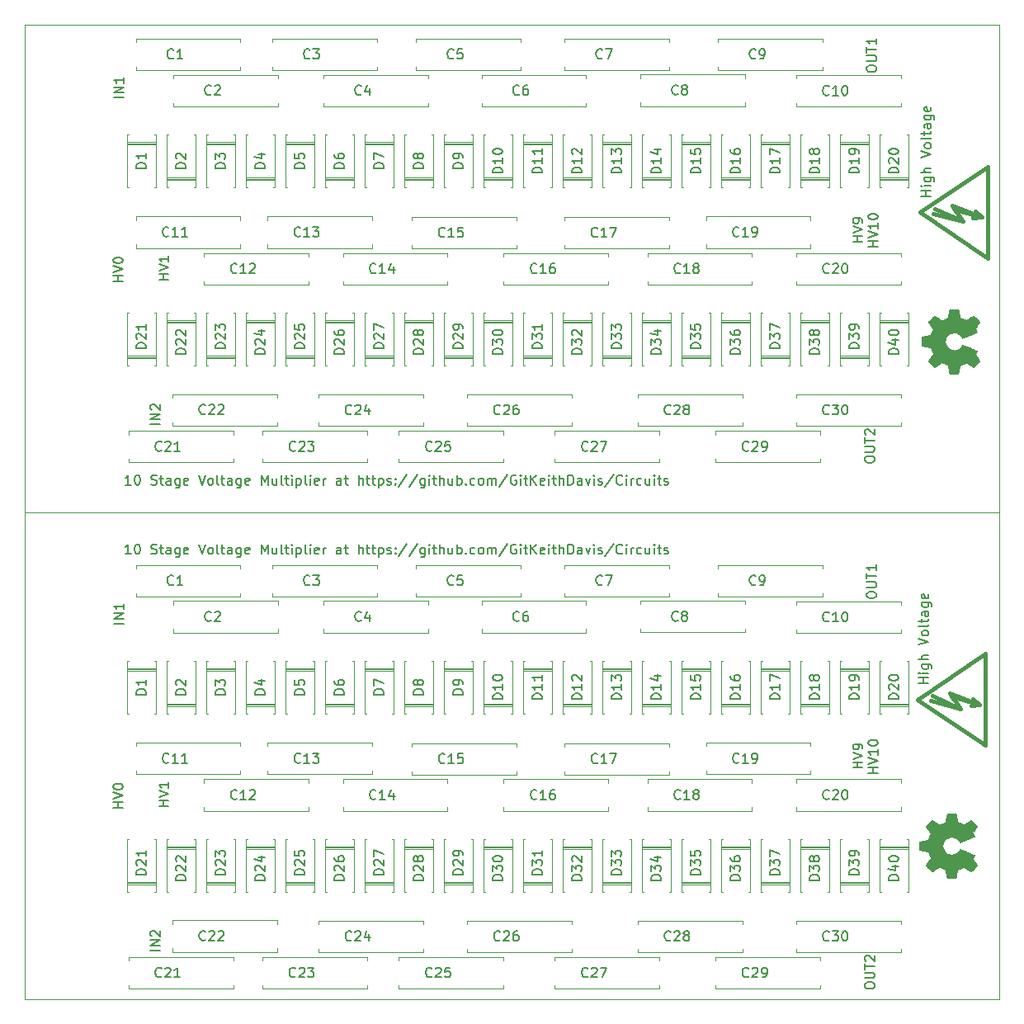
<source format=gbr>
G04 #@! TF.GenerationSoftware,KiCad,Pcbnew,5.1.4-e60b266~84~ubuntu16.04.1*
G04 #@! TF.CreationDate,2019-10-08T23:12:12-05:00*
G04 #@! TF.ProjectId,10x10p,31307831-3070-42e6-9b69-6361645f7063,rev?*
G04 #@! TF.SameCoordinates,Original*
G04 #@! TF.FileFunction,Legend,Top*
G04 #@! TF.FilePolarity,Positive*
%FSLAX46Y46*%
G04 Gerber Fmt 4.6, Leading zero omitted, Abs format (unit mm)*
G04 Created by KiCad (PCBNEW 5.1.4-e60b266~84~ubuntu16.04.1) date 2019-10-08 23:12:12*
%MOMM*%
%LPD*%
G04 APERTURE LIST*
%ADD10C,0.160000*%
%ADD11C,0.120000*%
%ADD12C,0.050000*%
%ADD13C,0.010000*%
%ADD14C,0.381000*%
%ADD15C,0.150000*%
G04 APERTURE END LIST*
D10*
X60865904Y-104302380D02*
X60294476Y-104302380D01*
X60580190Y-104302380D02*
X60580190Y-103302380D01*
X60484952Y-103445238D01*
X60389714Y-103540476D01*
X60294476Y-103588095D01*
X61484952Y-103302380D02*
X61580190Y-103302380D01*
X61675428Y-103350000D01*
X61723047Y-103397619D01*
X61770666Y-103492857D01*
X61818285Y-103683333D01*
X61818285Y-103921428D01*
X61770666Y-104111904D01*
X61723047Y-104207142D01*
X61675428Y-104254761D01*
X61580190Y-104302380D01*
X61484952Y-104302380D01*
X61389714Y-104254761D01*
X61342095Y-104207142D01*
X61294476Y-104111904D01*
X61246857Y-103921428D01*
X61246857Y-103683333D01*
X61294476Y-103492857D01*
X61342095Y-103397619D01*
X61389714Y-103350000D01*
X61484952Y-103302380D01*
X62961142Y-104254761D02*
X63104000Y-104302380D01*
X63342095Y-104302380D01*
X63437333Y-104254761D01*
X63484952Y-104207142D01*
X63532571Y-104111904D01*
X63532571Y-104016666D01*
X63484952Y-103921428D01*
X63437333Y-103873809D01*
X63342095Y-103826190D01*
X63151619Y-103778571D01*
X63056380Y-103730952D01*
X63008761Y-103683333D01*
X62961142Y-103588095D01*
X62961142Y-103492857D01*
X63008761Y-103397619D01*
X63056380Y-103350000D01*
X63151619Y-103302380D01*
X63389714Y-103302380D01*
X63532571Y-103350000D01*
X63818285Y-103635714D02*
X64199238Y-103635714D01*
X63961142Y-103302380D02*
X63961142Y-104159523D01*
X64008761Y-104254761D01*
X64104000Y-104302380D01*
X64199238Y-104302380D01*
X64961142Y-104302380D02*
X64961142Y-103778571D01*
X64913523Y-103683333D01*
X64818285Y-103635714D01*
X64627809Y-103635714D01*
X64532571Y-103683333D01*
X64961142Y-104254761D02*
X64865904Y-104302380D01*
X64627809Y-104302380D01*
X64532571Y-104254761D01*
X64484952Y-104159523D01*
X64484952Y-104064285D01*
X64532571Y-103969047D01*
X64627809Y-103921428D01*
X64865904Y-103921428D01*
X64961142Y-103873809D01*
X65865904Y-103635714D02*
X65865904Y-104445238D01*
X65818285Y-104540476D01*
X65770666Y-104588095D01*
X65675428Y-104635714D01*
X65532571Y-104635714D01*
X65437333Y-104588095D01*
X65865904Y-104254761D02*
X65770666Y-104302380D01*
X65580190Y-104302380D01*
X65484952Y-104254761D01*
X65437333Y-104207142D01*
X65389714Y-104111904D01*
X65389714Y-103826190D01*
X65437333Y-103730952D01*
X65484952Y-103683333D01*
X65580190Y-103635714D01*
X65770666Y-103635714D01*
X65865904Y-103683333D01*
X66723047Y-104254761D02*
X66627809Y-104302380D01*
X66437333Y-104302380D01*
X66342095Y-104254761D01*
X66294476Y-104159523D01*
X66294476Y-103778571D01*
X66342095Y-103683333D01*
X66437333Y-103635714D01*
X66627809Y-103635714D01*
X66723047Y-103683333D01*
X66770666Y-103778571D01*
X66770666Y-103873809D01*
X66294476Y-103969047D01*
X67818285Y-103302380D02*
X68151619Y-104302380D01*
X68484952Y-103302380D01*
X68961142Y-104302380D02*
X68865904Y-104254761D01*
X68818285Y-104207142D01*
X68770666Y-104111904D01*
X68770666Y-103826190D01*
X68818285Y-103730952D01*
X68865904Y-103683333D01*
X68961142Y-103635714D01*
X69104000Y-103635714D01*
X69199238Y-103683333D01*
X69246857Y-103730952D01*
X69294476Y-103826190D01*
X69294476Y-104111904D01*
X69246857Y-104207142D01*
X69199238Y-104254761D01*
X69104000Y-104302380D01*
X68961142Y-104302380D01*
X69865904Y-104302380D02*
X69770666Y-104254761D01*
X69723047Y-104159523D01*
X69723047Y-103302380D01*
X70104000Y-103635714D02*
X70484952Y-103635714D01*
X70246857Y-103302380D02*
X70246857Y-104159523D01*
X70294476Y-104254761D01*
X70389714Y-104302380D01*
X70484952Y-104302380D01*
X71246857Y-104302380D02*
X71246857Y-103778571D01*
X71199238Y-103683333D01*
X71104000Y-103635714D01*
X70913523Y-103635714D01*
X70818285Y-103683333D01*
X71246857Y-104254761D02*
X71151619Y-104302380D01*
X70913523Y-104302380D01*
X70818285Y-104254761D01*
X70770666Y-104159523D01*
X70770666Y-104064285D01*
X70818285Y-103969047D01*
X70913523Y-103921428D01*
X71151619Y-103921428D01*
X71246857Y-103873809D01*
X72151619Y-103635714D02*
X72151619Y-104445238D01*
X72104000Y-104540476D01*
X72056380Y-104588095D01*
X71961142Y-104635714D01*
X71818285Y-104635714D01*
X71723047Y-104588095D01*
X72151619Y-104254761D02*
X72056380Y-104302380D01*
X71865904Y-104302380D01*
X71770666Y-104254761D01*
X71723047Y-104207142D01*
X71675428Y-104111904D01*
X71675428Y-103826190D01*
X71723047Y-103730952D01*
X71770666Y-103683333D01*
X71865904Y-103635714D01*
X72056380Y-103635714D01*
X72151619Y-103683333D01*
X73008761Y-104254761D02*
X72913523Y-104302380D01*
X72723047Y-104302380D01*
X72627809Y-104254761D01*
X72580190Y-104159523D01*
X72580190Y-103778571D01*
X72627809Y-103683333D01*
X72723047Y-103635714D01*
X72913523Y-103635714D01*
X73008761Y-103683333D01*
X73056380Y-103778571D01*
X73056380Y-103873809D01*
X72580190Y-103969047D01*
X74246857Y-104302380D02*
X74246857Y-103302380D01*
X74580190Y-104016666D01*
X74913523Y-103302380D01*
X74913523Y-104302380D01*
X75818285Y-103635714D02*
X75818285Y-104302380D01*
X75389714Y-103635714D02*
X75389714Y-104159523D01*
X75437333Y-104254761D01*
X75532571Y-104302380D01*
X75675428Y-104302380D01*
X75770666Y-104254761D01*
X75818285Y-104207142D01*
X76437333Y-104302380D02*
X76342095Y-104254761D01*
X76294476Y-104159523D01*
X76294476Y-103302380D01*
X76675428Y-103635714D02*
X77056380Y-103635714D01*
X76818285Y-103302380D02*
X76818285Y-104159523D01*
X76865904Y-104254761D01*
X76961142Y-104302380D01*
X77056380Y-104302380D01*
X77389714Y-104302380D02*
X77389714Y-103635714D01*
X77389714Y-103302380D02*
X77342095Y-103350000D01*
X77389714Y-103397619D01*
X77437333Y-103350000D01*
X77389714Y-103302380D01*
X77389714Y-103397619D01*
X77865904Y-103635714D02*
X77865904Y-104635714D01*
X77865904Y-103683333D02*
X77961142Y-103635714D01*
X78151619Y-103635714D01*
X78246857Y-103683333D01*
X78294476Y-103730952D01*
X78342095Y-103826190D01*
X78342095Y-104111904D01*
X78294476Y-104207142D01*
X78246857Y-104254761D01*
X78151619Y-104302380D01*
X77961142Y-104302380D01*
X77865904Y-104254761D01*
X78913523Y-104302380D02*
X78818285Y-104254761D01*
X78770666Y-104159523D01*
X78770666Y-103302380D01*
X79294476Y-104302380D02*
X79294476Y-103635714D01*
X79294476Y-103302380D02*
X79246857Y-103350000D01*
X79294476Y-103397619D01*
X79342095Y-103350000D01*
X79294476Y-103302380D01*
X79294476Y-103397619D01*
X80151619Y-104254761D02*
X80056380Y-104302380D01*
X79865904Y-104302380D01*
X79770666Y-104254761D01*
X79723047Y-104159523D01*
X79723047Y-103778571D01*
X79770666Y-103683333D01*
X79865904Y-103635714D01*
X80056380Y-103635714D01*
X80151619Y-103683333D01*
X80199238Y-103778571D01*
X80199238Y-103873809D01*
X79723047Y-103969047D01*
X80627809Y-104302380D02*
X80627809Y-103635714D01*
X80627809Y-103826190D02*
X80675428Y-103730952D01*
X80723047Y-103683333D01*
X80818285Y-103635714D01*
X80913523Y-103635714D01*
X82437333Y-104302380D02*
X82437333Y-103778571D01*
X82389714Y-103683333D01*
X82294476Y-103635714D01*
X82104000Y-103635714D01*
X82008761Y-103683333D01*
X82437333Y-104254761D02*
X82342095Y-104302380D01*
X82104000Y-104302380D01*
X82008761Y-104254761D01*
X81961142Y-104159523D01*
X81961142Y-104064285D01*
X82008761Y-103969047D01*
X82104000Y-103921428D01*
X82342095Y-103921428D01*
X82437333Y-103873809D01*
X82770666Y-103635714D02*
X83151619Y-103635714D01*
X82913523Y-103302380D02*
X82913523Y-104159523D01*
X82961142Y-104254761D01*
X83056380Y-104302380D01*
X83151619Y-104302380D01*
X84246857Y-104302380D02*
X84246857Y-103302380D01*
X84675428Y-104302380D02*
X84675428Y-103778571D01*
X84627809Y-103683333D01*
X84532571Y-103635714D01*
X84389714Y-103635714D01*
X84294476Y-103683333D01*
X84246857Y-103730952D01*
X85008761Y-103635714D02*
X85389714Y-103635714D01*
X85151619Y-103302380D02*
X85151619Y-104159523D01*
X85199238Y-104254761D01*
X85294476Y-104302380D01*
X85389714Y-104302380D01*
X85580190Y-103635714D02*
X85961142Y-103635714D01*
X85723047Y-103302380D02*
X85723047Y-104159523D01*
X85770666Y-104254761D01*
X85865904Y-104302380D01*
X85961142Y-104302380D01*
X86294476Y-103635714D02*
X86294476Y-104635714D01*
X86294476Y-103683333D02*
X86389714Y-103635714D01*
X86580190Y-103635714D01*
X86675428Y-103683333D01*
X86723047Y-103730952D01*
X86770666Y-103826190D01*
X86770666Y-104111904D01*
X86723047Y-104207142D01*
X86675428Y-104254761D01*
X86580190Y-104302380D01*
X86389714Y-104302380D01*
X86294476Y-104254761D01*
X87151619Y-104254761D02*
X87246857Y-104302380D01*
X87437333Y-104302380D01*
X87532571Y-104254761D01*
X87580190Y-104159523D01*
X87580190Y-104111904D01*
X87532571Y-104016666D01*
X87437333Y-103969047D01*
X87294476Y-103969047D01*
X87199238Y-103921428D01*
X87151619Y-103826190D01*
X87151619Y-103778571D01*
X87199238Y-103683333D01*
X87294476Y-103635714D01*
X87437333Y-103635714D01*
X87532571Y-103683333D01*
X88008761Y-104207142D02*
X88056380Y-104254761D01*
X88008761Y-104302380D01*
X87961142Y-104254761D01*
X88008761Y-104207142D01*
X88008761Y-104302380D01*
X88008761Y-103683333D02*
X88056380Y-103730952D01*
X88008761Y-103778571D01*
X87961142Y-103730952D01*
X88008761Y-103683333D01*
X88008761Y-103778571D01*
X89199238Y-103254761D02*
X88342095Y-104540476D01*
X90246857Y-103254761D02*
X89389714Y-104540476D01*
X91008761Y-103635714D02*
X91008761Y-104445238D01*
X90961142Y-104540476D01*
X90913523Y-104588095D01*
X90818285Y-104635714D01*
X90675428Y-104635714D01*
X90580190Y-104588095D01*
X91008761Y-104254761D02*
X90913523Y-104302380D01*
X90723047Y-104302380D01*
X90627809Y-104254761D01*
X90580190Y-104207142D01*
X90532571Y-104111904D01*
X90532571Y-103826190D01*
X90580190Y-103730952D01*
X90627809Y-103683333D01*
X90723047Y-103635714D01*
X90913523Y-103635714D01*
X91008761Y-103683333D01*
X91484952Y-104302380D02*
X91484952Y-103635714D01*
X91484952Y-103302380D02*
X91437333Y-103350000D01*
X91484952Y-103397619D01*
X91532571Y-103350000D01*
X91484952Y-103302380D01*
X91484952Y-103397619D01*
X91818285Y-103635714D02*
X92199238Y-103635714D01*
X91961142Y-103302380D02*
X91961142Y-104159523D01*
X92008761Y-104254761D01*
X92104000Y-104302380D01*
X92199238Y-104302380D01*
X92532571Y-104302380D02*
X92532571Y-103302380D01*
X92961142Y-104302380D02*
X92961142Y-103778571D01*
X92913523Y-103683333D01*
X92818285Y-103635714D01*
X92675428Y-103635714D01*
X92580190Y-103683333D01*
X92532571Y-103730952D01*
X93865904Y-103635714D02*
X93865904Y-104302380D01*
X93437333Y-103635714D02*
X93437333Y-104159523D01*
X93484952Y-104254761D01*
X93580190Y-104302380D01*
X93723047Y-104302380D01*
X93818285Y-104254761D01*
X93865904Y-104207142D01*
X94342095Y-104302380D02*
X94342095Y-103302380D01*
X94342095Y-103683333D02*
X94437333Y-103635714D01*
X94627809Y-103635714D01*
X94723047Y-103683333D01*
X94770666Y-103730952D01*
X94818285Y-103826190D01*
X94818285Y-104111904D01*
X94770666Y-104207142D01*
X94723047Y-104254761D01*
X94627809Y-104302380D01*
X94437333Y-104302380D01*
X94342095Y-104254761D01*
X95246857Y-104207142D02*
X95294476Y-104254761D01*
X95246857Y-104302380D01*
X95199238Y-104254761D01*
X95246857Y-104207142D01*
X95246857Y-104302380D01*
X96151619Y-104254761D02*
X96056380Y-104302380D01*
X95865904Y-104302380D01*
X95770666Y-104254761D01*
X95723047Y-104207142D01*
X95675428Y-104111904D01*
X95675428Y-103826190D01*
X95723047Y-103730952D01*
X95770666Y-103683333D01*
X95865904Y-103635714D01*
X96056380Y-103635714D01*
X96151619Y-103683333D01*
X96723047Y-104302380D02*
X96627809Y-104254761D01*
X96580190Y-104207142D01*
X96532571Y-104111904D01*
X96532571Y-103826190D01*
X96580190Y-103730952D01*
X96627809Y-103683333D01*
X96723047Y-103635714D01*
X96865904Y-103635714D01*
X96961142Y-103683333D01*
X97008761Y-103730952D01*
X97056380Y-103826190D01*
X97056380Y-104111904D01*
X97008761Y-104207142D01*
X96961142Y-104254761D01*
X96865904Y-104302380D01*
X96723047Y-104302380D01*
X97484952Y-104302380D02*
X97484952Y-103635714D01*
X97484952Y-103730952D02*
X97532571Y-103683333D01*
X97627809Y-103635714D01*
X97770666Y-103635714D01*
X97865904Y-103683333D01*
X97913523Y-103778571D01*
X97913523Y-104302380D01*
X97913523Y-103778571D02*
X97961142Y-103683333D01*
X98056380Y-103635714D01*
X98199238Y-103635714D01*
X98294476Y-103683333D01*
X98342095Y-103778571D01*
X98342095Y-104302380D01*
X99532571Y-103254761D02*
X98675428Y-104540476D01*
X100389714Y-103350000D02*
X100294476Y-103302380D01*
X100151619Y-103302380D01*
X100008761Y-103350000D01*
X99913523Y-103445238D01*
X99865904Y-103540476D01*
X99818285Y-103730952D01*
X99818285Y-103873809D01*
X99865904Y-104064285D01*
X99913523Y-104159523D01*
X100008761Y-104254761D01*
X100151619Y-104302380D01*
X100246857Y-104302380D01*
X100389714Y-104254761D01*
X100437333Y-104207142D01*
X100437333Y-103873809D01*
X100246857Y-103873809D01*
X100865904Y-104302380D02*
X100865904Y-103635714D01*
X100865904Y-103302380D02*
X100818285Y-103350000D01*
X100865904Y-103397619D01*
X100913523Y-103350000D01*
X100865904Y-103302380D01*
X100865904Y-103397619D01*
X101199238Y-103635714D02*
X101580190Y-103635714D01*
X101342095Y-103302380D02*
X101342095Y-104159523D01*
X101389714Y-104254761D01*
X101484952Y-104302380D01*
X101580190Y-104302380D01*
X101913523Y-104302380D02*
X101913523Y-103302380D01*
X102484952Y-104302380D02*
X102056380Y-103730952D01*
X102484952Y-103302380D02*
X101913523Y-103873809D01*
X103294476Y-104254761D02*
X103199238Y-104302380D01*
X103008761Y-104302380D01*
X102913523Y-104254761D01*
X102865904Y-104159523D01*
X102865904Y-103778571D01*
X102913523Y-103683333D01*
X103008761Y-103635714D01*
X103199238Y-103635714D01*
X103294476Y-103683333D01*
X103342095Y-103778571D01*
X103342095Y-103873809D01*
X102865904Y-103969047D01*
X103770666Y-104302380D02*
X103770666Y-103635714D01*
X103770666Y-103302380D02*
X103723047Y-103350000D01*
X103770666Y-103397619D01*
X103818285Y-103350000D01*
X103770666Y-103302380D01*
X103770666Y-103397619D01*
X104104000Y-103635714D02*
X104484952Y-103635714D01*
X104246857Y-103302380D02*
X104246857Y-104159523D01*
X104294476Y-104254761D01*
X104389714Y-104302380D01*
X104484952Y-104302380D01*
X104818285Y-104302380D02*
X104818285Y-103302380D01*
X105246857Y-104302380D02*
X105246857Y-103778571D01*
X105199238Y-103683333D01*
X105104000Y-103635714D01*
X104961142Y-103635714D01*
X104865904Y-103683333D01*
X104818285Y-103730952D01*
X105723047Y-104302380D02*
X105723047Y-103302380D01*
X105961142Y-103302380D01*
X106104000Y-103350000D01*
X106199238Y-103445238D01*
X106246857Y-103540476D01*
X106294476Y-103730952D01*
X106294476Y-103873809D01*
X106246857Y-104064285D01*
X106199238Y-104159523D01*
X106104000Y-104254761D01*
X105961142Y-104302380D01*
X105723047Y-104302380D01*
X107151619Y-104302380D02*
X107151619Y-103778571D01*
X107104000Y-103683333D01*
X107008761Y-103635714D01*
X106818285Y-103635714D01*
X106723047Y-103683333D01*
X107151619Y-104254761D02*
X107056380Y-104302380D01*
X106818285Y-104302380D01*
X106723047Y-104254761D01*
X106675428Y-104159523D01*
X106675428Y-104064285D01*
X106723047Y-103969047D01*
X106818285Y-103921428D01*
X107056380Y-103921428D01*
X107151619Y-103873809D01*
X107532571Y-103635714D02*
X107770666Y-104302380D01*
X108008761Y-103635714D01*
X108389714Y-104302380D02*
X108389714Y-103635714D01*
X108389714Y-103302380D02*
X108342095Y-103350000D01*
X108389714Y-103397619D01*
X108437333Y-103350000D01*
X108389714Y-103302380D01*
X108389714Y-103397619D01*
X108818285Y-104254761D02*
X108913523Y-104302380D01*
X109104000Y-104302380D01*
X109199238Y-104254761D01*
X109246857Y-104159523D01*
X109246857Y-104111904D01*
X109199238Y-104016666D01*
X109104000Y-103969047D01*
X108961142Y-103969047D01*
X108865904Y-103921428D01*
X108818285Y-103826190D01*
X108818285Y-103778571D01*
X108865904Y-103683333D01*
X108961142Y-103635714D01*
X109104000Y-103635714D01*
X109199238Y-103683333D01*
X110389714Y-103254761D02*
X109532571Y-104540476D01*
X111294476Y-104207142D02*
X111246857Y-104254761D01*
X111104000Y-104302380D01*
X111008761Y-104302380D01*
X110865904Y-104254761D01*
X110770666Y-104159523D01*
X110723047Y-104064285D01*
X110675428Y-103873809D01*
X110675428Y-103730952D01*
X110723047Y-103540476D01*
X110770666Y-103445238D01*
X110865904Y-103350000D01*
X111008761Y-103302380D01*
X111104000Y-103302380D01*
X111246857Y-103350000D01*
X111294476Y-103397619D01*
X111723047Y-104302380D02*
X111723047Y-103635714D01*
X111723047Y-103302380D02*
X111675428Y-103350000D01*
X111723047Y-103397619D01*
X111770666Y-103350000D01*
X111723047Y-103302380D01*
X111723047Y-103397619D01*
X112199238Y-104302380D02*
X112199238Y-103635714D01*
X112199238Y-103826190D02*
X112246857Y-103730952D01*
X112294476Y-103683333D01*
X112389714Y-103635714D01*
X112484952Y-103635714D01*
X113246857Y-104254761D02*
X113151619Y-104302380D01*
X112961142Y-104302380D01*
X112865904Y-104254761D01*
X112818285Y-104207142D01*
X112770666Y-104111904D01*
X112770666Y-103826190D01*
X112818285Y-103730952D01*
X112865904Y-103683333D01*
X112961142Y-103635714D01*
X113151619Y-103635714D01*
X113246857Y-103683333D01*
X114104000Y-103635714D02*
X114104000Y-104302380D01*
X113675428Y-103635714D02*
X113675428Y-104159523D01*
X113723047Y-104254761D01*
X113818285Y-104302380D01*
X113961142Y-104302380D01*
X114056380Y-104254761D01*
X114104000Y-104207142D01*
X114580190Y-104302380D02*
X114580190Y-103635714D01*
X114580190Y-103302380D02*
X114532571Y-103350000D01*
X114580190Y-103397619D01*
X114627809Y-103350000D01*
X114580190Y-103302380D01*
X114580190Y-103397619D01*
X114913523Y-103635714D02*
X115294476Y-103635714D01*
X115056380Y-103302380D02*
X115056380Y-104159523D01*
X115104000Y-104254761D01*
X115199238Y-104302380D01*
X115294476Y-104302380D01*
X115580190Y-104254761D02*
X115675428Y-104302380D01*
X115865904Y-104302380D01*
X115961142Y-104254761D01*
X116008761Y-104159523D01*
X116008761Y-104111904D01*
X115961142Y-104016666D01*
X115865904Y-103969047D01*
X115723047Y-103969047D01*
X115627809Y-103921428D01*
X115580190Y-103826190D01*
X115580190Y-103778571D01*
X115627809Y-103683333D01*
X115723047Y-103635714D01*
X115865904Y-103635714D01*
X115961142Y-103683333D01*
X60865904Y-97202380D02*
X60294476Y-97202380D01*
X60580190Y-97202380D02*
X60580190Y-96202380D01*
X60484952Y-96345238D01*
X60389714Y-96440476D01*
X60294476Y-96488095D01*
X61484952Y-96202380D02*
X61580190Y-96202380D01*
X61675428Y-96250000D01*
X61723047Y-96297619D01*
X61770666Y-96392857D01*
X61818285Y-96583333D01*
X61818285Y-96821428D01*
X61770666Y-97011904D01*
X61723047Y-97107142D01*
X61675428Y-97154761D01*
X61580190Y-97202380D01*
X61484952Y-97202380D01*
X61389714Y-97154761D01*
X61342095Y-97107142D01*
X61294476Y-97011904D01*
X61246857Y-96821428D01*
X61246857Y-96583333D01*
X61294476Y-96392857D01*
X61342095Y-96297619D01*
X61389714Y-96250000D01*
X61484952Y-96202380D01*
X62961142Y-97154761D02*
X63104000Y-97202380D01*
X63342095Y-97202380D01*
X63437333Y-97154761D01*
X63484952Y-97107142D01*
X63532571Y-97011904D01*
X63532571Y-96916666D01*
X63484952Y-96821428D01*
X63437333Y-96773809D01*
X63342095Y-96726190D01*
X63151619Y-96678571D01*
X63056380Y-96630952D01*
X63008761Y-96583333D01*
X62961142Y-96488095D01*
X62961142Y-96392857D01*
X63008761Y-96297619D01*
X63056380Y-96250000D01*
X63151619Y-96202380D01*
X63389714Y-96202380D01*
X63532571Y-96250000D01*
X63818285Y-96535714D02*
X64199238Y-96535714D01*
X63961142Y-96202380D02*
X63961142Y-97059523D01*
X64008761Y-97154761D01*
X64104000Y-97202380D01*
X64199238Y-97202380D01*
X64961142Y-97202380D02*
X64961142Y-96678571D01*
X64913523Y-96583333D01*
X64818285Y-96535714D01*
X64627809Y-96535714D01*
X64532571Y-96583333D01*
X64961142Y-97154761D02*
X64865904Y-97202380D01*
X64627809Y-97202380D01*
X64532571Y-97154761D01*
X64484952Y-97059523D01*
X64484952Y-96964285D01*
X64532571Y-96869047D01*
X64627809Y-96821428D01*
X64865904Y-96821428D01*
X64961142Y-96773809D01*
X65865904Y-96535714D02*
X65865904Y-97345238D01*
X65818285Y-97440476D01*
X65770666Y-97488095D01*
X65675428Y-97535714D01*
X65532571Y-97535714D01*
X65437333Y-97488095D01*
X65865904Y-97154761D02*
X65770666Y-97202380D01*
X65580190Y-97202380D01*
X65484952Y-97154761D01*
X65437333Y-97107142D01*
X65389714Y-97011904D01*
X65389714Y-96726190D01*
X65437333Y-96630952D01*
X65484952Y-96583333D01*
X65580190Y-96535714D01*
X65770666Y-96535714D01*
X65865904Y-96583333D01*
X66723047Y-97154761D02*
X66627809Y-97202380D01*
X66437333Y-97202380D01*
X66342095Y-97154761D01*
X66294476Y-97059523D01*
X66294476Y-96678571D01*
X66342095Y-96583333D01*
X66437333Y-96535714D01*
X66627809Y-96535714D01*
X66723047Y-96583333D01*
X66770666Y-96678571D01*
X66770666Y-96773809D01*
X66294476Y-96869047D01*
X67818285Y-96202380D02*
X68151619Y-97202380D01*
X68484952Y-96202380D01*
X68961142Y-97202380D02*
X68865904Y-97154761D01*
X68818285Y-97107142D01*
X68770666Y-97011904D01*
X68770666Y-96726190D01*
X68818285Y-96630952D01*
X68865904Y-96583333D01*
X68961142Y-96535714D01*
X69104000Y-96535714D01*
X69199238Y-96583333D01*
X69246857Y-96630952D01*
X69294476Y-96726190D01*
X69294476Y-97011904D01*
X69246857Y-97107142D01*
X69199238Y-97154761D01*
X69104000Y-97202380D01*
X68961142Y-97202380D01*
X69865904Y-97202380D02*
X69770666Y-97154761D01*
X69723047Y-97059523D01*
X69723047Y-96202380D01*
X70104000Y-96535714D02*
X70484952Y-96535714D01*
X70246857Y-96202380D02*
X70246857Y-97059523D01*
X70294476Y-97154761D01*
X70389714Y-97202380D01*
X70484952Y-97202380D01*
X71246857Y-97202380D02*
X71246857Y-96678571D01*
X71199238Y-96583333D01*
X71104000Y-96535714D01*
X70913523Y-96535714D01*
X70818285Y-96583333D01*
X71246857Y-97154761D02*
X71151619Y-97202380D01*
X70913523Y-97202380D01*
X70818285Y-97154761D01*
X70770666Y-97059523D01*
X70770666Y-96964285D01*
X70818285Y-96869047D01*
X70913523Y-96821428D01*
X71151619Y-96821428D01*
X71246857Y-96773809D01*
X72151619Y-96535714D02*
X72151619Y-97345238D01*
X72104000Y-97440476D01*
X72056380Y-97488095D01*
X71961142Y-97535714D01*
X71818285Y-97535714D01*
X71723047Y-97488095D01*
X72151619Y-97154761D02*
X72056380Y-97202380D01*
X71865904Y-97202380D01*
X71770666Y-97154761D01*
X71723047Y-97107142D01*
X71675428Y-97011904D01*
X71675428Y-96726190D01*
X71723047Y-96630952D01*
X71770666Y-96583333D01*
X71865904Y-96535714D01*
X72056380Y-96535714D01*
X72151619Y-96583333D01*
X73008761Y-97154761D02*
X72913523Y-97202380D01*
X72723047Y-97202380D01*
X72627809Y-97154761D01*
X72580190Y-97059523D01*
X72580190Y-96678571D01*
X72627809Y-96583333D01*
X72723047Y-96535714D01*
X72913523Y-96535714D01*
X73008761Y-96583333D01*
X73056380Y-96678571D01*
X73056380Y-96773809D01*
X72580190Y-96869047D01*
X74246857Y-97202380D02*
X74246857Y-96202380D01*
X74580190Y-96916666D01*
X74913523Y-96202380D01*
X74913523Y-97202380D01*
X75818285Y-96535714D02*
X75818285Y-97202380D01*
X75389714Y-96535714D02*
X75389714Y-97059523D01*
X75437333Y-97154761D01*
X75532571Y-97202380D01*
X75675428Y-97202380D01*
X75770666Y-97154761D01*
X75818285Y-97107142D01*
X76437333Y-97202380D02*
X76342095Y-97154761D01*
X76294476Y-97059523D01*
X76294476Y-96202380D01*
X76675428Y-96535714D02*
X77056380Y-96535714D01*
X76818285Y-96202380D02*
X76818285Y-97059523D01*
X76865904Y-97154761D01*
X76961142Y-97202380D01*
X77056380Y-97202380D01*
X77389714Y-97202380D02*
X77389714Y-96535714D01*
X77389714Y-96202380D02*
X77342095Y-96250000D01*
X77389714Y-96297619D01*
X77437333Y-96250000D01*
X77389714Y-96202380D01*
X77389714Y-96297619D01*
X77865904Y-96535714D02*
X77865904Y-97535714D01*
X77865904Y-96583333D02*
X77961142Y-96535714D01*
X78151619Y-96535714D01*
X78246857Y-96583333D01*
X78294476Y-96630952D01*
X78342095Y-96726190D01*
X78342095Y-97011904D01*
X78294476Y-97107142D01*
X78246857Y-97154761D01*
X78151619Y-97202380D01*
X77961142Y-97202380D01*
X77865904Y-97154761D01*
X78913523Y-97202380D02*
X78818285Y-97154761D01*
X78770666Y-97059523D01*
X78770666Y-96202380D01*
X79294476Y-97202380D02*
X79294476Y-96535714D01*
X79294476Y-96202380D02*
X79246857Y-96250000D01*
X79294476Y-96297619D01*
X79342095Y-96250000D01*
X79294476Y-96202380D01*
X79294476Y-96297619D01*
X80151619Y-97154761D02*
X80056380Y-97202380D01*
X79865904Y-97202380D01*
X79770666Y-97154761D01*
X79723047Y-97059523D01*
X79723047Y-96678571D01*
X79770666Y-96583333D01*
X79865904Y-96535714D01*
X80056380Y-96535714D01*
X80151619Y-96583333D01*
X80199238Y-96678571D01*
X80199238Y-96773809D01*
X79723047Y-96869047D01*
X80627809Y-97202380D02*
X80627809Y-96535714D01*
X80627809Y-96726190D02*
X80675428Y-96630952D01*
X80723047Y-96583333D01*
X80818285Y-96535714D01*
X80913523Y-96535714D01*
X82437333Y-97202380D02*
X82437333Y-96678571D01*
X82389714Y-96583333D01*
X82294476Y-96535714D01*
X82104000Y-96535714D01*
X82008761Y-96583333D01*
X82437333Y-97154761D02*
X82342095Y-97202380D01*
X82104000Y-97202380D01*
X82008761Y-97154761D01*
X81961142Y-97059523D01*
X81961142Y-96964285D01*
X82008761Y-96869047D01*
X82104000Y-96821428D01*
X82342095Y-96821428D01*
X82437333Y-96773809D01*
X82770666Y-96535714D02*
X83151619Y-96535714D01*
X82913523Y-96202380D02*
X82913523Y-97059523D01*
X82961142Y-97154761D01*
X83056380Y-97202380D01*
X83151619Y-97202380D01*
X84246857Y-97202380D02*
X84246857Y-96202380D01*
X84675428Y-97202380D02*
X84675428Y-96678571D01*
X84627809Y-96583333D01*
X84532571Y-96535714D01*
X84389714Y-96535714D01*
X84294476Y-96583333D01*
X84246857Y-96630952D01*
X85008761Y-96535714D02*
X85389714Y-96535714D01*
X85151619Y-96202380D02*
X85151619Y-97059523D01*
X85199238Y-97154761D01*
X85294476Y-97202380D01*
X85389714Y-97202380D01*
X85580190Y-96535714D02*
X85961142Y-96535714D01*
X85723047Y-96202380D02*
X85723047Y-97059523D01*
X85770666Y-97154761D01*
X85865904Y-97202380D01*
X85961142Y-97202380D01*
X86294476Y-96535714D02*
X86294476Y-97535714D01*
X86294476Y-96583333D02*
X86389714Y-96535714D01*
X86580190Y-96535714D01*
X86675428Y-96583333D01*
X86723047Y-96630952D01*
X86770666Y-96726190D01*
X86770666Y-97011904D01*
X86723047Y-97107142D01*
X86675428Y-97154761D01*
X86580190Y-97202380D01*
X86389714Y-97202380D01*
X86294476Y-97154761D01*
X87151619Y-97154761D02*
X87246857Y-97202380D01*
X87437333Y-97202380D01*
X87532571Y-97154761D01*
X87580190Y-97059523D01*
X87580190Y-97011904D01*
X87532571Y-96916666D01*
X87437333Y-96869047D01*
X87294476Y-96869047D01*
X87199238Y-96821428D01*
X87151619Y-96726190D01*
X87151619Y-96678571D01*
X87199238Y-96583333D01*
X87294476Y-96535714D01*
X87437333Y-96535714D01*
X87532571Y-96583333D01*
X88008761Y-97107142D02*
X88056380Y-97154761D01*
X88008761Y-97202380D01*
X87961142Y-97154761D01*
X88008761Y-97107142D01*
X88008761Y-97202380D01*
X88008761Y-96583333D02*
X88056380Y-96630952D01*
X88008761Y-96678571D01*
X87961142Y-96630952D01*
X88008761Y-96583333D01*
X88008761Y-96678571D01*
X89199238Y-96154761D02*
X88342095Y-97440476D01*
X90246857Y-96154761D02*
X89389714Y-97440476D01*
X91008761Y-96535714D02*
X91008761Y-97345238D01*
X90961142Y-97440476D01*
X90913523Y-97488095D01*
X90818285Y-97535714D01*
X90675428Y-97535714D01*
X90580190Y-97488095D01*
X91008761Y-97154761D02*
X90913523Y-97202380D01*
X90723047Y-97202380D01*
X90627809Y-97154761D01*
X90580190Y-97107142D01*
X90532571Y-97011904D01*
X90532571Y-96726190D01*
X90580190Y-96630952D01*
X90627809Y-96583333D01*
X90723047Y-96535714D01*
X90913523Y-96535714D01*
X91008761Y-96583333D01*
X91484952Y-97202380D02*
X91484952Y-96535714D01*
X91484952Y-96202380D02*
X91437333Y-96250000D01*
X91484952Y-96297619D01*
X91532571Y-96250000D01*
X91484952Y-96202380D01*
X91484952Y-96297619D01*
X91818285Y-96535714D02*
X92199238Y-96535714D01*
X91961142Y-96202380D02*
X91961142Y-97059523D01*
X92008761Y-97154761D01*
X92104000Y-97202380D01*
X92199238Y-97202380D01*
X92532571Y-97202380D02*
X92532571Y-96202380D01*
X92961142Y-97202380D02*
X92961142Y-96678571D01*
X92913523Y-96583333D01*
X92818285Y-96535714D01*
X92675428Y-96535714D01*
X92580190Y-96583333D01*
X92532571Y-96630952D01*
X93865904Y-96535714D02*
X93865904Y-97202380D01*
X93437333Y-96535714D02*
X93437333Y-97059523D01*
X93484952Y-97154761D01*
X93580190Y-97202380D01*
X93723047Y-97202380D01*
X93818285Y-97154761D01*
X93865904Y-97107142D01*
X94342095Y-97202380D02*
X94342095Y-96202380D01*
X94342095Y-96583333D02*
X94437333Y-96535714D01*
X94627809Y-96535714D01*
X94723047Y-96583333D01*
X94770666Y-96630952D01*
X94818285Y-96726190D01*
X94818285Y-97011904D01*
X94770666Y-97107142D01*
X94723047Y-97154761D01*
X94627809Y-97202380D01*
X94437333Y-97202380D01*
X94342095Y-97154761D01*
X95246857Y-97107142D02*
X95294476Y-97154761D01*
X95246857Y-97202380D01*
X95199238Y-97154761D01*
X95246857Y-97107142D01*
X95246857Y-97202380D01*
X96151619Y-97154761D02*
X96056380Y-97202380D01*
X95865904Y-97202380D01*
X95770666Y-97154761D01*
X95723047Y-97107142D01*
X95675428Y-97011904D01*
X95675428Y-96726190D01*
X95723047Y-96630952D01*
X95770666Y-96583333D01*
X95865904Y-96535714D01*
X96056380Y-96535714D01*
X96151619Y-96583333D01*
X96723047Y-97202380D02*
X96627809Y-97154761D01*
X96580190Y-97107142D01*
X96532571Y-97011904D01*
X96532571Y-96726190D01*
X96580190Y-96630952D01*
X96627809Y-96583333D01*
X96723047Y-96535714D01*
X96865904Y-96535714D01*
X96961142Y-96583333D01*
X97008761Y-96630952D01*
X97056380Y-96726190D01*
X97056380Y-97011904D01*
X97008761Y-97107142D01*
X96961142Y-97154761D01*
X96865904Y-97202380D01*
X96723047Y-97202380D01*
X97484952Y-97202380D02*
X97484952Y-96535714D01*
X97484952Y-96630952D02*
X97532571Y-96583333D01*
X97627809Y-96535714D01*
X97770666Y-96535714D01*
X97865904Y-96583333D01*
X97913523Y-96678571D01*
X97913523Y-97202380D01*
X97913523Y-96678571D02*
X97961142Y-96583333D01*
X98056380Y-96535714D01*
X98199238Y-96535714D01*
X98294476Y-96583333D01*
X98342095Y-96678571D01*
X98342095Y-97202380D01*
X99532571Y-96154761D02*
X98675428Y-97440476D01*
X100389714Y-96250000D02*
X100294476Y-96202380D01*
X100151619Y-96202380D01*
X100008761Y-96250000D01*
X99913523Y-96345238D01*
X99865904Y-96440476D01*
X99818285Y-96630952D01*
X99818285Y-96773809D01*
X99865904Y-96964285D01*
X99913523Y-97059523D01*
X100008761Y-97154761D01*
X100151619Y-97202380D01*
X100246857Y-97202380D01*
X100389714Y-97154761D01*
X100437333Y-97107142D01*
X100437333Y-96773809D01*
X100246857Y-96773809D01*
X100865904Y-97202380D02*
X100865904Y-96535714D01*
X100865904Y-96202380D02*
X100818285Y-96250000D01*
X100865904Y-96297619D01*
X100913523Y-96250000D01*
X100865904Y-96202380D01*
X100865904Y-96297619D01*
X101199238Y-96535714D02*
X101580190Y-96535714D01*
X101342095Y-96202380D02*
X101342095Y-97059523D01*
X101389714Y-97154761D01*
X101484952Y-97202380D01*
X101580190Y-97202380D01*
X101913523Y-97202380D02*
X101913523Y-96202380D01*
X102484952Y-97202380D02*
X102056380Y-96630952D01*
X102484952Y-96202380D02*
X101913523Y-96773809D01*
X103294476Y-97154761D02*
X103199238Y-97202380D01*
X103008761Y-97202380D01*
X102913523Y-97154761D01*
X102865904Y-97059523D01*
X102865904Y-96678571D01*
X102913523Y-96583333D01*
X103008761Y-96535714D01*
X103199238Y-96535714D01*
X103294476Y-96583333D01*
X103342095Y-96678571D01*
X103342095Y-96773809D01*
X102865904Y-96869047D01*
X103770666Y-97202380D02*
X103770666Y-96535714D01*
X103770666Y-96202380D02*
X103723047Y-96250000D01*
X103770666Y-96297619D01*
X103818285Y-96250000D01*
X103770666Y-96202380D01*
X103770666Y-96297619D01*
X104104000Y-96535714D02*
X104484952Y-96535714D01*
X104246857Y-96202380D02*
X104246857Y-97059523D01*
X104294476Y-97154761D01*
X104389714Y-97202380D01*
X104484952Y-97202380D01*
X104818285Y-97202380D02*
X104818285Y-96202380D01*
X105246857Y-97202380D02*
X105246857Y-96678571D01*
X105199238Y-96583333D01*
X105104000Y-96535714D01*
X104961142Y-96535714D01*
X104865904Y-96583333D01*
X104818285Y-96630952D01*
X105723047Y-97202380D02*
X105723047Y-96202380D01*
X105961142Y-96202380D01*
X106104000Y-96250000D01*
X106199238Y-96345238D01*
X106246857Y-96440476D01*
X106294476Y-96630952D01*
X106294476Y-96773809D01*
X106246857Y-96964285D01*
X106199238Y-97059523D01*
X106104000Y-97154761D01*
X105961142Y-97202380D01*
X105723047Y-97202380D01*
X107151619Y-97202380D02*
X107151619Y-96678571D01*
X107104000Y-96583333D01*
X107008761Y-96535714D01*
X106818285Y-96535714D01*
X106723047Y-96583333D01*
X107151619Y-97154761D02*
X107056380Y-97202380D01*
X106818285Y-97202380D01*
X106723047Y-97154761D01*
X106675428Y-97059523D01*
X106675428Y-96964285D01*
X106723047Y-96869047D01*
X106818285Y-96821428D01*
X107056380Y-96821428D01*
X107151619Y-96773809D01*
X107532571Y-96535714D02*
X107770666Y-97202380D01*
X108008761Y-96535714D01*
X108389714Y-97202380D02*
X108389714Y-96535714D01*
X108389714Y-96202380D02*
X108342095Y-96250000D01*
X108389714Y-96297619D01*
X108437333Y-96250000D01*
X108389714Y-96202380D01*
X108389714Y-96297619D01*
X108818285Y-97154761D02*
X108913523Y-97202380D01*
X109104000Y-97202380D01*
X109199238Y-97154761D01*
X109246857Y-97059523D01*
X109246857Y-97011904D01*
X109199238Y-96916666D01*
X109104000Y-96869047D01*
X108961142Y-96869047D01*
X108865904Y-96821428D01*
X108818285Y-96726190D01*
X108818285Y-96678571D01*
X108865904Y-96583333D01*
X108961142Y-96535714D01*
X109104000Y-96535714D01*
X109199238Y-96583333D01*
X110389714Y-96154761D02*
X109532571Y-97440476D01*
X111294476Y-97107142D02*
X111246857Y-97154761D01*
X111104000Y-97202380D01*
X111008761Y-97202380D01*
X110865904Y-97154761D01*
X110770666Y-97059523D01*
X110723047Y-96964285D01*
X110675428Y-96773809D01*
X110675428Y-96630952D01*
X110723047Y-96440476D01*
X110770666Y-96345238D01*
X110865904Y-96250000D01*
X111008761Y-96202380D01*
X111104000Y-96202380D01*
X111246857Y-96250000D01*
X111294476Y-96297619D01*
X111723047Y-97202380D02*
X111723047Y-96535714D01*
X111723047Y-96202380D02*
X111675428Y-96250000D01*
X111723047Y-96297619D01*
X111770666Y-96250000D01*
X111723047Y-96202380D01*
X111723047Y-96297619D01*
X112199238Y-97202380D02*
X112199238Y-96535714D01*
X112199238Y-96726190D02*
X112246857Y-96630952D01*
X112294476Y-96583333D01*
X112389714Y-96535714D01*
X112484952Y-96535714D01*
X113246857Y-97154761D02*
X113151619Y-97202380D01*
X112961142Y-97202380D01*
X112865904Y-97154761D01*
X112818285Y-97107142D01*
X112770666Y-97011904D01*
X112770666Y-96726190D01*
X112818285Y-96630952D01*
X112865904Y-96583333D01*
X112961142Y-96535714D01*
X113151619Y-96535714D01*
X113246857Y-96583333D01*
X114104000Y-96535714D02*
X114104000Y-97202380D01*
X113675428Y-96535714D02*
X113675428Y-97059523D01*
X113723047Y-97154761D01*
X113818285Y-97202380D01*
X113961142Y-97202380D01*
X114056380Y-97154761D01*
X114104000Y-97107142D01*
X114580190Y-97202380D02*
X114580190Y-96535714D01*
X114580190Y-96202380D02*
X114532571Y-96250000D01*
X114580190Y-96297619D01*
X114627809Y-96250000D01*
X114580190Y-96202380D01*
X114580190Y-96297619D01*
X114913523Y-96535714D02*
X115294476Y-96535714D01*
X115056380Y-96202380D02*
X115056380Y-97059523D01*
X115104000Y-97154761D01*
X115199238Y-97202380D01*
X115294476Y-97202380D01*
X115580190Y-97154761D02*
X115675428Y-97202380D01*
X115865904Y-97202380D01*
X115961142Y-97154761D01*
X116008761Y-97059523D01*
X116008761Y-97011904D01*
X115961142Y-96916666D01*
X115865904Y-96869047D01*
X115723047Y-96869047D01*
X115627809Y-96821428D01*
X115580190Y-96726190D01*
X115580190Y-96678571D01*
X115627809Y-96583333D01*
X115723047Y-96535714D01*
X115865904Y-96535714D01*
X115961142Y-96583333D01*
D11*
X50000000Y-100000000D02*
X150000000Y-100000000D01*
D12*
X50000000Y-150000000D02*
X50000000Y-50000000D01*
X150000000Y-150000000D02*
X50000000Y-150000000D01*
X150000000Y-50000000D02*
X150000000Y-150000000D01*
X50000000Y-50000000D02*
X150000000Y-50000000D01*
D13*
G04 #@! TO.C,REF\002A\002A*
G36*
X142218931Y-133694186D02*
G01*
X142663555Y-133610365D01*
X142791053Y-133301080D01*
X142918551Y-132991794D01*
X142666246Y-132620754D01*
X142595996Y-132516843D01*
X142533272Y-132422913D01*
X142480938Y-132343348D01*
X142441857Y-132282530D01*
X142418893Y-132244843D01*
X142413942Y-132234579D01*
X142426676Y-132216090D01*
X142461882Y-132176580D01*
X142515062Y-132120478D01*
X142581718Y-132052213D01*
X142657354Y-131976214D01*
X142737472Y-131896908D01*
X142817574Y-131818725D01*
X142893164Y-131746093D01*
X142959745Y-131683441D01*
X143012818Y-131635197D01*
X143047887Y-131605790D01*
X143059623Y-131598759D01*
X143081260Y-131608877D01*
X143128662Y-131637241D01*
X143197193Y-131680871D01*
X143282215Y-131736782D01*
X143379093Y-131801994D01*
X143434350Y-131839781D01*
X143535248Y-131908657D01*
X143626299Y-131969860D01*
X143702970Y-132020422D01*
X143760728Y-132057372D01*
X143795043Y-132077742D01*
X143802254Y-132080803D01*
X143822748Y-132073864D01*
X143870513Y-132054949D01*
X143938832Y-132026913D01*
X144020989Y-131992609D01*
X144110270Y-131954891D01*
X144199958Y-131916613D01*
X144283338Y-131880630D01*
X144353694Y-131849794D01*
X144404310Y-131826961D01*
X144428471Y-131814983D01*
X144429422Y-131814276D01*
X144434036Y-131795469D01*
X144444328Y-131745382D01*
X144459287Y-131669207D01*
X144477901Y-131572135D01*
X144499159Y-131459357D01*
X144511418Y-131393558D01*
X144534362Y-131273050D01*
X144556195Y-131164203D01*
X144575722Y-131072524D01*
X144591748Y-131003519D01*
X144603079Y-130962696D01*
X144606674Y-130954489D01*
X144631006Y-130946452D01*
X144685959Y-130939967D01*
X144765108Y-130935030D01*
X144862026Y-130931636D01*
X144970287Y-130929782D01*
X145083465Y-130929462D01*
X145195135Y-130930673D01*
X145298868Y-130933410D01*
X145388241Y-130937669D01*
X145456826Y-130943445D01*
X145498197Y-130950733D01*
X145506810Y-130955105D01*
X145517133Y-130981236D01*
X145531892Y-131036607D01*
X145549352Y-131113893D01*
X145567780Y-131205770D01*
X145573741Y-131237842D01*
X145602066Y-131392476D01*
X145624876Y-131514625D01*
X145643080Y-131608327D01*
X145657583Y-131677616D01*
X145669292Y-131726529D01*
X145679115Y-131759103D01*
X145687956Y-131779372D01*
X145696724Y-131791374D01*
X145698457Y-131793053D01*
X145726371Y-131809816D01*
X145780695Y-131835386D01*
X145854777Y-131867212D01*
X145941965Y-131902740D01*
X146035608Y-131939417D01*
X146129052Y-131974689D01*
X146215647Y-132006004D01*
X146288740Y-132030807D01*
X146341678Y-132046546D01*
X146367811Y-132050668D01*
X146368726Y-132050324D01*
X146390086Y-132036359D01*
X146437084Y-132004678D01*
X146504827Y-131958609D01*
X146588423Y-131901482D01*
X146682982Y-131836627D01*
X146709854Y-131818157D01*
X146807275Y-131752301D01*
X146896163Y-131694350D01*
X146971412Y-131647462D01*
X147027920Y-131614793D01*
X147060581Y-131599500D01*
X147064593Y-131598759D01*
X147085684Y-131611608D01*
X147127464Y-131647112D01*
X147185445Y-131700707D01*
X147255135Y-131767829D01*
X147332045Y-131843913D01*
X147411683Y-131924396D01*
X147489561Y-132004713D01*
X147561186Y-132080301D01*
X147622070Y-132146595D01*
X147667721Y-132199031D01*
X147693650Y-132233045D01*
X147697883Y-132242455D01*
X147687912Y-132264357D01*
X147661020Y-132309200D01*
X147621736Y-132369679D01*
X147590117Y-132416211D01*
X147532098Y-132500525D01*
X147463784Y-132600374D01*
X147395579Y-132700527D01*
X147359075Y-132754373D01*
X147235800Y-132936629D01*
X147318520Y-133089619D01*
X147354759Y-133159318D01*
X147382926Y-133218586D01*
X147398991Y-133258689D01*
X147401226Y-133268897D01*
X147384722Y-133281171D01*
X147338082Y-133305387D01*
X147265609Y-133339737D01*
X147171606Y-133382412D01*
X147060374Y-133431606D01*
X146936215Y-133485510D01*
X146803432Y-133542316D01*
X146666327Y-133600218D01*
X146529202Y-133657407D01*
X146396358Y-133712076D01*
X146272098Y-133762416D01*
X146160725Y-133806620D01*
X146066539Y-133842881D01*
X145993844Y-133869391D01*
X145946941Y-133884342D01*
X145930833Y-133886746D01*
X145910286Y-133867689D01*
X145876933Y-133825964D01*
X145837702Y-133770294D01*
X145834599Y-133765622D01*
X145719423Y-133621736D01*
X145585053Y-133505717D01*
X145435784Y-133418570D01*
X145275913Y-133361301D01*
X145109737Y-133334914D01*
X144941552Y-133340415D01*
X144775655Y-133378810D01*
X144616342Y-133451105D01*
X144581487Y-133472374D01*
X144440737Y-133583004D01*
X144327714Y-133713698D01*
X144243003Y-133859936D01*
X144187194Y-134017192D01*
X144160874Y-134180943D01*
X144164630Y-134346667D01*
X144199050Y-134509838D01*
X144264723Y-134665935D01*
X144362235Y-134810433D01*
X144401813Y-134855131D01*
X144525703Y-134968888D01*
X144656124Y-135051782D01*
X144802315Y-135108644D01*
X144947088Y-135140313D01*
X145109860Y-135148131D01*
X145273440Y-135122062D01*
X145432298Y-135064755D01*
X145580906Y-134978856D01*
X145713735Y-134867014D01*
X145825256Y-134731877D01*
X145837011Y-134714117D01*
X145875508Y-134657850D01*
X145908863Y-134615077D01*
X145930160Y-134594628D01*
X145930833Y-134594331D01*
X145953871Y-134598721D01*
X146006157Y-134616124D01*
X146083390Y-134644732D01*
X146181268Y-134682735D01*
X146295491Y-134728326D01*
X146421758Y-134779697D01*
X146555767Y-134835038D01*
X146693218Y-134892542D01*
X146829808Y-134950399D01*
X146961237Y-135006802D01*
X147083205Y-135059942D01*
X147191409Y-135108010D01*
X147281549Y-135149199D01*
X147349323Y-135181699D01*
X147390430Y-135203703D01*
X147401226Y-135212564D01*
X147392819Y-135239640D01*
X147370272Y-135290303D01*
X147337613Y-135355817D01*
X147318520Y-135391841D01*
X147235800Y-135544832D01*
X147359075Y-135727088D01*
X147422228Y-135820125D01*
X147491727Y-135921985D01*
X147557165Y-136017438D01*
X147590117Y-136065250D01*
X147635273Y-136132495D01*
X147671057Y-136189436D01*
X147692938Y-136228646D01*
X147697563Y-136241381D01*
X147685085Y-136259917D01*
X147650252Y-136300941D01*
X147596678Y-136360475D01*
X147527983Y-136434542D01*
X147447781Y-136519165D01*
X147396286Y-136572685D01*
X147304286Y-136666319D01*
X147221999Y-136747241D01*
X147152945Y-136812177D01*
X147100644Y-136857858D01*
X147068616Y-136881011D01*
X147062116Y-136883232D01*
X147037394Y-136872924D01*
X146987405Y-136844439D01*
X146917212Y-136800937D01*
X146831875Y-136745577D01*
X146736456Y-136681520D01*
X146709854Y-136663303D01*
X146613167Y-136596927D01*
X146526117Y-136537378D01*
X146453595Y-136487984D01*
X146400493Y-136452075D01*
X146371703Y-136432981D01*
X146368726Y-136431136D01*
X146345782Y-136433895D01*
X146295336Y-136448538D01*
X146224041Y-136472513D01*
X146138547Y-136503266D01*
X146045507Y-136538244D01*
X145951574Y-136574893D01*
X145863399Y-136610661D01*
X145787634Y-136642994D01*
X145730931Y-136669338D01*
X145699943Y-136687142D01*
X145698457Y-136688407D01*
X145689601Y-136699294D01*
X145680843Y-136717682D01*
X145671277Y-136747606D01*
X145659996Y-136793103D01*
X145646093Y-136858209D01*
X145628663Y-136946961D01*
X145606798Y-137063393D01*
X145579591Y-137211542D01*
X145573741Y-137243618D01*
X145555374Y-137338686D01*
X145537405Y-137421565D01*
X145521569Y-137484930D01*
X145509600Y-137521458D01*
X145506810Y-137526356D01*
X145482072Y-137534427D01*
X145426790Y-137540987D01*
X145347389Y-137546033D01*
X145250296Y-137549559D01*
X145141938Y-137551561D01*
X145028740Y-137552036D01*
X144917128Y-137550977D01*
X144813529Y-137548382D01*
X144724368Y-137544246D01*
X144656072Y-137538563D01*
X144615066Y-137531331D01*
X144606674Y-137526971D01*
X144598208Y-137502698D01*
X144584435Y-137447426D01*
X144566550Y-137366662D01*
X144545748Y-137265912D01*
X144523223Y-137150683D01*
X144511418Y-137087902D01*
X144489151Y-136968787D01*
X144468979Y-136862565D01*
X144451915Y-136774427D01*
X144438969Y-136709566D01*
X144431155Y-136673174D01*
X144429422Y-136667184D01*
X144409890Y-136657061D01*
X144362843Y-136635662D01*
X144295003Y-136605839D01*
X144213091Y-136570445D01*
X144123828Y-136532332D01*
X144033935Y-136494353D01*
X143950135Y-136459360D01*
X143879147Y-136430206D01*
X143827694Y-136409743D01*
X143802497Y-136400823D01*
X143801396Y-136400657D01*
X143781519Y-136410769D01*
X143735777Y-136439117D01*
X143668717Y-136482723D01*
X143584884Y-136538606D01*
X143488826Y-136603787D01*
X143433650Y-136641679D01*
X143332481Y-136710725D01*
X143240630Y-136772050D01*
X143162744Y-136822663D01*
X143103469Y-136859571D01*
X143067451Y-136879782D01*
X143059377Y-136882701D01*
X143040584Y-136870153D01*
X143000457Y-136835463D01*
X142943493Y-136783063D01*
X142874185Y-136717384D01*
X142797031Y-136642856D01*
X142716525Y-136563913D01*
X142637163Y-136484983D01*
X142563440Y-136410500D01*
X142499852Y-136344894D01*
X142450894Y-136292596D01*
X142421061Y-136258039D01*
X142413942Y-136246478D01*
X142423953Y-136227654D01*
X142452078Y-136182631D01*
X142495454Y-136115787D01*
X142551218Y-136031499D01*
X142616506Y-135934144D01*
X142666246Y-135860707D01*
X142918551Y-135489667D01*
X142663555Y-134871095D01*
X142218931Y-134787275D01*
X141774307Y-134703454D01*
X141774307Y-133778006D01*
X142218931Y-133694186D01*
X142218931Y-133694186D01*
G37*
X142218931Y-133694186D02*
X142663555Y-133610365D01*
X142791053Y-133301080D01*
X142918551Y-132991794D01*
X142666246Y-132620754D01*
X142595996Y-132516843D01*
X142533272Y-132422913D01*
X142480938Y-132343348D01*
X142441857Y-132282530D01*
X142418893Y-132244843D01*
X142413942Y-132234579D01*
X142426676Y-132216090D01*
X142461882Y-132176580D01*
X142515062Y-132120478D01*
X142581718Y-132052213D01*
X142657354Y-131976214D01*
X142737472Y-131896908D01*
X142817574Y-131818725D01*
X142893164Y-131746093D01*
X142959745Y-131683441D01*
X143012818Y-131635197D01*
X143047887Y-131605790D01*
X143059623Y-131598759D01*
X143081260Y-131608877D01*
X143128662Y-131637241D01*
X143197193Y-131680871D01*
X143282215Y-131736782D01*
X143379093Y-131801994D01*
X143434350Y-131839781D01*
X143535248Y-131908657D01*
X143626299Y-131969860D01*
X143702970Y-132020422D01*
X143760728Y-132057372D01*
X143795043Y-132077742D01*
X143802254Y-132080803D01*
X143822748Y-132073864D01*
X143870513Y-132054949D01*
X143938832Y-132026913D01*
X144020989Y-131992609D01*
X144110270Y-131954891D01*
X144199958Y-131916613D01*
X144283338Y-131880630D01*
X144353694Y-131849794D01*
X144404310Y-131826961D01*
X144428471Y-131814983D01*
X144429422Y-131814276D01*
X144434036Y-131795469D01*
X144444328Y-131745382D01*
X144459287Y-131669207D01*
X144477901Y-131572135D01*
X144499159Y-131459357D01*
X144511418Y-131393558D01*
X144534362Y-131273050D01*
X144556195Y-131164203D01*
X144575722Y-131072524D01*
X144591748Y-131003519D01*
X144603079Y-130962696D01*
X144606674Y-130954489D01*
X144631006Y-130946452D01*
X144685959Y-130939967D01*
X144765108Y-130935030D01*
X144862026Y-130931636D01*
X144970287Y-130929782D01*
X145083465Y-130929462D01*
X145195135Y-130930673D01*
X145298868Y-130933410D01*
X145388241Y-130937669D01*
X145456826Y-130943445D01*
X145498197Y-130950733D01*
X145506810Y-130955105D01*
X145517133Y-130981236D01*
X145531892Y-131036607D01*
X145549352Y-131113893D01*
X145567780Y-131205770D01*
X145573741Y-131237842D01*
X145602066Y-131392476D01*
X145624876Y-131514625D01*
X145643080Y-131608327D01*
X145657583Y-131677616D01*
X145669292Y-131726529D01*
X145679115Y-131759103D01*
X145687956Y-131779372D01*
X145696724Y-131791374D01*
X145698457Y-131793053D01*
X145726371Y-131809816D01*
X145780695Y-131835386D01*
X145854777Y-131867212D01*
X145941965Y-131902740D01*
X146035608Y-131939417D01*
X146129052Y-131974689D01*
X146215647Y-132006004D01*
X146288740Y-132030807D01*
X146341678Y-132046546D01*
X146367811Y-132050668D01*
X146368726Y-132050324D01*
X146390086Y-132036359D01*
X146437084Y-132004678D01*
X146504827Y-131958609D01*
X146588423Y-131901482D01*
X146682982Y-131836627D01*
X146709854Y-131818157D01*
X146807275Y-131752301D01*
X146896163Y-131694350D01*
X146971412Y-131647462D01*
X147027920Y-131614793D01*
X147060581Y-131599500D01*
X147064593Y-131598759D01*
X147085684Y-131611608D01*
X147127464Y-131647112D01*
X147185445Y-131700707D01*
X147255135Y-131767829D01*
X147332045Y-131843913D01*
X147411683Y-131924396D01*
X147489561Y-132004713D01*
X147561186Y-132080301D01*
X147622070Y-132146595D01*
X147667721Y-132199031D01*
X147693650Y-132233045D01*
X147697883Y-132242455D01*
X147687912Y-132264357D01*
X147661020Y-132309200D01*
X147621736Y-132369679D01*
X147590117Y-132416211D01*
X147532098Y-132500525D01*
X147463784Y-132600374D01*
X147395579Y-132700527D01*
X147359075Y-132754373D01*
X147235800Y-132936629D01*
X147318520Y-133089619D01*
X147354759Y-133159318D01*
X147382926Y-133218586D01*
X147398991Y-133258689D01*
X147401226Y-133268897D01*
X147384722Y-133281171D01*
X147338082Y-133305387D01*
X147265609Y-133339737D01*
X147171606Y-133382412D01*
X147060374Y-133431606D01*
X146936215Y-133485510D01*
X146803432Y-133542316D01*
X146666327Y-133600218D01*
X146529202Y-133657407D01*
X146396358Y-133712076D01*
X146272098Y-133762416D01*
X146160725Y-133806620D01*
X146066539Y-133842881D01*
X145993844Y-133869391D01*
X145946941Y-133884342D01*
X145930833Y-133886746D01*
X145910286Y-133867689D01*
X145876933Y-133825964D01*
X145837702Y-133770294D01*
X145834599Y-133765622D01*
X145719423Y-133621736D01*
X145585053Y-133505717D01*
X145435784Y-133418570D01*
X145275913Y-133361301D01*
X145109737Y-133334914D01*
X144941552Y-133340415D01*
X144775655Y-133378810D01*
X144616342Y-133451105D01*
X144581487Y-133472374D01*
X144440737Y-133583004D01*
X144327714Y-133713698D01*
X144243003Y-133859936D01*
X144187194Y-134017192D01*
X144160874Y-134180943D01*
X144164630Y-134346667D01*
X144199050Y-134509838D01*
X144264723Y-134665935D01*
X144362235Y-134810433D01*
X144401813Y-134855131D01*
X144525703Y-134968888D01*
X144656124Y-135051782D01*
X144802315Y-135108644D01*
X144947088Y-135140313D01*
X145109860Y-135148131D01*
X145273440Y-135122062D01*
X145432298Y-135064755D01*
X145580906Y-134978856D01*
X145713735Y-134867014D01*
X145825256Y-134731877D01*
X145837011Y-134714117D01*
X145875508Y-134657850D01*
X145908863Y-134615077D01*
X145930160Y-134594628D01*
X145930833Y-134594331D01*
X145953871Y-134598721D01*
X146006157Y-134616124D01*
X146083390Y-134644732D01*
X146181268Y-134682735D01*
X146295491Y-134728326D01*
X146421758Y-134779697D01*
X146555767Y-134835038D01*
X146693218Y-134892542D01*
X146829808Y-134950399D01*
X146961237Y-135006802D01*
X147083205Y-135059942D01*
X147191409Y-135108010D01*
X147281549Y-135149199D01*
X147349323Y-135181699D01*
X147390430Y-135203703D01*
X147401226Y-135212564D01*
X147392819Y-135239640D01*
X147370272Y-135290303D01*
X147337613Y-135355817D01*
X147318520Y-135391841D01*
X147235800Y-135544832D01*
X147359075Y-135727088D01*
X147422228Y-135820125D01*
X147491727Y-135921985D01*
X147557165Y-136017438D01*
X147590117Y-136065250D01*
X147635273Y-136132495D01*
X147671057Y-136189436D01*
X147692938Y-136228646D01*
X147697563Y-136241381D01*
X147685085Y-136259917D01*
X147650252Y-136300941D01*
X147596678Y-136360475D01*
X147527983Y-136434542D01*
X147447781Y-136519165D01*
X147396286Y-136572685D01*
X147304286Y-136666319D01*
X147221999Y-136747241D01*
X147152945Y-136812177D01*
X147100644Y-136857858D01*
X147068616Y-136881011D01*
X147062116Y-136883232D01*
X147037394Y-136872924D01*
X146987405Y-136844439D01*
X146917212Y-136800937D01*
X146831875Y-136745577D01*
X146736456Y-136681520D01*
X146709854Y-136663303D01*
X146613167Y-136596927D01*
X146526117Y-136537378D01*
X146453595Y-136487984D01*
X146400493Y-136452075D01*
X146371703Y-136432981D01*
X146368726Y-136431136D01*
X146345782Y-136433895D01*
X146295336Y-136448538D01*
X146224041Y-136472513D01*
X146138547Y-136503266D01*
X146045507Y-136538244D01*
X145951574Y-136574893D01*
X145863399Y-136610661D01*
X145787634Y-136642994D01*
X145730931Y-136669338D01*
X145699943Y-136687142D01*
X145698457Y-136688407D01*
X145689601Y-136699294D01*
X145680843Y-136717682D01*
X145671277Y-136747606D01*
X145659996Y-136793103D01*
X145646093Y-136858209D01*
X145628663Y-136946961D01*
X145606798Y-137063393D01*
X145579591Y-137211542D01*
X145573741Y-137243618D01*
X145555374Y-137338686D01*
X145537405Y-137421565D01*
X145521569Y-137484930D01*
X145509600Y-137521458D01*
X145506810Y-137526356D01*
X145482072Y-137534427D01*
X145426790Y-137540987D01*
X145347389Y-137546033D01*
X145250296Y-137549559D01*
X145141938Y-137551561D01*
X145028740Y-137552036D01*
X144917128Y-137550977D01*
X144813529Y-137548382D01*
X144724368Y-137544246D01*
X144656072Y-137538563D01*
X144615066Y-137531331D01*
X144606674Y-137526971D01*
X144598208Y-137502698D01*
X144584435Y-137447426D01*
X144566550Y-137366662D01*
X144545748Y-137265912D01*
X144523223Y-137150683D01*
X144511418Y-137087902D01*
X144489151Y-136968787D01*
X144468979Y-136862565D01*
X144451915Y-136774427D01*
X144438969Y-136709566D01*
X144431155Y-136673174D01*
X144429422Y-136667184D01*
X144409890Y-136657061D01*
X144362843Y-136635662D01*
X144295003Y-136605839D01*
X144213091Y-136570445D01*
X144123828Y-136532332D01*
X144033935Y-136494353D01*
X143950135Y-136459360D01*
X143879147Y-136430206D01*
X143827694Y-136409743D01*
X143802497Y-136400823D01*
X143801396Y-136400657D01*
X143781519Y-136410769D01*
X143735777Y-136439117D01*
X143668717Y-136482723D01*
X143584884Y-136538606D01*
X143488826Y-136603787D01*
X143433650Y-136641679D01*
X143332481Y-136710725D01*
X143240630Y-136772050D01*
X143162744Y-136822663D01*
X143103469Y-136859571D01*
X143067451Y-136879782D01*
X143059377Y-136882701D01*
X143040584Y-136870153D01*
X143000457Y-136835463D01*
X142943493Y-136783063D01*
X142874185Y-136717384D01*
X142797031Y-136642856D01*
X142716525Y-136563913D01*
X142637163Y-136484983D01*
X142563440Y-136410500D01*
X142499852Y-136344894D01*
X142450894Y-136292596D01*
X142421061Y-136258039D01*
X142413942Y-136246478D01*
X142423953Y-136227654D01*
X142452078Y-136182631D01*
X142495454Y-136115787D01*
X142551218Y-136031499D01*
X142616506Y-135934144D01*
X142666246Y-135860707D01*
X142918551Y-135489667D01*
X142663555Y-134871095D01*
X142218931Y-134787275D01*
X141774307Y-134703454D01*
X141774307Y-133778006D01*
X142218931Y-133694186D01*
D14*
G04 #@! TO.C,High Voltage*
X148544000Y-123949000D02*
X141559000Y-119250000D01*
X148544000Y-114551000D02*
X148544000Y-123949000D01*
X141559000Y-119250000D02*
X148544000Y-114551000D01*
X147949640Y-119747840D02*
X147050480Y-119849440D01*
X145150560Y-118950280D02*
X147949640Y-119747840D01*
X145950660Y-120149160D02*
X145150560Y-118950280D01*
X142950920Y-119349060D02*
X145950660Y-120149160D01*
X147949640Y-119747840D02*
X147251140Y-119148400D01*
X145950660Y-120149160D02*
X143149040Y-118848680D01*
X144850840Y-118548960D02*
X145249620Y-119148400D01*
X147949640Y-119747840D02*
X144850840Y-118548960D01*
X148199640Y-69747840D02*
X145100840Y-68548960D01*
X145100840Y-68548960D02*
X145499620Y-69148400D01*
X146200660Y-70149160D02*
X143399040Y-68848680D01*
X148199640Y-69747840D02*
X147501140Y-69148400D01*
X143200920Y-69349060D02*
X146200660Y-70149160D01*
X146200660Y-70149160D02*
X145400560Y-68950280D01*
X145400560Y-68950280D02*
X148199640Y-69747840D01*
X148199640Y-69747840D02*
X147300480Y-69849440D01*
X141809000Y-69250000D02*
X148794000Y-64551000D01*
X148794000Y-64551000D02*
X148794000Y-73949000D01*
X148794000Y-73949000D02*
X141809000Y-69250000D01*
D13*
G04 #@! TO.C,REF\002A\002A*
G36*
X142468931Y-81944186D02*
G01*
X142913555Y-81860365D01*
X143041053Y-81551080D01*
X143168551Y-81241794D01*
X142916246Y-80870754D01*
X142845996Y-80766843D01*
X142783272Y-80672913D01*
X142730938Y-80593348D01*
X142691857Y-80532530D01*
X142668893Y-80494843D01*
X142663942Y-80484579D01*
X142676676Y-80466090D01*
X142711882Y-80426580D01*
X142765062Y-80370478D01*
X142831718Y-80302213D01*
X142907354Y-80226214D01*
X142987472Y-80146908D01*
X143067574Y-80068725D01*
X143143164Y-79996093D01*
X143209745Y-79933441D01*
X143262818Y-79885197D01*
X143297887Y-79855790D01*
X143309623Y-79848759D01*
X143331260Y-79858877D01*
X143378662Y-79887241D01*
X143447193Y-79930871D01*
X143532215Y-79986782D01*
X143629093Y-80051994D01*
X143684350Y-80089781D01*
X143785248Y-80158657D01*
X143876299Y-80219860D01*
X143952970Y-80270422D01*
X144010728Y-80307372D01*
X144045043Y-80327742D01*
X144052254Y-80330803D01*
X144072748Y-80323864D01*
X144120513Y-80304949D01*
X144188832Y-80276913D01*
X144270989Y-80242609D01*
X144360270Y-80204891D01*
X144449958Y-80166613D01*
X144533338Y-80130630D01*
X144603694Y-80099794D01*
X144654310Y-80076961D01*
X144678471Y-80064983D01*
X144679422Y-80064276D01*
X144684036Y-80045469D01*
X144694328Y-79995382D01*
X144709287Y-79919207D01*
X144727901Y-79822135D01*
X144749159Y-79709357D01*
X144761418Y-79643558D01*
X144784362Y-79523050D01*
X144806195Y-79414203D01*
X144825722Y-79322524D01*
X144841748Y-79253519D01*
X144853079Y-79212696D01*
X144856674Y-79204489D01*
X144881006Y-79196452D01*
X144935959Y-79189967D01*
X145015108Y-79185030D01*
X145112026Y-79181636D01*
X145220287Y-79179782D01*
X145333465Y-79179462D01*
X145445135Y-79180673D01*
X145548868Y-79183410D01*
X145638241Y-79187669D01*
X145706826Y-79193445D01*
X145748197Y-79200733D01*
X145756810Y-79205105D01*
X145767133Y-79231236D01*
X145781892Y-79286607D01*
X145799352Y-79363893D01*
X145817780Y-79455770D01*
X145823741Y-79487842D01*
X145852066Y-79642476D01*
X145874876Y-79764625D01*
X145893080Y-79858327D01*
X145907583Y-79927616D01*
X145919292Y-79976529D01*
X145929115Y-80009103D01*
X145937956Y-80029372D01*
X145946724Y-80041374D01*
X145948457Y-80043053D01*
X145976371Y-80059816D01*
X146030695Y-80085386D01*
X146104777Y-80117212D01*
X146191965Y-80152740D01*
X146285608Y-80189417D01*
X146379052Y-80224689D01*
X146465647Y-80256004D01*
X146538740Y-80280807D01*
X146591678Y-80296546D01*
X146617811Y-80300668D01*
X146618726Y-80300324D01*
X146640086Y-80286359D01*
X146687084Y-80254678D01*
X146754827Y-80208609D01*
X146838423Y-80151482D01*
X146932982Y-80086627D01*
X146959854Y-80068157D01*
X147057275Y-80002301D01*
X147146163Y-79944350D01*
X147221412Y-79897462D01*
X147277920Y-79864793D01*
X147310581Y-79849500D01*
X147314593Y-79848759D01*
X147335684Y-79861608D01*
X147377464Y-79897112D01*
X147435445Y-79950707D01*
X147505135Y-80017829D01*
X147582045Y-80093913D01*
X147661683Y-80174396D01*
X147739561Y-80254713D01*
X147811186Y-80330301D01*
X147872070Y-80396595D01*
X147917721Y-80449031D01*
X147943650Y-80483045D01*
X147947883Y-80492455D01*
X147937912Y-80514357D01*
X147911020Y-80559200D01*
X147871736Y-80619679D01*
X147840117Y-80666211D01*
X147782098Y-80750525D01*
X147713784Y-80850374D01*
X147645579Y-80950527D01*
X147609075Y-81004373D01*
X147485800Y-81186629D01*
X147568520Y-81339619D01*
X147604759Y-81409318D01*
X147632926Y-81468586D01*
X147648991Y-81508689D01*
X147651226Y-81518897D01*
X147634722Y-81531171D01*
X147588082Y-81555387D01*
X147515609Y-81589737D01*
X147421606Y-81632412D01*
X147310374Y-81681606D01*
X147186215Y-81735510D01*
X147053432Y-81792316D01*
X146916327Y-81850218D01*
X146779202Y-81907407D01*
X146646358Y-81962076D01*
X146522098Y-82012416D01*
X146410725Y-82056620D01*
X146316539Y-82092881D01*
X146243844Y-82119391D01*
X146196941Y-82134342D01*
X146180833Y-82136746D01*
X146160286Y-82117689D01*
X146126933Y-82075964D01*
X146087702Y-82020294D01*
X146084599Y-82015622D01*
X145969423Y-81871736D01*
X145835053Y-81755717D01*
X145685784Y-81668570D01*
X145525913Y-81611301D01*
X145359737Y-81584914D01*
X145191552Y-81590415D01*
X145025655Y-81628810D01*
X144866342Y-81701105D01*
X144831487Y-81722374D01*
X144690737Y-81833004D01*
X144577714Y-81963698D01*
X144493003Y-82109936D01*
X144437194Y-82267192D01*
X144410874Y-82430943D01*
X144414630Y-82596667D01*
X144449050Y-82759838D01*
X144514723Y-82915935D01*
X144612235Y-83060433D01*
X144651813Y-83105131D01*
X144775703Y-83218888D01*
X144906124Y-83301782D01*
X145052315Y-83358644D01*
X145197088Y-83390313D01*
X145359860Y-83398131D01*
X145523440Y-83372062D01*
X145682298Y-83314755D01*
X145830906Y-83228856D01*
X145963735Y-83117014D01*
X146075256Y-82981877D01*
X146087011Y-82964117D01*
X146125508Y-82907850D01*
X146158863Y-82865077D01*
X146180160Y-82844628D01*
X146180833Y-82844331D01*
X146203871Y-82848721D01*
X146256157Y-82866124D01*
X146333390Y-82894732D01*
X146431268Y-82932735D01*
X146545491Y-82978326D01*
X146671758Y-83029697D01*
X146805767Y-83085038D01*
X146943218Y-83142542D01*
X147079808Y-83200399D01*
X147211237Y-83256802D01*
X147333205Y-83309942D01*
X147441409Y-83358010D01*
X147531549Y-83399199D01*
X147599323Y-83431699D01*
X147640430Y-83453703D01*
X147651226Y-83462564D01*
X147642819Y-83489640D01*
X147620272Y-83540303D01*
X147587613Y-83605817D01*
X147568520Y-83641841D01*
X147485800Y-83794832D01*
X147609075Y-83977088D01*
X147672228Y-84070125D01*
X147741727Y-84171985D01*
X147807165Y-84267438D01*
X147840117Y-84315250D01*
X147885273Y-84382495D01*
X147921057Y-84439436D01*
X147942938Y-84478646D01*
X147947563Y-84491381D01*
X147935085Y-84509917D01*
X147900252Y-84550941D01*
X147846678Y-84610475D01*
X147777983Y-84684542D01*
X147697781Y-84769165D01*
X147646286Y-84822685D01*
X147554286Y-84916319D01*
X147471999Y-84997241D01*
X147402945Y-85062177D01*
X147350644Y-85107858D01*
X147318616Y-85131011D01*
X147312116Y-85133232D01*
X147287394Y-85122924D01*
X147237405Y-85094439D01*
X147167212Y-85050937D01*
X147081875Y-84995577D01*
X146986456Y-84931520D01*
X146959854Y-84913303D01*
X146863167Y-84846927D01*
X146776117Y-84787378D01*
X146703595Y-84737984D01*
X146650493Y-84702075D01*
X146621703Y-84682981D01*
X146618726Y-84681136D01*
X146595782Y-84683895D01*
X146545336Y-84698538D01*
X146474041Y-84722513D01*
X146388547Y-84753266D01*
X146295507Y-84788244D01*
X146201574Y-84824893D01*
X146113399Y-84860661D01*
X146037634Y-84892994D01*
X145980931Y-84919338D01*
X145949943Y-84937142D01*
X145948457Y-84938407D01*
X145939601Y-84949294D01*
X145930843Y-84967682D01*
X145921277Y-84997606D01*
X145909996Y-85043103D01*
X145896093Y-85108209D01*
X145878663Y-85196961D01*
X145856798Y-85313393D01*
X145829591Y-85461542D01*
X145823741Y-85493618D01*
X145805374Y-85588686D01*
X145787405Y-85671565D01*
X145771569Y-85734930D01*
X145759600Y-85771458D01*
X145756810Y-85776356D01*
X145732072Y-85784427D01*
X145676790Y-85790987D01*
X145597389Y-85796033D01*
X145500296Y-85799559D01*
X145391938Y-85801561D01*
X145278740Y-85802036D01*
X145167128Y-85800977D01*
X145063529Y-85798382D01*
X144974368Y-85794246D01*
X144906072Y-85788563D01*
X144865066Y-85781331D01*
X144856674Y-85776971D01*
X144848208Y-85752698D01*
X144834435Y-85697426D01*
X144816550Y-85616662D01*
X144795748Y-85515912D01*
X144773223Y-85400683D01*
X144761418Y-85337902D01*
X144739151Y-85218787D01*
X144718979Y-85112565D01*
X144701915Y-85024427D01*
X144688969Y-84959566D01*
X144681155Y-84923174D01*
X144679422Y-84917184D01*
X144659890Y-84907061D01*
X144612843Y-84885662D01*
X144545003Y-84855839D01*
X144463091Y-84820445D01*
X144373828Y-84782332D01*
X144283935Y-84744353D01*
X144200135Y-84709360D01*
X144129147Y-84680206D01*
X144077694Y-84659743D01*
X144052497Y-84650823D01*
X144051396Y-84650657D01*
X144031519Y-84660769D01*
X143985777Y-84689117D01*
X143918717Y-84732723D01*
X143834884Y-84788606D01*
X143738826Y-84853787D01*
X143683650Y-84891679D01*
X143582481Y-84960725D01*
X143490630Y-85022050D01*
X143412744Y-85072663D01*
X143353469Y-85109571D01*
X143317451Y-85129782D01*
X143309377Y-85132701D01*
X143290584Y-85120153D01*
X143250457Y-85085463D01*
X143193493Y-85033063D01*
X143124185Y-84967384D01*
X143047031Y-84892856D01*
X142966525Y-84813913D01*
X142887163Y-84734983D01*
X142813440Y-84660500D01*
X142749852Y-84594894D01*
X142700894Y-84542596D01*
X142671061Y-84508039D01*
X142663942Y-84496478D01*
X142673953Y-84477654D01*
X142702078Y-84432631D01*
X142745454Y-84365787D01*
X142801218Y-84281499D01*
X142866506Y-84184144D01*
X142916246Y-84110707D01*
X143168551Y-83739667D01*
X142913555Y-83121095D01*
X142468931Y-83037275D01*
X142024307Y-82953454D01*
X142024307Y-82028006D01*
X142468931Y-81944186D01*
X142468931Y-81944186D01*
G37*
X142468931Y-81944186D02*
X142913555Y-81860365D01*
X143041053Y-81551080D01*
X143168551Y-81241794D01*
X142916246Y-80870754D01*
X142845996Y-80766843D01*
X142783272Y-80672913D01*
X142730938Y-80593348D01*
X142691857Y-80532530D01*
X142668893Y-80494843D01*
X142663942Y-80484579D01*
X142676676Y-80466090D01*
X142711882Y-80426580D01*
X142765062Y-80370478D01*
X142831718Y-80302213D01*
X142907354Y-80226214D01*
X142987472Y-80146908D01*
X143067574Y-80068725D01*
X143143164Y-79996093D01*
X143209745Y-79933441D01*
X143262818Y-79885197D01*
X143297887Y-79855790D01*
X143309623Y-79848759D01*
X143331260Y-79858877D01*
X143378662Y-79887241D01*
X143447193Y-79930871D01*
X143532215Y-79986782D01*
X143629093Y-80051994D01*
X143684350Y-80089781D01*
X143785248Y-80158657D01*
X143876299Y-80219860D01*
X143952970Y-80270422D01*
X144010728Y-80307372D01*
X144045043Y-80327742D01*
X144052254Y-80330803D01*
X144072748Y-80323864D01*
X144120513Y-80304949D01*
X144188832Y-80276913D01*
X144270989Y-80242609D01*
X144360270Y-80204891D01*
X144449958Y-80166613D01*
X144533338Y-80130630D01*
X144603694Y-80099794D01*
X144654310Y-80076961D01*
X144678471Y-80064983D01*
X144679422Y-80064276D01*
X144684036Y-80045469D01*
X144694328Y-79995382D01*
X144709287Y-79919207D01*
X144727901Y-79822135D01*
X144749159Y-79709357D01*
X144761418Y-79643558D01*
X144784362Y-79523050D01*
X144806195Y-79414203D01*
X144825722Y-79322524D01*
X144841748Y-79253519D01*
X144853079Y-79212696D01*
X144856674Y-79204489D01*
X144881006Y-79196452D01*
X144935959Y-79189967D01*
X145015108Y-79185030D01*
X145112026Y-79181636D01*
X145220287Y-79179782D01*
X145333465Y-79179462D01*
X145445135Y-79180673D01*
X145548868Y-79183410D01*
X145638241Y-79187669D01*
X145706826Y-79193445D01*
X145748197Y-79200733D01*
X145756810Y-79205105D01*
X145767133Y-79231236D01*
X145781892Y-79286607D01*
X145799352Y-79363893D01*
X145817780Y-79455770D01*
X145823741Y-79487842D01*
X145852066Y-79642476D01*
X145874876Y-79764625D01*
X145893080Y-79858327D01*
X145907583Y-79927616D01*
X145919292Y-79976529D01*
X145929115Y-80009103D01*
X145937956Y-80029372D01*
X145946724Y-80041374D01*
X145948457Y-80043053D01*
X145976371Y-80059816D01*
X146030695Y-80085386D01*
X146104777Y-80117212D01*
X146191965Y-80152740D01*
X146285608Y-80189417D01*
X146379052Y-80224689D01*
X146465647Y-80256004D01*
X146538740Y-80280807D01*
X146591678Y-80296546D01*
X146617811Y-80300668D01*
X146618726Y-80300324D01*
X146640086Y-80286359D01*
X146687084Y-80254678D01*
X146754827Y-80208609D01*
X146838423Y-80151482D01*
X146932982Y-80086627D01*
X146959854Y-80068157D01*
X147057275Y-80002301D01*
X147146163Y-79944350D01*
X147221412Y-79897462D01*
X147277920Y-79864793D01*
X147310581Y-79849500D01*
X147314593Y-79848759D01*
X147335684Y-79861608D01*
X147377464Y-79897112D01*
X147435445Y-79950707D01*
X147505135Y-80017829D01*
X147582045Y-80093913D01*
X147661683Y-80174396D01*
X147739561Y-80254713D01*
X147811186Y-80330301D01*
X147872070Y-80396595D01*
X147917721Y-80449031D01*
X147943650Y-80483045D01*
X147947883Y-80492455D01*
X147937912Y-80514357D01*
X147911020Y-80559200D01*
X147871736Y-80619679D01*
X147840117Y-80666211D01*
X147782098Y-80750525D01*
X147713784Y-80850374D01*
X147645579Y-80950527D01*
X147609075Y-81004373D01*
X147485800Y-81186629D01*
X147568520Y-81339619D01*
X147604759Y-81409318D01*
X147632926Y-81468586D01*
X147648991Y-81508689D01*
X147651226Y-81518897D01*
X147634722Y-81531171D01*
X147588082Y-81555387D01*
X147515609Y-81589737D01*
X147421606Y-81632412D01*
X147310374Y-81681606D01*
X147186215Y-81735510D01*
X147053432Y-81792316D01*
X146916327Y-81850218D01*
X146779202Y-81907407D01*
X146646358Y-81962076D01*
X146522098Y-82012416D01*
X146410725Y-82056620D01*
X146316539Y-82092881D01*
X146243844Y-82119391D01*
X146196941Y-82134342D01*
X146180833Y-82136746D01*
X146160286Y-82117689D01*
X146126933Y-82075964D01*
X146087702Y-82020294D01*
X146084599Y-82015622D01*
X145969423Y-81871736D01*
X145835053Y-81755717D01*
X145685784Y-81668570D01*
X145525913Y-81611301D01*
X145359737Y-81584914D01*
X145191552Y-81590415D01*
X145025655Y-81628810D01*
X144866342Y-81701105D01*
X144831487Y-81722374D01*
X144690737Y-81833004D01*
X144577714Y-81963698D01*
X144493003Y-82109936D01*
X144437194Y-82267192D01*
X144410874Y-82430943D01*
X144414630Y-82596667D01*
X144449050Y-82759838D01*
X144514723Y-82915935D01*
X144612235Y-83060433D01*
X144651813Y-83105131D01*
X144775703Y-83218888D01*
X144906124Y-83301782D01*
X145052315Y-83358644D01*
X145197088Y-83390313D01*
X145359860Y-83398131D01*
X145523440Y-83372062D01*
X145682298Y-83314755D01*
X145830906Y-83228856D01*
X145963735Y-83117014D01*
X146075256Y-82981877D01*
X146087011Y-82964117D01*
X146125508Y-82907850D01*
X146158863Y-82865077D01*
X146180160Y-82844628D01*
X146180833Y-82844331D01*
X146203871Y-82848721D01*
X146256157Y-82866124D01*
X146333390Y-82894732D01*
X146431268Y-82932735D01*
X146545491Y-82978326D01*
X146671758Y-83029697D01*
X146805767Y-83085038D01*
X146943218Y-83142542D01*
X147079808Y-83200399D01*
X147211237Y-83256802D01*
X147333205Y-83309942D01*
X147441409Y-83358010D01*
X147531549Y-83399199D01*
X147599323Y-83431699D01*
X147640430Y-83453703D01*
X147651226Y-83462564D01*
X147642819Y-83489640D01*
X147620272Y-83540303D01*
X147587613Y-83605817D01*
X147568520Y-83641841D01*
X147485800Y-83794832D01*
X147609075Y-83977088D01*
X147672228Y-84070125D01*
X147741727Y-84171985D01*
X147807165Y-84267438D01*
X147840117Y-84315250D01*
X147885273Y-84382495D01*
X147921057Y-84439436D01*
X147942938Y-84478646D01*
X147947563Y-84491381D01*
X147935085Y-84509917D01*
X147900252Y-84550941D01*
X147846678Y-84610475D01*
X147777983Y-84684542D01*
X147697781Y-84769165D01*
X147646286Y-84822685D01*
X147554286Y-84916319D01*
X147471999Y-84997241D01*
X147402945Y-85062177D01*
X147350644Y-85107858D01*
X147318616Y-85131011D01*
X147312116Y-85133232D01*
X147287394Y-85122924D01*
X147237405Y-85094439D01*
X147167212Y-85050937D01*
X147081875Y-84995577D01*
X146986456Y-84931520D01*
X146959854Y-84913303D01*
X146863167Y-84846927D01*
X146776117Y-84787378D01*
X146703595Y-84737984D01*
X146650493Y-84702075D01*
X146621703Y-84682981D01*
X146618726Y-84681136D01*
X146595782Y-84683895D01*
X146545336Y-84698538D01*
X146474041Y-84722513D01*
X146388547Y-84753266D01*
X146295507Y-84788244D01*
X146201574Y-84824893D01*
X146113399Y-84860661D01*
X146037634Y-84892994D01*
X145980931Y-84919338D01*
X145949943Y-84937142D01*
X145948457Y-84938407D01*
X145939601Y-84949294D01*
X145930843Y-84967682D01*
X145921277Y-84997606D01*
X145909996Y-85043103D01*
X145896093Y-85108209D01*
X145878663Y-85196961D01*
X145856798Y-85313393D01*
X145829591Y-85461542D01*
X145823741Y-85493618D01*
X145805374Y-85588686D01*
X145787405Y-85671565D01*
X145771569Y-85734930D01*
X145759600Y-85771458D01*
X145756810Y-85776356D01*
X145732072Y-85784427D01*
X145676790Y-85790987D01*
X145597389Y-85796033D01*
X145500296Y-85799559D01*
X145391938Y-85801561D01*
X145278740Y-85802036D01*
X145167128Y-85800977D01*
X145063529Y-85798382D01*
X144974368Y-85794246D01*
X144906072Y-85788563D01*
X144865066Y-85781331D01*
X144856674Y-85776971D01*
X144848208Y-85752698D01*
X144834435Y-85697426D01*
X144816550Y-85616662D01*
X144795748Y-85515912D01*
X144773223Y-85400683D01*
X144761418Y-85337902D01*
X144739151Y-85218787D01*
X144718979Y-85112565D01*
X144701915Y-85024427D01*
X144688969Y-84959566D01*
X144681155Y-84923174D01*
X144679422Y-84917184D01*
X144659890Y-84907061D01*
X144612843Y-84885662D01*
X144545003Y-84855839D01*
X144463091Y-84820445D01*
X144373828Y-84782332D01*
X144283935Y-84744353D01*
X144200135Y-84709360D01*
X144129147Y-84680206D01*
X144077694Y-84659743D01*
X144052497Y-84650823D01*
X144051396Y-84650657D01*
X144031519Y-84660769D01*
X143985777Y-84689117D01*
X143918717Y-84732723D01*
X143834884Y-84788606D01*
X143738826Y-84853787D01*
X143683650Y-84891679D01*
X143582481Y-84960725D01*
X143490630Y-85022050D01*
X143412744Y-85072663D01*
X143353469Y-85109571D01*
X143317451Y-85129782D01*
X143309377Y-85132701D01*
X143290584Y-85120153D01*
X143250457Y-85085463D01*
X143193493Y-85033063D01*
X143124185Y-84967384D01*
X143047031Y-84892856D01*
X142966525Y-84813913D01*
X142887163Y-84734983D01*
X142813440Y-84660500D01*
X142749852Y-84594894D01*
X142700894Y-84542596D01*
X142671061Y-84508039D01*
X142663942Y-84496478D01*
X142673953Y-84477654D01*
X142702078Y-84432631D01*
X142745454Y-84365787D01*
X142801218Y-84281499D01*
X142866506Y-84184144D01*
X142916246Y-84110707D01*
X143168551Y-83739667D01*
X142913555Y-83121095D01*
X142468931Y-83037275D01*
X142024307Y-82953454D01*
X142024307Y-82028006D01*
X142468931Y-81944186D01*
D11*
G04 #@! TO.C,C10*
X139860000Y-112410000D02*
X129120000Y-112410000D01*
X139860000Y-109170000D02*
X129120000Y-109170000D01*
X139860000Y-112410000D02*
X139860000Y-112046000D01*
X139860000Y-109534000D02*
X139860000Y-109170000D01*
X129120000Y-112410000D02*
X129120000Y-112046000D01*
X129120000Y-109534000D02*
X129120000Y-109170000D01*
G04 #@! TO.C,C21*
X71360000Y-148910000D02*
X60620000Y-148910000D01*
X71360000Y-145670000D02*
X60620000Y-145670000D01*
X71360000Y-148910000D02*
X71360000Y-148546000D01*
X71360000Y-146034000D02*
X71360000Y-145670000D01*
X60620000Y-148910000D02*
X60620000Y-148546000D01*
X60620000Y-146034000D02*
X60620000Y-145670000D01*
G04 #@! TO.C,C4*
X91376000Y-112372400D02*
X80636000Y-112372400D01*
X91376000Y-109132400D02*
X80636000Y-109132400D01*
X91376000Y-112372400D02*
X91376000Y-112008400D01*
X91376000Y-109496400D02*
X91376000Y-109132400D01*
X80636000Y-112372400D02*
X80636000Y-112008400D01*
X80636000Y-109496400D02*
X80636000Y-109132400D01*
G04 #@! TO.C,D34*
X116128000Y-133542000D02*
X116258000Y-133542000D01*
X116258000Y-133542000D02*
X116258000Y-138982000D01*
X116258000Y-138982000D02*
X116128000Y-138982000D01*
X113448000Y-133542000D02*
X113318000Y-133542000D01*
X113318000Y-133542000D02*
X113318000Y-138982000D01*
X113318000Y-138982000D02*
X113448000Y-138982000D01*
X116258000Y-134442000D02*
X113318000Y-134442000D01*
X116258000Y-134562000D02*
X113318000Y-134562000D01*
X116258000Y-134322000D02*
X113318000Y-134322000D01*
G04 #@! TO.C,D37*
X125640000Y-138982000D02*
X125510000Y-138982000D01*
X125510000Y-138982000D02*
X125510000Y-133542000D01*
X125510000Y-133542000D02*
X125640000Y-133542000D01*
X128320000Y-138982000D02*
X128450000Y-138982000D01*
X128450000Y-138982000D02*
X128450000Y-133542000D01*
X128450000Y-133542000D02*
X128320000Y-133542000D01*
X125510000Y-138082000D02*
X128450000Y-138082000D01*
X125510000Y-137962000D02*
X128450000Y-137962000D01*
X125510000Y-138202000D02*
X128450000Y-138202000D01*
G04 #@! TO.C,C5*
X100860000Y-108660000D02*
X90120000Y-108660000D01*
X100860000Y-105420000D02*
X90120000Y-105420000D01*
X100860000Y-108660000D02*
X100860000Y-108296000D01*
X100860000Y-105784000D02*
X100860000Y-105420000D01*
X90120000Y-108660000D02*
X90120000Y-108296000D01*
X90120000Y-105784000D02*
X90120000Y-105420000D01*
G04 #@! TO.C,D32*
X108000000Y-133542000D02*
X108130000Y-133542000D01*
X108130000Y-133542000D02*
X108130000Y-138982000D01*
X108130000Y-138982000D02*
X108000000Y-138982000D01*
X105320000Y-133542000D02*
X105190000Y-133542000D01*
X105190000Y-133542000D02*
X105190000Y-138982000D01*
X105190000Y-138982000D02*
X105320000Y-138982000D01*
X108130000Y-134442000D02*
X105190000Y-134442000D01*
X108130000Y-134562000D02*
X105190000Y-134562000D01*
X108130000Y-134322000D02*
X105190000Y-134322000D01*
G04 #@! TO.C,D33*
X109384000Y-138982000D02*
X109254000Y-138982000D01*
X109254000Y-138982000D02*
X109254000Y-133542000D01*
X109254000Y-133542000D02*
X109384000Y-133542000D01*
X112064000Y-138982000D02*
X112194000Y-138982000D01*
X112194000Y-138982000D02*
X112194000Y-133542000D01*
X112194000Y-133542000D02*
X112064000Y-133542000D01*
X109254000Y-138082000D02*
X112194000Y-138082000D01*
X109254000Y-137962000D02*
X112194000Y-137962000D01*
X109254000Y-138202000D02*
X112194000Y-138202000D01*
G04 #@! TO.C,D40*
X140512000Y-133542000D02*
X140642000Y-133542000D01*
X140642000Y-133542000D02*
X140642000Y-138982000D01*
X140642000Y-138982000D02*
X140512000Y-138982000D01*
X137832000Y-133542000D02*
X137702000Y-133542000D01*
X137702000Y-133542000D02*
X137702000Y-138982000D01*
X137702000Y-138982000D02*
X137832000Y-138982000D01*
X140642000Y-134442000D02*
X137702000Y-134442000D01*
X140642000Y-134562000D02*
X137702000Y-134562000D01*
X140642000Y-134322000D02*
X137702000Y-134322000D01*
G04 #@! TO.C,C20*
X139860000Y-130660000D02*
X129120000Y-130660000D01*
X139860000Y-127420000D02*
X129120000Y-127420000D01*
X139860000Y-130660000D02*
X139860000Y-130296000D01*
X139860000Y-127784000D02*
X139860000Y-127420000D01*
X129120000Y-130660000D02*
X129120000Y-130296000D01*
X129120000Y-127784000D02*
X129120000Y-127420000D01*
G04 #@! TO.C,C25*
X99110000Y-148910000D02*
X88370000Y-148910000D01*
X99110000Y-145670000D02*
X88370000Y-145670000D01*
X99110000Y-148910000D02*
X99110000Y-148546000D01*
X99110000Y-146034000D02*
X99110000Y-145670000D01*
X88370000Y-148910000D02*
X88370000Y-148546000D01*
X88370000Y-146034000D02*
X88370000Y-145670000D01*
G04 #@! TO.C,C8*
X123888000Y-112347000D02*
X113148000Y-112347000D01*
X123888000Y-109107000D02*
X113148000Y-109107000D01*
X123888000Y-112347000D02*
X123888000Y-111983000D01*
X123888000Y-109471000D02*
X123888000Y-109107000D01*
X113148000Y-112347000D02*
X113148000Y-111983000D01*
X113148000Y-109471000D02*
X113148000Y-109107000D01*
G04 #@! TO.C,C3*
X86110000Y-108660000D02*
X75370000Y-108660000D01*
X86110000Y-105420000D02*
X75370000Y-105420000D01*
X86110000Y-108660000D02*
X86110000Y-108296000D01*
X86110000Y-105784000D02*
X86110000Y-105420000D01*
X75370000Y-108660000D02*
X75370000Y-108296000D01*
X75370000Y-105784000D02*
X75370000Y-105420000D01*
G04 #@! TO.C,D30*
X99872000Y-133542000D02*
X100002000Y-133542000D01*
X100002000Y-133542000D02*
X100002000Y-138982000D01*
X100002000Y-138982000D02*
X99872000Y-138982000D01*
X97192000Y-133542000D02*
X97062000Y-133542000D01*
X97062000Y-133542000D02*
X97062000Y-138982000D01*
X97062000Y-138982000D02*
X97192000Y-138982000D01*
X100002000Y-134442000D02*
X97062000Y-134442000D01*
X100002000Y-134562000D02*
X97062000Y-134562000D01*
X100002000Y-134322000D02*
X97062000Y-134322000D01*
G04 #@! TO.C,D31*
X101256000Y-138982000D02*
X101126000Y-138982000D01*
X101126000Y-138982000D02*
X101126000Y-133542000D01*
X101126000Y-133542000D02*
X101256000Y-133542000D01*
X103936000Y-138982000D02*
X104066000Y-138982000D01*
X104066000Y-138982000D02*
X104066000Y-133542000D01*
X104066000Y-133542000D02*
X103936000Y-133542000D01*
X101126000Y-138082000D02*
X104066000Y-138082000D01*
X101126000Y-137962000D02*
X104066000Y-137962000D01*
X101126000Y-138202000D02*
X104066000Y-138202000D01*
G04 #@! TO.C,D3*
X71424000Y-115246000D02*
X71554000Y-115246000D01*
X71554000Y-115246000D02*
X71554000Y-120686000D01*
X71554000Y-120686000D02*
X71424000Y-120686000D01*
X68744000Y-115246000D02*
X68614000Y-115246000D01*
X68614000Y-115246000D02*
X68614000Y-120686000D01*
X68614000Y-120686000D02*
X68744000Y-120686000D01*
X71554000Y-116146000D02*
X68614000Y-116146000D01*
X71554000Y-116266000D02*
X68614000Y-116266000D01*
X71554000Y-116026000D02*
X68614000Y-116026000D01*
G04 #@! TO.C,D4*
X72808000Y-120686000D02*
X72678000Y-120686000D01*
X72678000Y-120686000D02*
X72678000Y-115246000D01*
X72678000Y-115246000D02*
X72808000Y-115246000D01*
X75488000Y-120686000D02*
X75618000Y-120686000D01*
X75618000Y-120686000D02*
X75618000Y-115246000D01*
X75618000Y-115246000D02*
X75488000Y-115246000D01*
X72678000Y-119786000D02*
X75618000Y-119786000D01*
X72678000Y-119666000D02*
X75618000Y-119666000D01*
X72678000Y-119906000D02*
X75618000Y-119906000D01*
G04 #@! TO.C,D5*
X79552000Y-115246000D02*
X79682000Y-115246000D01*
X79682000Y-115246000D02*
X79682000Y-120686000D01*
X79682000Y-120686000D02*
X79552000Y-120686000D01*
X76872000Y-115246000D02*
X76742000Y-115246000D01*
X76742000Y-115246000D02*
X76742000Y-120686000D01*
X76742000Y-120686000D02*
X76872000Y-120686000D01*
X79682000Y-116146000D02*
X76742000Y-116146000D01*
X79682000Y-116266000D02*
X76742000Y-116266000D01*
X79682000Y-116026000D02*
X76742000Y-116026000D01*
G04 #@! TO.C,D6*
X80936000Y-120686000D02*
X80806000Y-120686000D01*
X80806000Y-120686000D02*
X80806000Y-115246000D01*
X80806000Y-115246000D02*
X80936000Y-115246000D01*
X83616000Y-120686000D02*
X83746000Y-120686000D01*
X83746000Y-120686000D02*
X83746000Y-115246000D01*
X83746000Y-115246000D02*
X83616000Y-115246000D01*
X80806000Y-119786000D02*
X83746000Y-119786000D01*
X80806000Y-119666000D02*
X83746000Y-119666000D01*
X80806000Y-119906000D02*
X83746000Y-119906000D01*
G04 #@! TO.C,D7*
X87680000Y-115246000D02*
X87810000Y-115246000D01*
X87810000Y-115246000D02*
X87810000Y-120686000D01*
X87810000Y-120686000D02*
X87680000Y-120686000D01*
X85000000Y-115246000D02*
X84870000Y-115246000D01*
X84870000Y-115246000D02*
X84870000Y-120686000D01*
X84870000Y-120686000D02*
X85000000Y-120686000D01*
X87810000Y-116146000D02*
X84870000Y-116146000D01*
X87810000Y-116266000D02*
X84870000Y-116266000D01*
X87810000Y-116026000D02*
X84870000Y-116026000D01*
G04 #@! TO.C,D8*
X89064000Y-120686000D02*
X88934000Y-120686000D01*
X88934000Y-120686000D02*
X88934000Y-115246000D01*
X88934000Y-115246000D02*
X89064000Y-115246000D01*
X91744000Y-120686000D02*
X91874000Y-120686000D01*
X91874000Y-120686000D02*
X91874000Y-115246000D01*
X91874000Y-115246000D02*
X91744000Y-115246000D01*
X88934000Y-119786000D02*
X91874000Y-119786000D01*
X88934000Y-119666000D02*
X91874000Y-119666000D01*
X88934000Y-119906000D02*
X91874000Y-119906000D01*
G04 #@! TO.C,D10*
X97192000Y-120686000D02*
X97062000Y-120686000D01*
X97062000Y-120686000D02*
X97062000Y-115246000D01*
X97062000Y-115246000D02*
X97192000Y-115246000D01*
X99872000Y-120686000D02*
X100002000Y-120686000D01*
X100002000Y-120686000D02*
X100002000Y-115246000D01*
X100002000Y-115246000D02*
X99872000Y-115246000D01*
X97062000Y-119786000D02*
X100002000Y-119786000D01*
X97062000Y-119666000D02*
X100002000Y-119666000D01*
X97062000Y-119906000D02*
X100002000Y-119906000D01*
G04 #@! TO.C,D11*
X103936000Y-115246000D02*
X104066000Y-115246000D01*
X104066000Y-115246000D02*
X104066000Y-120686000D01*
X104066000Y-120686000D02*
X103936000Y-120686000D01*
X101256000Y-115246000D02*
X101126000Y-115246000D01*
X101126000Y-115246000D02*
X101126000Y-120686000D01*
X101126000Y-120686000D02*
X101256000Y-120686000D01*
X104066000Y-116146000D02*
X101126000Y-116146000D01*
X104066000Y-116266000D02*
X101126000Y-116266000D01*
X104066000Y-116026000D02*
X101126000Y-116026000D01*
G04 #@! TO.C,D12*
X105320000Y-120686000D02*
X105190000Y-120686000D01*
X105190000Y-120686000D02*
X105190000Y-115246000D01*
X105190000Y-115246000D02*
X105320000Y-115246000D01*
X108000000Y-120686000D02*
X108130000Y-120686000D01*
X108130000Y-120686000D02*
X108130000Y-115246000D01*
X108130000Y-115246000D02*
X108000000Y-115246000D01*
X105190000Y-119786000D02*
X108130000Y-119786000D01*
X105190000Y-119666000D02*
X108130000Y-119666000D01*
X105190000Y-119906000D02*
X108130000Y-119906000D01*
G04 #@! TO.C,D13*
X112064000Y-115246000D02*
X112194000Y-115246000D01*
X112194000Y-115246000D02*
X112194000Y-120686000D01*
X112194000Y-120686000D02*
X112064000Y-120686000D01*
X109384000Y-115246000D02*
X109254000Y-115246000D01*
X109254000Y-115246000D02*
X109254000Y-120686000D01*
X109254000Y-120686000D02*
X109384000Y-120686000D01*
X112194000Y-116146000D02*
X109254000Y-116146000D01*
X112194000Y-116266000D02*
X109254000Y-116266000D01*
X112194000Y-116026000D02*
X109254000Y-116026000D01*
G04 #@! TO.C,D14*
X113448000Y-120686000D02*
X113318000Y-120686000D01*
X113318000Y-120686000D02*
X113318000Y-115246000D01*
X113318000Y-115246000D02*
X113448000Y-115246000D01*
X116128000Y-120686000D02*
X116258000Y-120686000D01*
X116258000Y-120686000D02*
X116258000Y-115246000D01*
X116258000Y-115246000D02*
X116128000Y-115246000D01*
X113318000Y-119786000D02*
X116258000Y-119786000D01*
X113318000Y-119666000D02*
X116258000Y-119666000D01*
X113318000Y-119906000D02*
X116258000Y-119906000D01*
G04 #@! TO.C,D15*
X120192000Y-115246000D02*
X120322000Y-115246000D01*
X120322000Y-115246000D02*
X120322000Y-120686000D01*
X120322000Y-120686000D02*
X120192000Y-120686000D01*
X117512000Y-115246000D02*
X117382000Y-115246000D01*
X117382000Y-115246000D02*
X117382000Y-120686000D01*
X117382000Y-120686000D02*
X117512000Y-120686000D01*
X120322000Y-116146000D02*
X117382000Y-116146000D01*
X120322000Y-116266000D02*
X117382000Y-116266000D01*
X120322000Y-116026000D02*
X117382000Y-116026000D01*
G04 #@! TO.C,D16*
X121576000Y-120686000D02*
X121446000Y-120686000D01*
X121446000Y-120686000D02*
X121446000Y-115246000D01*
X121446000Y-115246000D02*
X121576000Y-115246000D01*
X124256000Y-120686000D02*
X124386000Y-120686000D01*
X124386000Y-120686000D02*
X124386000Y-115246000D01*
X124386000Y-115246000D02*
X124256000Y-115246000D01*
X121446000Y-119786000D02*
X124386000Y-119786000D01*
X121446000Y-119666000D02*
X124386000Y-119666000D01*
X121446000Y-119906000D02*
X124386000Y-119906000D01*
G04 #@! TO.C,D17*
X128320000Y-115246000D02*
X128450000Y-115246000D01*
X128450000Y-115246000D02*
X128450000Y-120686000D01*
X128450000Y-120686000D02*
X128320000Y-120686000D01*
X125640000Y-115246000D02*
X125510000Y-115246000D01*
X125510000Y-115246000D02*
X125510000Y-120686000D01*
X125510000Y-120686000D02*
X125640000Y-120686000D01*
X128450000Y-116146000D02*
X125510000Y-116146000D01*
X128450000Y-116266000D02*
X125510000Y-116266000D01*
X128450000Y-116026000D02*
X125510000Y-116026000D01*
G04 #@! TO.C,D18*
X129704000Y-120686000D02*
X129574000Y-120686000D01*
X129574000Y-120686000D02*
X129574000Y-115246000D01*
X129574000Y-115246000D02*
X129704000Y-115246000D01*
X132384000Y-120686000D02*
X132514000Y-120686000D01*
X132514000Y-120686000D02*
X132514000Y-115246000D01*
X132514000Y-115246000D02*
X132384000Y-115246000D01*
X129574000Y-119786000D02*
X132514000Y-119786000D01*
X129574000Y-119666000D02*
X132514000Y-119666000D01*
X129574000Y-119906000D02*
X132514000Y-119906000D01*
G04 #@! TO.C,D19*
X136448000Y-115246000D02*
X136578000Y-115246000D01*
X136578000Y-115246000D02*
X136578000Y-120686000D01*
X136578000Y-120686000D02*
X136448000Y-120686000D01*
X133768000Y-115246000D02*
X133638000Y-115246000D01*
X133638000Y-115246000D02*
X133638000Y-120686000D01*
X133638000Y-120686000D02*
X133768000Y-120686000D01*
X136578000Y-116146000D02*
X133638000Y-116146000D01*
X136578000Y-116266000D02*
X133638000Y-116266000D01*
X136578000Y-116026000D02*
X133638000Y-116026000D01*
G04 #@! TO.C,D20*
X137832000Y-120686000D02*
X137702000Y-120686000D01*
X137702000Y-120686000D02*
X137702000Y-115246000D01*
X137702000Y-115246000D02*
X137832000Y-115246000D01*
X140512000Y-120686000D02*
X140642000Y-120686000D01*
X140642000Y-120686000D02*
X140642000Y-115246000D01*
X140642000Y-115246000D02*
X140512000Y-115246000D01*
X137702000Y-119786000D02*
X140642000Y-119786000D01*
X137702000Y-119666000D02*
X140642000Y-119666000D01*
X137702000Y-119906000D02*
X140642000Y-119906000D01*
G04 #@! TO.C,D21*
X60616000Y-138982000D02*
X60486000Y-138982000D01*
X60486000Y-138982000D02*
X60486000Y-133542000D01*
X60486000Y-133542000D02*
X60616000Y-133542000D01*
X63296000Y-138982000D02*
X63426000Y-138982000D01*
X63426000Y-138982000D02*
X63426000Y-133542000D01*
X63426000Y-133542000D02*
X63296000Y-133542000D01*
X60486000Y-138082000D02*
X63426000Y-138082000D01*
X60486000Y-137962000D02*
X63426000Y-137962000D01*
X60486000Y-138202000D02*
X63426000Y-138202000D01*
G04 #@! TO.C,D22*
X67360000Y-133542000D02*
X67490000Y-133542000D01*
X67490000Y-133542000D02*
X67490000Y-138982000D01*
X67490000Y-138982000D02*
X67360000Y-138982000D01*
X64680000Y-133542000D02*
X64550000Y-133542000D01*
X64550000Y-133542000D02*
X64550000Y-138982000D01*
X64550000Y-138982000D02*
X64680000Y-138982000D01*
X67490000Y-134442000D02*
X64550000Y-134442000D01*
X67490000Y-134562000D02*
X64550000Y-134562000D01*
X67490000Y-134322000D02*
X64550000Y-134322000D01*
G04 #@! TO.C,D23*
X68744000Y-138982000D02*
X68614000Y-138982000D01*
X68614000Y-138982000D02*
X68614000Y-133542000D01*
X68614000Y-133542000D02*
X68744000Y-133542000D01*
X71424000Y-138982000D02*
X71554000Y-138982000D01*
X71554000Y-138982000D02*
X71554000Y-133542000D01*
X71554000Y-133542000D02*
X71424000Y-133542000D01*
X68614000Y-138082000D02*
X71554000Y-138082000D01*
X68614000Y-137962000D02*
X71554000Y-137962000D01*
X68614000Y-138202000D02*
X71554000Y-138202000D01*
G04 #@! TO.C,D24*
X75488000Y-133542000D02*
X75618000Y-133542000D01*
X75618000Y-133542000D02*
X75618000Y-138982000D01*
X75618000Y-138982000D02*
X75488000Y-138982000D01*
X72808000Y-133542000D02*
X72678000Y-133542000D01*
X72678000Y-133542000D02*
X72678000Y-138982000D01*
X72678000Y-138982000D02*
X72808000Y-138982000D01*
X75618000Y-134442000D02*
X72678000Y-134442000D01*
X75618000Y-134562000D02*
X72678000Y-134562000D01*
X75618000Y-134322000D02*
X72678000Y-134322000D01*
G04 #@! TO.C,D25*
X76872000Y-138982000D02*
X76742000Y-138982000D01*
X76742000Y-138982000D02*
X76742000Y-133542000D01*
X76742000Y-133542000D02*
X76872000Y-133542000D01*
X79552000Y-138982000D02*
X79682000Y-138982000D01*
X79682000Y-138982000D02*
X79682000Y-133542000D01*
X79682000Y-133542000D02*
X79552000Y-133542000D01*
X76742000Y-138082000D02*
X79682000Y-138082000D01*
X76742000Y-137962000D02*
X79682000Y-137962000D01*
X76742000Y-138202000D02*
X79682000Y-138202000D01*
G04 #@! TO.C,D26*
X83616000Y-133542000D02*
X83746000Y-133542000D01*
X83746000Y-133542000D02*
X83746000Y-138982000D01*
X83746000Y-138982000D02*
X83616000Y-138982000D01*
X80936000Y-133542000D02*
X80806000Y-133542000D01*
X80806000Y-133542000D02*
X80806000Y-138982000D01*
X80806000Y-138982000D02*
X80936000Y-138982000D01*
X83746000Y-134442000D02*
X80806000Y-134442000D01*
X83746000Y-134562000D02*
X80806000Y-134562000D01*
X83746000Y-134322000D02*
X80806000Y-134322000D01*
G04 #@! TO.C,D27*
X85000000Y-138982000D02*
X84870000Y-138982000D01*
X84870000Y-138982000D02*
X84870000Y-133542000D01*
X84870000Y-133542000D02*
X85000000Y-133542000D01*
X87680000Y-138982000D02*
X87810000Y-138982000D01*
X87810000Y-138982000D02*
X87810000Y-133542000D01*
X87810000Y-133542000D02*
X87680000Y-133542000D01*
X84870000Y-138082000D02*
X87810000Y-138082000D01*
X84870000Y-137962000D02*
X87810000Y-137962000D01*
X84870000Y-138202000D02*
X87810000Y-138202000D01*
G04 #@! TO.C,D28*
X91744000Y-133542000D02*
X91874000Y-133542000D01*
X91874000Y-133542000D02*
X91874000Y-138982000D01*
X91874000Y-138982000D02*
X91744000Y-138982000D01*
X89064000Y-133542000D02*
X88934000Y-133542000D01*
X88934000Y-133542000D02*
X88934000Y-138982000D01*
X88934000Y-138982000D02*
X89064000Y-138982000D01*
X91874000Y-134442000D02*
X88934000Y-134442000D01*
X91874000Y-134562000D02*
X88934000Y-134562000D01*
X91874000Y-134322000D02*
X88934000Y-134322000D01*
G04 #@! TO.C,D29*
X93128000Y-138982000D02*
X92998000Y-138982000D01*
X92998000Y-138982000D02*
X92998000Y-133542000D01*
X92998000Y-133542000D02*
X93128000Y-133542000D01*
X95808000Y-138982000D02*
X95938000Y-138982000D01*
X95938000Y-138982000D02*
X95938000Y-133542000D01*
X95938000Y-133542000D02*
X95808000Y-133542000D01*
X92998000Y-138082000D02*
X95938000Y-138082000D01*
X92998000Y-137962000D02*
X95938000Y-137962000D01*
X92998000Y-138202000D02*
X95938000Y-138202000D01*
G04 #@! TO.C,C16*
X109860000Y-130660000D02*
X99120000Y-130660000D01*
X109860000Y-127420000D02*
X99120000Y-127420000D01*
X109860000Y-130660000D02*
X109860000Y-130296000D01*
X109860000Y-127784000D02*
X109860000Y-127420000D01*
X99120000Y-130660000D02*
X99120000Y-130296000D01*
X99120000Y-127784000D02*
X99120000Y-127420000D01*
G04 #@! TO.C,C11*
X72110000Y-126910000D02*
X61370000Y-126910000D01*
X72110000Y-123670000D02*
X61370000Y-123670000D01*
X72110000Y-126910000D02*
X72110000Y-126546000D01*
X72110000Y-124034000D02*
X72110000Y-123670000D01*
X61370000Y-126910000D02*
X61370000Y-126546000D01*
X61370000Y-124034000D02*
X61370000Y-123670000D01*
G04 #@! TO.C,C17*
X116110000Y-126952000D02*
X105370000Y-126952000D01*
X116110000Y-123712000D02*
X105370000Y-123712000D01*
X116110000Y-126952000D02*
X116110000Y-126588000D01*
X116110000Y-124076000D02*
X116110000Y-123712000D01*
X105370000Y-126952000D02*
X105370000Y-126588000D01*
X105370000Y-124076000D02*
X105370000Y-123712000D01*
G04 #@! TO.C,C13*
X85610000Y-126910000D02*
X74870000Y-126910000D01*
X85610000Y-123670000D02*
X74870000Y-123670000D01*
X85610000Y-126910000D02*
X85610000Y-126546000D01*
X85610000Y-124034000D02*
X85610000Y-123670000D01*
X74870000Y-126910000D02*
X74870000Y-126546000D01*
X74870000Y-124034000D02*
X74870000Y-123670000D01*
G04 #@! TO.C,C15*
X100426000Y-126952000D02*
X89686000Y-126952000D01*
X100426000Y-123712000D02*
X89686000Y-123712000D01*
X100426000Y-126952000D02*
X100426000Y-126588000D01*
X100426000Y-124076000D02*
X100426000Y-123712000D01*
X89686000Y-126952000D02*
X89686000Y-126588000D01*
X89686000Y-124076000D02*
X89686000Y-123712000D01*
G04 #@! TO.C,C9*
X131860000Y-108660000D02*
X121120000Y-108660000D01*
X131860000Y-105420000D02*
X121120000Y-105420000D01*
X131860000Y-108660000D02*
X131860000Y-108296000D01*
X131860000Y-105784000D02*
X131860000Y-105420000D01*
X121120000Y-108660000D02*
X121120000Y-108296000D01*
X121120000Y-105784000D02*
X121120000Y-105420000D01*
G04 #@! TO.C,C14*
X93360000Y-130660000D02*
X82620000Y-130660000D01*
X93360000Y-127420000D02*
X82620000Y-127420000D01*
X93360000Y-130660000D02*
X93360000Y-130296000D01*
X93360000Y-127784000D02*
X93360000Y-127420000D01*
X82620000Y-130660000D02*
X82620000Y-130296000D01*
X82620000Y-127784000D02*
X82620000Y-127420000D01*
G04 #@! TO.C,C12*
X79090000Y-130660400D02*
X68350000Y-130660400D01*
X79090000Y-127420400D02*
X68350000Y-127420400D01*
X79090000Y-130660400D02*
X79090000Y-130296400D01*
X79090000Y-127784400D02*
X79090000Y-127420400D01*
X68350000Y-130660400D02*
X68350000Y-130296400D01*
X68350000Y-127784400D02*
X68350000Y-127420400D01*
G04 #@! TO.C,C18*
X124610000Y-130660000D02*
X113870000Y-130660000D01*
X124610000Y-127420000D02*
X113870000Y-127420000D01*
X124610000Y-130660000D02*
X124610000Y-130296000D01*
X124610000Y-127784000D02*
X124610000Y-127420000D01*
X113870000Y-130660000D02*
X113870000Y-130296000D01*
X113870000Y-127784000D02*
X113870000Y-127420000D01*
G04 #@! TO.C,C29*
X131610000Y-148910000D02*
X120870000Y-148910000D01*
X131610000Y-145670000D02*
X120870000Y-145670000D01*
X131610000Y-148910000D02*
X131610000Y-148546000D01*
X131610000Y-146034000D02*
X131610000Y-145670000D01*
X120870000Y-148910000D02*
X120870000Y-148546000D01*
X120870000Y-146034000D02*
X120870000Y-145670000D01*
G04 #@! TO.C,C28*
X123610000Y-145160000D02*
X112870000Y-145160000D01*
X123610000Y-141920000D02*
X112870000Y-141920000D01*
X123610000Y-145160000D02*
X123610000Y-144796000D01*
X123610000Y-142284000D02*
X123610000Y-141920000D01*
X112870000Y-145160000D02*
X112870000Y-144796000D01*
X112870000Y-142284000D02*
X112870000Y-141920000D01*
G04 #@! TO.C,C1*
X72110000Y-108660000D02*
X61370000Y-108660000D01*
X72110000Y-105420000D02*
X61370000Y-105420000D01*
X72110000Y-108660000D02*
X72110000Y-108296000D01*
X72110000Y-105784000D02*
X72110000Y-105420000D01*
X61370000Y-108660000D02*
X61370000Y-108296000D01*
X61370000Y-105784000D02*
X61370000Y-105420000D01*
G04 #@! TO.C,D9*
X95808000Y-115246000D02*
X95938000Y-115246000D01*
X95938000Y-115246000D02*
X95938000Y-120686000D01*
X95938000Y-120686000D02*
X95808000Y-120686000D01*
X93128000Y-115246000D02*
X92998000Y-115246000D01*
X92998000Y-115246000D02*
X92998000Y-120686000D01*
X92998000Y-120686000D02*
X93128000Y-120686000D01*
X95938000Y-116146000D02*
X92998000Y-116146000D01*
X95938000Y-116266000D02*
X92998000Y-116266000D01*
X95938000Y-116026000D02*
X92998000Y-116026000D01*
G04 #@! TO.C,C2*
X75965800Y-112372400D02*
X65225800Y-112372400D01*
X75965800Y-109132400D02*
X65225800Y-109132400D01*
X75965800Y-112372400D02*
X75965800Y-112008400D01*
X75965800Y-109496400D02*
X75965800Y-109132400D01*
X65225800Y-112372400D02*
X65225800Y-112008400D01*
X65225800Y-109496400D02*
X65225800Y-109132400D01*
G04 #@! TO.C,C6*
X107588800Y-112372400D02*
X96848800Y-112372400D01*
X107588800Y-109132400D02*
X96848800Y-109132400D01*
X107588800Y-112372400D02*
X107588800Y-112008400D01*
X107588800Y-109496400D02*
X107588800Y-109132400D01*
X96848800Y-112372400D02*
X96848800Y-112008400D01*
X96848800Y-109496400D02*
X96848800Y-109132400D01*
G04 #@! TO.C,D36*
X124256000Y-133542000D02*
X124386000Y-133542000D01*
X124386000Y-133542000D02*
X124386000Y-138982000D01*
X124386000Y-138982000D02*
X124256000Y-138982000D01*
X121576000Y-133542000D02*
X121446000Y-133542000D01*
X121446000Y-133542000D02*
X121446000Y-138982000D01*
X121446000Y-138982000D02*
X121576000Y-138982000D01*
X124386000Y-134442000D02*
X121446000Y-134442000D01*
X124386000Y-134562000D02*
X121446000Y-134562000D01*
X124386000Y-134322000D02*
X121446000Y-134322000D01*
G04 #@! TO.C,C24*
X90860000Y-145160000D02*
X80120000Y-145160000D01*
X90860000Y-141920000D02*
X80120000Y-141920000D01*
X90860000Y-145160000D02*
X90860000Y-144796000D01*
X90860000Y-142284000D02*
X90860000Y-141920000D01*
X80120000Y-145160000D02*
X80120000Y-144796000D01*
X80120000Y-142284000D02*
X80120000Y-141920000D01*
G04 #@! TO.C,C7*
X116110000Y-108660000D02*
X105370000Y-108660000D01*
X116110000Y-105420000D02*
X105370000Y-105420000D01*
X116110000Y-108660000D02*
X116110000Y-108296000D01*
X116110000Y-105784000D02*
X116110000Y-105420000D01*
X105370000Y-108660000D02*
X105370000Y-108296000D01*
X105370000Y-105784000D02*
X105370000Y-105420000D01*
G04 #@! TO.C,D39*
X133768000Y-138982000D02*
X133638000Y-138982000D01*
X133638000Y-138982000D02*
X133638000Y-133542000D01*
X133638000Y-133542000D02*
X133768000Y-133542000D01*
X136448000Y-138982000D02*
X136578000Y-138982000D01*
X136578000Y-138982000D02*
X136578000Y-133542000D01*
X136578000Y-133542000D02*
X136448000Y-133542000D01*
X133638000Y-138082000D02*
X136578000Y-138082000D01*
X133638000Y-137962000D02*
X136578000Y-137962000D01*
X133638000Y-138202000D02*
X136578000Y-138202000D01*
G04 #@! TO.C,C26*
X106110000Y-145160000D02*
X95370000Y-145160000D01*
X106110000Y-141920000D02*
X95370000Y-141920000D01*
X106110000Y-145160000D02*
X106110000Y-144796000D01*
X106110000Y-142284000D02*
X106110000Y-141920000D01*
X95370000Y-145160000D02*
X95370000Y-144796000D01*
X95370000Y-142284000D02*
X95370000Y-141920000D01*
G04 #@! TO.C,D35*
X117512000Y-138982000D02*
X117382000Y-138982000D01*
X117382000Y-138982000D02*
X117382000Y-133542000D01*
X117382000Y-133542000D02*
X117512000Y-133542000D01*
X120192000Y-138982000D02*
X120322000Y-138982000D01*
X120322000Y-138982000D02*
X120322000Y-133542000D01*
X120322000Y-133542000D02*
X120192000Y-133542000D01*
X117382000Y-138082000D02*
X120322000Y-138082000D01*
X117382000Y-137962000D02*
X120322000Y-137962000D01*
X117382000Y-138202000D02*
X120322000Y-138202000D01*
G04 #@! TO.C,C27*
X115110000Y-148910000D02*
X104370000Y-148910000D01*
X115110000Y-145670000D02*
X104370000Y-145670000D01*
X115110000Y-148910000D02*
X115110000Y-148546000D01*
X115110000Y-146034000D02*
X115110000Y-145670000D01*
X104370000Y-148910000D02*
X104370000Y-148546000D01*
X104370000Y-146034000D02*
X104370000Y-145670000D01*
G04 #@! TO.C,C23*
X85110000Y-148910000D02*
X74370000Y-148910000D01*
X85110000Y-145670000D02*
X74370000Y-145670000D01*
X85110000Y-148910000D02*
X85110000Y-148546000D01*
X85110000Y-146034000D02*
X85110000Y-145670000D01*
X74370000Y-148910000D02*
X74370000Y-148546000D01*
X74370000Y-146034000D02*
X74370000Y-145670000D01*
G04 #@! TO.C,C22*
X75864200Y-145138400D02*
X65124200Y-145138400D01*
X75864200Y-141898400D02*
X65124200Y-141898400D01*
X75864200Y-145138400D02*
X75864200Y-144774400D01*
X75864200Y-142262400D02*
X75864200Y-141898400D01*
X65124200Y-145138400D02*
X65124200Y-144774400D01*
X65124200Y-142262400D02*
X65124200Y-141898400D01*
G04 #@! TO.C,D38*
X132384000Y-133542000D02*
X132514000Y-133542000D01*
X132514000Y-133542000D02*
X132514000Y-138982000D01*
X132514000Y-138982000D02*
X132384000Y-138982000D01*
X129704000Y-133542000D02*
X129574000Y-133542000D01*
X129574000Y-133542000D02*
X129574000Y-138982000D01*
X129574000Y-138982000D02*
X129704000Y-138982000D01*
X132514000Y-134442000D02*
X129574000Y-134442000D01*
X132514000Y-134562000D02*
X129574000Y-134562000D01*
X132514000Y-134322000D02*
X129574000Y-134322000D01*
G04 #@! TO.C,D1*
X63296000Y-115246000D02*
X63426000Y-115246000D01*
X63426000Y-115246000D02*
X63426000Y-120686000D01*
X63426000Y-120686000D02*
X63296000Y-120686000D01*
X60616000Y-115246000D02*
X60486000Y-115246000D01*
X60486000Y-115246000D02*
X60486000Y-120686000D01*
X60486000Y-120686000D02*
X60616000Y-120686000D01*
X63426000Y-116146000D02*
X60486000Y-116146000D01*
X63426000Y-116266000D02*
X60486000Y-116266000D01*
X63426000Y-116026000D02*
X60486000Y-116026000D01*
G04 #@! TO.C,D2*
X64680000Y-120686000D02*
X64550000Y-120686000D01*
X64550000Y-120686000D02*
X64550000Y-115246000D01*
X64550000Y-115246000D02*
X64680000Y-115246000D01*
X67360000Y-120686000D02*
X67490000Y-120686000D01*
X67490000Y-120686000D02*
X67490000Y-115246000D01*
X67490000Y-115246000D02*
X67360000Y-115246000D01*
X64550000Y-119786000D02*
X67490000Y-119786000D01*
X64550000Y-119666000D02*
X67490000Y-119666000D01*
X64550000Y-119906000D02*
X67490000Y-119906000D01*
G04 #@! TO.C,C30*
X139860000Y-145160000D02*
X129120000Y-145160000D01*
X139860000Y-141920000D02*
X129120000Y-141920000D01*
X139860000Y-145160000D02*
X139860000Y-144796000D01*
X139860000Y-142284000D02*
X139860000Y-141920000D01*
X129120000Y-145160000D02*
X129120000Y-144796000D01*
X129120000Y-142284000D02*
X129120000Y-141920000D01*
G04 #@! TO.C,C19*
X130610000Y-126910000D02*
X119870000Y-126910000D01*
X130610000Y-123670000D02*
X119870000Y-123670000D01*
X130610000Y-126910000D02*
X130610000Y-126546000D01*
X130610000Y-124034000D02*
X130610000Y-123670000D01*
X119870000Y-126910000D02*
X119870000Y-126546000D01*
X119870000Y-124034000D02*
X119870000Y-123670000D01*
G04 #@! TO.C,C30*
X129120000Y-88284000D02*
X129120000Y-87920000D01*
X129120000Y-91160000D02*
X129120000Y-90796000D01*
X139860000Y-88284000D02*
X139860000Y-87920000D01*
X139860000Y-91160000D02*
X139860000Y-90796000D01*
X139860000Y-87920000D02*
X129120000Y-87920000D01*
X139860000Y-91160000D02*
X129120000Y-91160000D01*
G04 #@! TO.C,C29*
X120870000Y-92034000D02*
X120870000Y-91670000D01*
X120870000Y-94910000D02*
X120870000Y-94546000D01*
X131610000Y-92034000D02*
X131610000Y-91670000D01*
X131610000Y-94910000D02*
X131610000Y-94546000D01*
X131610000Y-91670000D02*
X120870000Y-91670000D01*
X131610000Y-94910000D02*
X120870000Y-94910000D01*
G04 #@! TO.C,C28*
X112870000Y-88284000D02*
X112870000Y-87920000D01*
X112870000Y-91160000D02*
X112870000Y-90796000D01*
X123610000Y-88284000D02*
X123610000Y-87920000D01*
X123610000Y-91160000D02*
X123610000Y-90796000D01*
X123610000Y-87920000D02*
X112870000Y-87920000D01*
X123610000Y-91160000D02*
X112870000Y-91160000D01*
G04 #@! TO.C,C27*
X104370000Y-92034000D02*
X104370000Y-91670000D01*
X104370000Y-94910000D02*
X104370000Y-94546000D01*
X115110000Y-92034000D02*
X115110000Y-91670000D01*
X115110000Y-94910000D02*
X115110000Y-94546000D01*
X115110000Y-91670000D02*
X104370000Y-91670000D01*
X115110000Y-94910000D02*
X104370000Y-94910000D01*
G04 #@! TO.C,C26*
X95370000Y-88284000D02*
X95370000Y-87920000D01*
X95370000Y-91160000D02*
X95370000Y-90796000D01*
X106110000Y-88284000D02*
X106110000Y-87920000D01*
X106110000Y-91160000D02*
X106110000Y-90796000D01*
X106110000Y-87920000D02*
X95370000Y-87920000D01*
X106110000Y-91160000D02*
X95370000Y-91160000D01*
G04 #@! TO.C,C25*
X88370000Y-92034000D02*
X88370000Y-91670000D01*
X88370000Y-94910000D02*
X88370000Y-94546000D01*
X99110000Y-92034000D02*
X99110000Y-91670000D01*
X99110000Y-94910000D02*
X99110000Y-94546000D01*
X99110000Y-91670000D02*
X88370000Y-91670000D01*
X99110000Y-94910000D02*
X88370000Y-94910000D01*
G04 #@! TO.C,C24*
X80120000Y-88284000D02*
X80120000Y-87920000D01*
X80120000Y-91160000D02*
X80120000Y-90796000D01*
X90860000Y-88284000D02*
X90860000Y-87920000D01*
X90860000Y-91160000D02*
X90860000Y-90796000D01*
X90860000Y-87920000D02*
X80120000Y-87920000D01*
X90860000Y-91160000D02*
X80120000Y-91160000D01*
G04 #@! TO.C,C23*
X74370000Y-92034000D02*
X74370000Y-91670000D01*
X74370000Y-94910000D02*
X74370000Y-94546000D01*
X85110000Y-92034000D02*
X85110000Y-91670000D01*
X85110000Y-94910000D02*
X85110000Y-94546000D01*
X85110000Y-91670000D02*
X74370000Y-91670000D01*
X85110000Y-94910000D02*
X74370000Y-94910000D01*
G04 #@! TO.C,C22*
X65124200Y-88262400D02*
X65124200Y-87898400D01*
X65124200Y-91138400D02*
X65124200Y-90774400D01*
X75864200Y-88262400D02*
X75864200Y-87898400D01*
X75864200Y-91138400D02*
X75864200Y-90774400D01*
X75864200Y-87898400D02*
X65124200Y-87898400D01*
X75864200Y-91138400D02*
X65124200Y-91138400D01*
G04 #@! TO.C,C21*
X60620000Y-92034000D02*
X60620000Y-91670000D01*
X60620000Y-94910000D02*
X60620000Y-94546000D01*
X71360000Y-92034000D02*
X71360000Y-91670000D01*
X71360000Y-94910000D02*
X71360000Y-94546000D01*
X71360000Y-91670000D02*
X60620000Y-91670000D01*
X71360000Y-94910000D02*
X60620000Y-94910000D01*
G04 #@! TO.C,C20*
X129120000Y-73784000D02*
X129120000Y-73420000D01*
X129120000Y-76660000D02*
X129120000Y-76296000D01*
X139860000Y-73784000D02*
X139860000Y-73420000D01*
X139860000Y-76660000D02*
X139860000Y-76296000D01*
X139860000Y-73420000D02*
X129120000Y-73420000D01*
X139860000Y-76660000D02*
X129120000Y-76660000D01*
G04 #@! TO.C,C19*
X119870000Y-70034000D02*
X119870000Y-69670000D01*
X119870000Y-72910000D02*
X119870000Y-72546000D01*
X130610000Y-70034000D02*
X130610000Y-69670000D01*
X130610000Y-72910000D02*
X130610000Y-72546000D01*
X130610000Y-69670000D02*
X119870000Y-69670000D01*
X130610000Y-72910000D02*
X119870000Y-72910000D01*
G04 #@! TO.C,C18*
X113870000Y-73784000D02*
X113870000Y-73420000D01*
X113870000Y-76660000D02*
X113870000Y-76296000D01*
X124610000Y-73784000D02*
X124610000Y-73420000D01*
X124610000Y-76660000D02*
X124610000Y-76296000D01*
X124610000Y-73420000D02*
X113870000Y-73420000D01*
X124610000Y-76660000D02*
X113870000Y-76660000D01*
G04 #@! TO.C,C17*
X105370000Y-70076000D02*
X105370000Y-69712000D01*
X105370000Y-72952000D02*
X105370000Y-72588000D01*
X116110000Y-70076000D02*
X116110000Y-69712000D01*
X116110000Y-72952000D02*
X116110000Y-72588000D01*
X116110000Y-69712000D02*
X105370000Y-69712000D01*
X116110000Y-72952000D02*
X105370000Y-72952000D01*
G04 #@! TO.C,C16*
X99120000Y-73784000D02*
X99120000Y-73420000D01*
X99120000Y-76660000D02*
X99120000Y-76296000D01*
X109860000Y-73784000D02*
X109860000Y-73420000D01*
X109860000Y-76660000D02*
X109860000Y-76296000D01*
X109860000Y-73420000D02*
X99120000Y-73420000D01*
X109860000Y-76660000D02*
X99120000Y-76660000D01*
G04 #@! TO.C,C15*
X89686000Y-70076000D02*
X89686000Y-69712000D01*
X89686000Y-72952000D02*
X89686000Y-72588000D01*
X100426000Y-70076000D02*
X100426000Y-69712000D01*
X100426000Y-72952000D02*
X100426000Y-72588000D01*
X100426000Y-69712000D02*
X89686000Y-69712000D01*
X100426000Y-72952000D02*
X89686000Y-72952000D01*
G04 #@! TO.C,C14*
X82620000Y-73784000D02*
X82620000Y-73420000D01*
X82620000Y-76660000D02*
X82620000Y-76296000D01*
X93360000Y-73784000D02*
X93360000Y-73420000D01*
X93360000Y-76660000D02*
X93360000Y-76296000D01*
X93360000Y-73420000D02*
X82620000Y-73420000D01*
X93360000Y-76660000D02*
X82620000Y-76660000D01*
G04 #@! TO.C,C13*
X74870000Y-70034000D02*
X74870000Y-69670000D01*
X74870000Y-72910000D02*
X74870000Y-72546000D01*
X85610000Y-70034000D02*
X85610000Y-69670000D01*
X85610000Y-72910000D02*
X85610000Y-72546000D01*
X85610000Y-69670000D02*
X74870000Y-69670000D01*
X85610000Y-72910000D02*
X74870000Y-72910000D01*
G04 #@! TO.C,C12*
X68350000Y-73784400D02*
X68350000Y-73420400D01*
X68350000Y-76660400D02*
X68350000Y-76296400D01*
X79090000Y-73784400D02*
X79090000Y-73420400D01*
X79090000Y-76660400D02*
X79090000Y-76296400D01*
X79090000Y-73420400D02*
X68350000Y-73420400D01*
X79090000Y-76660400D02*
X68350000Y-76660400D01*
G04 #@! TO.C,C11*
X61370000Y-70034000D02*
X61370000Y-69670000D01*
X61370000Y-72910000D02*
X61370000Y-72546000D01*
X72110000Y-70034000D02*
X72110000Y-69670000D01*
X72110000Y-72910000D02*
X72110000Y-72546000D01*
X72110000Y-69670000D02*
X61370000Y-69670000D01*
X72110000Y-72910000D02*
X61370000Y-72910000D01*
G04 #@! TO.C,C10*
X129120000Y-55534000D02*
X129120000Y-55170000D01*
X129120000Y-58410000D02*
X129120000Y-58046000D01*
X139860000Y-55534000D02*
X139860000Y-55170000D01*
X139860000Y-58410000D02*
X139860000Y-58046000D01*
X139860000Y-55170000D02*
X129120000Y-55170000D01*
X139860000Y-58410000D02*
X129120000Y-58410000D01*
G04 #@! TO.C,C9*
X121120000Y-51784000D02*
X121120000Y-51420000D01*
X121120000Y-54660000D02*
X121120000Y-54296000D01*
X131860000Y-51784000D02*
X131860000Y-51420000D01*
X131860000Y-54660000D02*
X131860000Y-54296000D01*
X131860000Y-51420000D02*
X121120000Y-51420000D01*
X131860000Y-54660000D02*
X121120000Y-54660000D01*
G04 #@! TO.C,C8*
X113148000Y-55471000D02*
X113148000Y-55107000D01*
X113148000Y-58347000D02*
X113148000Y-57983000D01*
X123888000Y-55471000D02*
X123888000Y-55107000D01*
X123888000Y-58347000D02*
X123888000Y-57983000D01*
X123888000Y-55107000D02*
X113148000Y-55107000D01*
X123888000Y-58347000D02*
X113148000Y-58347000D01*
G04 #@! TO.C,C7*
X105370000Y-51784000D02*
X105370000Y-51420000D01*
X105370000Y-54660000D02*
X105370000Y-54296000D01*
X116110000Y-51784000D02*
X116110000Y-51420000D01*
X116110000Y-54660000D02*
X116110000Y-54296000D01*
X116110000Y-51420000D02*
X105370000Y-51420000D01*
X116110000Y-54660000D02*
X105370000Y-54660000D01*
G04 #@! TO.C,C6*
X96848800Y-55496400D02*
X96848800Y-55132400D01*
X96848800Y-58372400D02*
X96848800Y-58008400D01*
X107588800Y-55496400D02*
X107588800Y-55132400D01*
X107588800Y-58372400D02*
X107588800Y-58008400D01*
X107588800Y-55132400D02*
X96848800Y-55132400D01*
X107588800Y-58372400D02*
X96848800Y-58372400D01*
G04 #@! TO.C,C5*
X90120000Y-51784000D02*
X90120000Y-51420000D01*
X90120000Y-54660000D02*
X90120000Y-54296000D01*
X100860000Y-51784000D02*
X100860000Y-51420000D01*
X100860000Y-54660000D02*
X100860000Y-54296000D01*
X100860000Y-51420000D02*
X90120000Y-51420000D01*
X100860000Y-54660000D02*
X90120000Y-54660000D01*
G04 #@! TO.C,C4*
X80636000Y-55496400D02*
X80636000Y-55132400D01*
X80636000Y-58372400D02*
X80636000Y-58008400D01*
X91376000Y-55496400D02*
X91376000Y-55132400D01*
X91376000Y-58372400D02*
X91376000Y-58008400D01*
X91376000Y-55132400D02*
X80636000Y-55132400D01*
X91376000Y-58372400D02*
X80636000Y-58372400D01*
G04 #@! TO.C,C3*
X75370000Y-51784000D02*
X75370000Y-51420000D01*
X75370000Y-54660000D02*
X75370000Y-54296000D01*
X86110000Y-51784000D02*
X86110000Y-51420000D01*
X86110000Y-54660000D02*
X86110000Y-54296000D01*
X86110000Y-51420000D02*
X75370000Y-51420000D01*
X86110000Y-54660000D02*
X75370000Y-54660000D01*
G04 #@! TO.C,C2*
X65225800Y-55496400D02*
X65225800Y-55132400D01*
X65225800Y-58372400D02*
X65225800Y-58008400D01*
X75965800Y-55496400D02*
X75965800Y-55132400D01*
X75965800Y-58372400D02*
X75965800Y-58008400D01*
X75965800Y-55132400D02*
X65225800Y-55132400D01*
X75965800Y-58372400D02*
X65225800Y-58372400D01*
G04 #@! TO.C,C1*
X61370000Y-51784000D02*
X61370000Y-51420000D01*
X61370000Y-54660000D02*
X61370000Y-54296000D01*
X72110000Y-51784000D02*
X72110000Y-51420000D01*
X72110000Y-54660000D02*
X72110000Y-54296000D01*
X72110000Y-51420000D02*
X61370000Y-51420000D01*
X72110000Y-54660000D02*
X61370000Y-54660000D01*
G04 #@! TO.C,D40*
X140642000Y-80322000D02*
X137702000Y-80322000D01*
X140642000Y-80562000D02*
X137702000Y-80562000D01*
X140642000Y-80442000D02*
X137702000Y-80442000D01*
X137702000Y-84982000D02*
X137832000Y-84982000D01*
X137702000Y-79542000D02*
X137702000Y-84982000D01*
X137832000Y-79542000D02*
X137702000Y-79542000D01*
X140642000Y-84982000D02*
X140512000Y-84982000D01*
X140642000Y-79542000D02*
X140642000Y-84982000D01*
X140512000Y-79542000D02*
X140642000Y-79542000D01*
G04 #@! TO.C,D39*
X133638000Y-84202000D02*
X136578000Y-84202000D01*
X133638000Y-83962000D02*
X136578000Y-83962000D01*
X133638000Y-84082000D02*
X136578000Y-84082000D01*
X136578000Y-79542000D02*
X136448000Y-79542000D01*
X136578000Y-84982000D02*
X136578000Y-79542000D01*
X136448000Y-84982000D02*
X136578000Y-84982000D01*
X133638000Y-79542000D02*
X133768000Y-79542000D01*
X133638000Y-84982000D02*
X133638000Y-79542000D01*
X133768000Y-84982000D02*
X133638000Y-84982000D01*
G04 #@! TO.C,D38*
X132514000Y-80322000D02*
X129574000Y-80322000D01*
X132514000Y-80562000D02*
X129574000Y-80562000D01*
X132514000Y-80442000D02*
X129574000Y-80442000D01*
X129574000Y-84982000D02*
X129704000Y-84982000D01*
X129574000Y-79542000D02*
X129574000Y-84982000D01*
X129704000Y-79542000D02*
X129574000Y-79542000D01*
X132514000Y-84982000D02*
X132384000Y-84982000D01*
X132514000Y-79542000D02*
X132514000Y-84982000D01*
X132384000Y-79542000D02*
X132514000Y-79542000D01*
G04 #@! TO.C,D37*
X125510000Y-84202000D02*
X128450000Y-84202000D01*
X125510000Y-83962000D02*
X128450000Y-83962000D01*
X125510000Y-84082000D02*
X128450000Y-84082000D01*
X128450000Y-79542000D02*
X128320000Y-79542000D01*
X128450000Y-84982000D02*
X128450000Y-79542000D01*
X128320000Y-84982000D02*
X128450000Y-84982000D01*
X125510000Y-79542000D02*
X125640000Y-79542000D01*
X125510000Y-84982000D02*
X125510000Y-79542000D01*
X125640000Y-84982000D02*
X125510000Y-84982000D01*
G04 #@! TO.C,D36*
X124386000Y-80322000D02*
X121446000Y-80322000D01*
X124386000Y-80562000D02*
X121446000Y-80562000D01*
X124386000Y-80442000D02*
X121446000Y-80442000D01*
X121446000Y-84982000D02*
X121576000Y-84982000D01*
X121446000Y-79542000D02*
X121446000Y-84982000D01*
X121576000Y-79542000D02*
X121446000Y-79542000D01*
X124386000Y-84982000D02*
X124256000Y-84982000D01*
X124386000Y-79542000D02*
X124386000Y-84982000D01*
X124256000Y-79542000D02*
X124386000Y-79542000D01*
G04 #@! TO.C,D35*
X117382000Y-84202000D02*
X120322000Y-84202000D01*
X117382000Y-83962000D02*
X120322000Y-83962000D01*
X117382000Y-84082000D02*
X120322000Y-84082000D01*
X120322000Y-79542000D02*
X120192000Y-79542000D01*
X120322000Y-84982000D02*
X120322000Y-79542000D01*
X120192000Y-84982000D02*
X120322000Y-84982000D01*
X117382000Y-79542000D02*
X117512000Y-79542000D01*
X117382000Y-84982000D02*
X117382000Y-79542000D01*
X117512000Y-84982000D02*
X117382000Y-84982000D01*
G04 #@! TO.C,D34*
X116258000Y-80322000D02*
X113318000Y-80322000D01*
X116258000Y-80562000D02*
X113318000Y-80562000D01*
X116258000Y-80442000D02*
X113318000Y-80442000D01*
X113318000Y-84982000D02*
X113448000Y-84982000D01*
X113318000Y-79542000D02*
X113318000Y-84982000D01*
X113448000Y-79542000D02*
X113318000Y-79542000D01*
X116258000Y-84982000D02*
X116128000Y-84982000D01*
X116258000Y-79542000D02*
X116258000Y-84982000D01*
X116128000Y-79542000D02*
X116258000Y-79542000D01*
G04 #@! TO.C,D33*
X109254000Y-84202000D02*
X112194000Y-84202000D01*
X109254000Y-83962000D02*
X112194000Y-83962000D01*
X109254000Y-84082000D02*
X112194000Y-84082000D01*
X112194000Y-79542000D02*
X112064000Y-79542000D01*
X112194000Y-84982000D02*
X112194000Y-79542000D01*
X112064000Y-84982000D02*
X112194000Y-84982000D01*
X109254000Y-79542000D02*
X109384000Y-79542000D01*
X109254000Y-84982000D02*
X109254000Y-79542000D01*
X109384000Y-84982000D02*
X109254000Y-84982000D01*
G04 #@! TO.C,D32*
X108130000Y-80322000D02*
X105190000Y-80322000D01*
X108130000Y-80562000D02*
X105190000Y-80562000D01*
X108130000Y-80442000D02*
X105190000Y-80442000D01*
X105190000Y-84982000D02*
X105320000Y-84982000D01*
X105190000Y-79542000D02*
X105190000Y-84982000D01*
X105320000Y-79542000D02*
X105190000Y-79542000D01*
X108130000Y-84982000D02*
X108000000Y-84982000D01*
X108130000Y-79542000D02*
X108130000Y-84982000D01*
X108000000Y-79542000D02*
X108130000Y-79542000D01*
G04 #@! TO.C,D31*
X101126000Y-84202000D02*
X104066000Y-84202000D01*
X101126000Y-83962000D02*
X104066000Y-83962000D01*
X101126000Y-84082000D02*
X104066000Y-84082000D01*
X104066000Y-79542000D02*
X103936000Y-79542000D01*
X104066000Y-84982000D02*
X104066000Y-79542000D01*
X103936000Y-84982000D02*
X104066000Y-84982000D01*
X101126000Y-79542000D02*
X101256000Y-79542000D01*
X101126000Y-84982000D02*
X101126000Y-79542000D01*
X101256000Y-84982000D02*
X101126000Y-84982000D01*
G04 #@! TO.C,D30*
X100002000Y-80322000D02*
X97062000Y-80322000D01*
X100002000Y-80562000D02*
X97062000Y-80562000D01*
X100002000Y-80442000D02*
X97062000Y-80442000D01*
X97062000Y-84982000D02*
X97192000Y-84982000D01*
X97062000Y-79542000D02*
X97062000Y-84982000D01*
X97192000Y-79542000D02*
X97062000Y-79542000D01*
X100002000Y-84982000D02*
X99872000Y-84982000D01*
X100002000Y-79542000D02*
X100002000Y-84982000D01*
X99872000Y-79542000D02*
X100002000Y-79542000D01*
G04 #@! TO.C,D29*
X92998000Y-84202000D02*
X95938000Y-84202000D01*
X92998000Y-83962000D02*
X95938000Y-83962000D01*
X92998000Y-84082000D02*
X95938000Y-84082000D01*
X95938000Y-79542000D02*
X95808000Y-79542000D01*
X95938000Y-84982000D02*
X95938000Y-79542000D01*
X95808000Y-84982000D02*
X95938000Y-84982000D01*
X92998000Y-79542000D02*
X93128000Y-79542000D01*
X92998000Y-84982000D02*
X92998000Y-79542000D01*
X93128000Y-84982000D02*
X92998000Y-84982000D01*
G04 #@! TO.C,D28*
X91874000Y-80322000D02*
X88934000Y-80322000D01*
X91874000Y-80562000D02*
X88934000Y-80562000D01*
X91874000Y-80442000D02*
X88934000Y-80442000D01*
X88934000Y-84982000D02*
X89064000Y-84982000D01*
X88934000Y-79542000D02*
X88934000Y-84982000D01*
X89064000Y-79542000D02*
X88934000Y-79542000D01*
X91874000Y-84982000D02*
X91744000Y-84982000D01*
X91874000Y-79542000D02*
X91874000Y-84982000D01*
X91744000Y-79542000D02*
X91874000Y-79542000D01*
G04 #@! TO.C,D27*
X84870000Y-84202000D02*
X87810000Y-84202000D01*
X84870000Y-83962000D02*
X87810000Y-83962000D01*
X84870000Y-84082000D02*
X87810000Y-84082000D01*
X87810000Y-79542000D02*
X87680000Y-79542000D01*
X87810000Y-84982000D02*
X87810000Y-79542000D01*
X87680000Y-84982000D02*
X87810000Y-84982000D01*
X84870000Y-79542000D02*
X85000000Y-79542000D01*
X84870000Y-84982000D02*
X84870000Y-79542000D01*
X85000000Y-84982000D02*
X84870000Y-84982000D01*
G04 #@! TO.C,D26*
X83746000Y-80322000D02*
X80806000Y-80322000D01*
X83746000Y-80562000D02*
X80806000Y-80562000D01*
X83746000Y-80442000D02*
X80806000Y-80442000D01*
X80806000Y-84982000D02*
X80936000Y-84982000D01*
X80806000Y-79542000D02*
X80806000Y-84982000D01*
X80936000Y-79542000D02*
X80806000Y-79542000D01*
X83746000Y-84982000D02*
X83616000Y-84982000D01*
X83746000Y-79542000D02*
X83746000Y-84982000D01*
X83616000Y-79542000D02*
X83746000Y-79542000D01*
G04 #@! TO.C,D25*
X76742000Y-84202000D02*
X79682000Y-84202000D01*
X76742000Y-83962000D02*
X79682000Y-83962000D01*
X76742000Y-84082000D02*
X79682000Y-84082000D01*
X79682000Y-79542000D02*
X79552000Y-79542000D01*
X79682000Y-84982000D02*
X79682000Y-79542000D01*
X79552000Y-84982000D02*
X79682000Y-84982000D01*
X76742000Y-79542000D02*
X76872000Y-79542000D01*
X76742000Y-84982000D02*
X76742000Y-79542000D01*
X76872000Y-84982000D02*
X76742000Y-84982000D01*
G04 #@! TO.C,D24*
X75618000Y-80322000D02*
X72678000Y-80322000D01*
X75618000Y-80562000D02*
X72678000Y-80562000D01*
X75618000Y-80442000D02*
X72678000Y-80442000D01*
X72678000Y-84982000D02*
X72808000Y-84982000D01*
X72678000Y-79542000D02*
X72678000Y-84982000D01*
X72808000Y-79542000D02*
X72678000Y-79542000D01*
X75618000Y-84982000D02*
X75488000Y-84982000D01*
X75618000Y-79542000D02*
X75618000Y-84982000D01*
X75488000Y-79542000D02*
X75618000Y-79542000D01*
G04 #@! TO.C,D23*
X68614000Y-84202000D02*
X71554000Y-84202000D01*
X68614000Y-83962000D02*
X71554000Y-83962000D01*
X68614000Y-84082000D02*
X71554000Y-84082000D01*
X71554000Y-79542000D02*
X71424000Y-79542000D01*
X71554000Y-84982000D02*
X71554000Y-79542000D01*
X71424000Y-84982000D02*
X71554000Y-84982000D01*
X68614000Y-79542000D02*
X68744000Y-79542000D01*
X68614000Y-84982000D02*
X68614000Y-79542000D01*
X68744000Y-84982000D02*
X68614000Y-84982000D01*
G04 #@! TO.C,D22*
X67490000Y-80322000D02*
X64550000Y-80322000D01*
X67490000Y-80562000D02*
X64550000Y-80562000D01*
X67490000Y-80442000D02*
X64550000Y-80442000D01*
X64550000Y-84982000D02*
X64680000Y-84982000D01*
X64550000Y-79542000D02*
X64550000Y-84982000D01*
X64680000Y-79542000D02*
X64550000Y-79542000D01*
X67490000Y-84982000D02*
X67360000Y-84982000D01*
X67490000Y-79542000D02*
X67490000Y-84982000D01*
X67360000Y-79542000D02*
X67490000Y-79542000D01*
G04 #@! TO.C,D21*
X60486000Y-84202000D02*
X63426000Y-84202000D01*
X60486000Y-83962000D02*
X63426000Y-83962000D01*
X60486000Y-84082000D02*
X63426000Y-84082000D01*
X63426000Y-79542000D02*
X63296000Y-79542000D01*
X63426000Y-84982000D02*
X63426000Y-79542000D01*
X63296000Y-84982000D02*
X63426000Y-84982000D01*
X60486000Y-79542000D02*
X60616000Y-79542000D01*
X60486000Y-84982000D02*
X60486000Y-79542000D01*
X60616000Y-84982000D02*
X60486000Y-84982000D01*
G04 #@! TO.C,D20*
X137702000Y-65906000D02*
X140642000Y-65906000D01*
X137702000Y-65666000D02*
X140642000Y-65666000D01*
X137702000Y-65786000D02*
X140642000Y-65786000D01*
X140642000Y-61246000D02*
X140512000Y-61246000D01*
X140642000Y-66686000D02*
X140642000Y-61246000D01*
X140512000Y-66686000D02*
X140642000Y-66686000D01*
X137702000Y-61246000D02*
X137832000Y-61246000D01*
X137702000Y-66686000D02*
X137702000Y-61246000D01*
X137832000Y-66686000D02*
X137702000Y-66686000D01*
G04 #@! TO.C,D19*
X136578000Y-62026000D02*
X133638000Y-62026000D01*
X136578000Y-62266000D02*
X133638000Y-62266000D01*
X136578000Y-62146000D02*
X133638000Y-62146000D01*
X133638000Y-66686000D02*
X133768000Y-66686000D01*
X133638000Y-61246000D02*
X133638000Y-66686000D01*
X133768000Y-61246000D02*
X133638000Y-61246000D01*
X136578000Y-66686000D02*
X136448000Y-66686000D01*
X136578000Y-61246000D02*
X136578000Y-66686000D01*
X136448000Y-61246000D02*
X136578000Y-61246000D01*
G04 #@! TO.C,D18*
X129574000Y-65906000D02*
X132514000Y-65906000D01*
X129574000Y-65666000D02*
X132514000Y-65666000D01*
X129574000Y-65786000D02*
X132514000Y-65786000D01*
X132514000Y-61246000D02*
X132384000Y-61246000D01*
X132514000Y-66686000D02*
X132514000Y-61246000D01*
X132384000Y-66686000D02*
X132514000Y-66686000D01*
X129574000Y-61246000D02*
X129704000Y-61246000D01*
X129574000Y-66686000D02*
X129574000Y-61246000D01*
X129704000Y-66686000D02*
X129574000Y-66686000D01*
G04 #@! TO.C,D17*
X128450000Y-62026000D02*
X125510000Y-62026000D01*
X128450000Y-62266000D02*
X125510000Y-62266000D01*
X128450000Y-62146000D02*
X125510000Y-62146000D01*
X125510000Y-66686000D02*
X125640000Y-66686000D01*
X125510000Y-61246000D02*
X125510000Y-66686000D01*
X125640000Y-61246000D02*
X125510000Y-61246000D01*
X128450000Y-66686000D02*
X128320000Y-66686000D01*
X128450000Y-61246000D02*
X128450000Y-66686000D01*
X128320000Y-61246000D02*
X128450000Y-61246000D01*
G04 #@! TO.C,D16*
X121446000Y-65906000D02*
X124386000Y-65906000D01*
X121446000Y-65666000D02*
X124386000Y-65666000D01*
X121446000Y-65786000D02*
X124386000Y-65786000D01*
X124386000Y-61246000D02*
X124256000Y-61246000D01*
X124386000Y-66686000D02*
X124386000Y-61246000D01*
X124256000Y-66686000D02*
X124386000Y-66686000D01*
X121446000Y-61246000D02*
X121576000Y-61246000D01*
X121446000Y-66686000D02*
X121446000Y-61246000D01*
X121576000Y-66686000D02*
X121446000Y-66686000D01*
G04 #@! TO.C,D15*
X120322000Y-62026000D02*
X117382000Y-62026000D01*
X120322000Y-62266000D02*
X117382000Y-62266000D01*
X120322000Y-62146000D02*
X117382000Y-62146000D01*
X117382000Y-66686000D02*
X117512000Y-66686000D01*
X117382000Y-61246000D02*
X117382000Y-66686000D01*
X117512000Y-61246000D02*
X117382000Y-61246000D01*
X120322000Y-66686000D02*
X120192000Y-66686000D01*
X120322000Y-61246000D02*
X120322000Y-66686000D01*
X120192000Y-61246000D02*
X120322000Y-61246000D01*
G04 #@! TO.C,D14*
X113318000Y-65906000D02*
X116258000Y-65906000D01*
X113318000Y-65666000D02*
X116258000Y-65666000D01*
X113318000Y-65786000D02*
X116258000Y-65786000D01*
X116258000Y-61246000D02*
X116128000Y-61246000D01*
X116258000Y-66686000D02*
X116258000Y-61246000D01*
X116128000Y-66686000D02*
X116258000Y-66686000D01*
X113318000Y-61246000D02*
X113448000Y-61246000D01*
X113318000Y-66686000D02*
X113318000Y-61246000D01*
X113448000Y-66686000D02*
X113318000Y-66686000D01*
G04 #@! TO.C,D13*
X112194000Y-62026000D02*
X109254000Y-62026000D01*
X112194000Y-62266000D02*
X109254000Y-62266000D01*
X112194000Y-62146000D02*
X109254000Y-62146000D01*
X109254000Y-66686000D02*
X109384000Y-66686000D01*
X109254000Y-61246000D02*
X109254000Y-66686000D01*
X109384000Y-61246000D02*
X109254000Y-61246000D01*
X112194000Y-66686000D02*
X112064000Y-66686000D01*
X112194000Y-61246000D02*
X112194000Y-66686000D01*
X112064000Y-61246000D02*
X112194000Y-61246000D01*
G04 #@! TO.C,D12*
X105190000Y-65906000D02*
X108130000Y-65906000D01*
X105190000Y-65666000D02*
X108130000Y-65666000D01*
X105190000Y-65786000D02*
X108130000Y-65786000D01*
X108130000Y-61246000D02*
X108000000Y-61246000D01*
X108130000Y-66686000D02*
X108130000Y-61246000D01*
X108000000Y-66686000D02*
X108130000Y-66686000D01*
X105190000Y-61246000D02*
X105320000Y-61246000D01*
X105190000Y-66686000D02*
X105190000Y-61246000D01*
X105320000Y-66686000D02*
X105190000Y-66686000D01*
G04 #@! TO.C,D11*
X104066000Y-62026000D02*
X101126000Y-62026000D01*
X104066000Y-62266000D02*
X101126000Y-62266000D01*
X104066000Y-62146000D02*
X101126000Y-62146000D01*
X101126000Y-66686000D02*
X101256000Y-66686000D01*
X101126000Y-61246000D02*
X101126000Y-66686000D01*
X101256000Y-61246000D02*
X101126000Y-61246000D01*
X104066000Y-66686000D02*
X103936000Y-66686000D01*
X104066000Y-61246000D02*
X104066000Y-66686000D01*
X103936000Y-61246000D02*
X104066000Y-61246000D01*
G04 #@! TO.C,D10*
X97062000Y-65906000D02*
X100002000Y-65906000D01*
X97062000Y-65666000D02*
X100002000Y-65666000D01*
X97062000Y-65786000D02*
X100002000Y-65786000D01*
X100002000Y-61246000D02*
X99872000Y-61246000D01*
X100002000Y-66686000D02*
X100002000Y-61246000D01*
X99872000Y-66686000D02*
X100002000Y-66686000D01*
X97062000Y-61246000D02*
X97192000Y-61246000D01*
X97062000Y-66686000D02*
X97062000Y-61246000D01*
X97192000Y-66686000D02*
X97062000Y-66686000D01*
G04 #@! TO.C,D9*
X95938000Y-62026000D02*
X92998000Y-62026000D01*
X95938000Y-62266000D02*
X92998000Y-62266000D01*
X95938000Y-62146000D02*
X92998000Y-62146000D01*
X92998000Y-66686000D02*
X93128000Y-66686000D01*
X92998000Y-61246000D02*
X92998000Y-66686000D01*
X93128000Y-61246000D02*
X92998000Y-61246000D01*
X95938000Y-66686000D02*
X95808000Y-66686000D01*
X95938000Y-61246000D02*
X95938000Y-66686000D01*
X95808000Y-61246000D02*
X95938000Y-61246000D01*
G04 #@! TO.C,D8*
X88934000Y-65906000D02*
X91874000Y-65906000D01*
X88934000Y-65666000D02*
X91874000Y-65666000D01*
X88934000Y-65786000D02*
X91874000Y-65786000D01*
X91874000Y-61246000D02*
X91744000Y-61246000D01*
X91874000Y-66686000D02*
X91874000Y-61246000D01*
X91744000Y-66686000D02*
X91874000Y-66686000D01*
X88934000Y-61246000D02*
X89064000Y-61246000D01*
X88934000Y-66686000D02*
X88934000Y-61246000D01*
X89064000Y-66686000D02*
X88934000Y-66686000D01*
G04 #@! TO.C,D7*
X87810000Y-62026000D02*
X84870000Y-62026000D01*
X87810000Y-62266000D02*
X84870000Y-62266000D01*
X87810000Y-62146000D02*
X84870000Y-62146000D01*
X84870000Y-66686000D02*
X85000000Y-66686000D01*
X84870000Y-61246000D02*
X84870000Y-66686000D01*
X85000000Y-61246000D02*
X84870000Y-61246000D01*
X87810000Y-66686000D02*
X87680000Y-66686000D01*
X87810000Y-61246000D02*
X87810000Y-66686000D01*
X87680000Y-61246000D02*
X87810000Y-61246000D01*
G04 #@! TO.C,D6*
X80806000Y-65906000D02*
X83746000Y-65906000D01*
X80806000Y-65666000D02*
X83746000Y-65666000D01*
X80806000Y-65786000D02*
X83746000Y-65786000D01*
X83746000Y-61246000D02*
X83616000Y-61246000D01*
X83746000Y-66686000D02*
X83746000Y-61246000D01*
X83616000Y-66686000D02*
X83746000Y-66686000D01*
X80806000Y-61246000D02*
X80936000Y-61246000D01*
X80806000Y-66686000D02*
X80806000Y-61246000D01*
X80936000Y-66686000D02*
X80806000Y-66686000D01*
G04 #@! TO.C,D5*
X79682000Y-62026000D02*
X76742000Y-62026000D01*
X79682000Y-62266000D02*
X76742000Y-62266000D01*
X79682000Y-62146000D02*
X76742000Y-62146000D01*
X76742000Y-66686000D02*
X76872000Y-66686000D01*
X76742000Y-61246000D02*
X76742000Y-66686000D01*
X76872000Y-61246000D02*
X76742000Y-61246000D01*
X79682000Y-66686000D02*
X79552000Y-66686000D01*
X79682000Y-61246000D02*
X79682000Y-66686000D01*
X79552000Y-61246000D02*
X79682000Y-61246000D01*
G04 #@! TO.C,D4*
X72678000Y-65906000D02*
X75618000Y-65906000D01*
X72678000Y-65666000D02*
X75618000Y-65666000D01*
X72678000Y-65786000D02*
X75618000Y-65786000D01*
X75618000Y-61246000D02*
X75488000Y-61246000D01*
X75618000Y-66686000D02*
X75618000Y-61246000D01*
X75488000Y-66686000D02*
X75618000Y-66686000D01*
X72678000Y-61246000D02*
X72808000Y-61246000D01*
X72678000Y-66686000D02*
X72678000Y-61246000D01*
X72808000Y-66686000D02*
X72678000Y-66686000D01*
G04 #@! TO.C,D3*
X71554000Y-62026000D02*
X68614000Y-62026000D01*
X71554000Y-62266000D02*
X68614000Y-62266000D01*
X71554000Y-62146000D02*
X68614000Y-62146000D01*
X68614000Y-66686000D02*
X68744000Y-66686000D01*
X68614000Y-61246000D02*
X68614000Y-66686000D01*
X68744000Y-61246000D02*
X68614000Y-61246000D01*
X71554000Y-66686000D02*
X71424000Y-66686000D01*
X71554000Y-61246000D02*
X71554000Y-66686000D01*
X71424000Y-61246000D02*
X71554000Y-61246000D01*
G04 #@! TO.C,D2*
X64550000Y-65906000D02*
X67490000Y-65906000D01*
X64550000Y-65666000D02*
X67490000Y-65666000D01*
X64550000Y-65786000D02*
X67490000Y-65786000D01*
X67490000Y-61246000D02*
X67360000Y-61246000D01*
X67490000Y-66686000D02*
X67490000Y-61246000D01*
X67360000Y-66686000D02*
X67490000Y-66686000D01*
X64550000Y-61246000D02*
X64680000Y-61246000D01*
X64550000Y-66686000D02*
X64550000Y-61246000D01*
X64680000Y-66686000D02*
X64550000Y-66686000D01*
G04 #@! TO.C,D1*
X63426000Y-62026000D02*
X60486000Y-62026000D01*
X63426000Y-62266000D02*
X60486000Y-62266000D01*
X63426000Y-62146000D02*
X60486000Y-62146000D01*
X60486000Y-66686000D02*
X60616000Y-66686000D01*
X60486000Y-61246000D02*
X60486000Y-66686000D01*
X60616000Y-61246000D02*
X60486000Y-61246000D01*
X63426000Y-66686000D02*
X63296000Y-66686000D01*
X63426000Y-61246000D02*
X63426000Y-66686000D01*
X63296000Y-61246000D02*
X63426000Y-61246000D01*
G04 #@! TD*
G04 #@! TO.C,High Voltage*
D15*
X142702380Y-117571428D02*
X141702380Y-117571428D01*
X142178571Y-117571428D02*
X142178571Y-117000000D01*
X142702380Y-117000000D02*
X141702380Y-117000000D01*
X142702380Y-116523809D02*
X142035714Y-116523809D01*
X141702380Y-116523809D02*
X141750000Y-116571428D01*
X141797619Y-116523809D01*
X141750000Y-116476190D01*
X141702380Y-116523809D01*
X141797619Y-116523809D01*
X142035714Y-115619047D02*
X142845238Y-115619047D01*
X142940476Y-115666666D01*
X142988095Y-115714285D01*
X143035714Y-115809523D01*
X143035714Y-115952380D01*
X142988095Y-116047619D01*
X142654761Y-115619047D02*
X142702380Y-115714285D01*
X142702380Y-115904761D01*
X142654761Y-116000000D01*
X142607142Y-116047619D01*
X142511904Y-116095238D01*
X142226190Y-116095238D01*
X142130952Y-116047619D01*
X142083333Y-116000000D01*
X142035714Y-115904761D01*
X142035714Y-115714285D01*
X142083333Y-115619047D01*
X142702380Y-115142857D02*
X141702380Y-115142857D01*
X142702380Y-114714285D02*
X142178571Y-114714285D01*
X142083333Y-114761904D01*
X142035714Y-114857142D01*
X142035714Y-115000000D01*
X142083333Y-115095238D01*
X142130952Y-115142857D01*
X141702380Y-113619047D02*
X142702380Y-113285714D01*
X141702380Y-112952380D01*
X142702380Y-112476190D02*
X142654761Y-112571428D01*
X142607142Y-112619047D01*
X142511904Y-112666666D01*
X142226190Y-112666666D01*
X142130952Y-112619047D01*
X142083333Y-112571428D01*
X142035714Y-112476190D01*
X142035714Y-112333333D01*
X142083333Y-112238095D01*
X142130952Y-112190476D01*
X142226190Y-112142857D01*
X142511904Y-112142857D01*
X142607142Y-112190476D01*
X142654761Y-112238095D01*
X142702380Y-112333333D01*
X142702380Y-112476190D01*
X142702380Y-111571428D02*
X142654761Y-111666666D01*
X142559523Y-111714285D01*
X141702380Y-111714285D01*
X142035714Y-111333333D02*
X142035714Y-110952380D01*
X141702380Y-111190476D02*
X142559523Y-111190476D01*
X142654761Y-111142857D01*
X142702380Y-111047619D01*
X142702380Y-110952380D01*
X142702380Y-110190476D02*
X142178571Y-110190476D01*
X142083333Y-110238095D01*
X142035714Y-110333333D01*
X142035714Y-110523809D01*
X142083333Y-110619047D01*
X142654761Y-110190476D02*
X142702380Y-110285714D01*
X142702380Y-110523809D01*
X142654761Y-110619047D01*
X142559523Y-110666666D01*
X142464285Y-110666666D01*
X142369047Y-110619047D01*
X142321428Y-110523809D01*
X142321428Y-110285714D01*
X142273809Y-110190476D01*
X142035714Y-109285714D02*
X142845238Y-109285714D01*
X142940476Y-109333333D01*
X142988095Y-109380952D01*
X143035714Y-109476190D01*
X143035714Y-109619047D01*
X142988095Y-109714285D01*
X142654761Y-109285714D02*
X142702380Y-109380952D01*
X142702380Y-109571428D01*
X142654761Y-109666666D01*
X142607142Y-109714285D01*
X142511904Y-109761904D01*
X142226190Y-109761904D01*
X142130952Y-109714285D01*
X142083333Y-109666666D01*
X142035714Y-109571428D01*
X142035714Y-109380952D01*
X142083333Y-109285714D01*
X142654761Y-108428571D02*
X142702380Y-108523809D01*
X142702380Y-108714285D01*
X142654761Y-108809523D01*
X142559523Y-108857142D01*
X142178571Y-108857142D01*
X142083333Y-108809523D01*
X142035714Y-108714285D01*
X142035714Y-108523809D01*
X142083333Y-108428571D01*
X142178571Y-108380952D01*
X142273809Y-108380952D01*
X142369047Y-108857142D01*
X142952380Y-67571428D02*
X141952380Y-67571428D01*
X142428571Y-67571428D02*
X142428571Y-67000000D01*
X142952380Y-67000000D02*
X141952380Y-67000000D01*
X142952380Y-66523809D02*
X142285714Y-66523809D01*
X141952380Y-66523809D02*
X142000000Y-66571428D01*
X142047619Y-66523809D01*
X142000000Y-66476190D01*
X141952380Y-66523809D01*
X142047619Y-66523809D01*
X142285714Y-65619047D02*
X143095238Y-65619047D01*
X143190476Y-65666666D01*
X143238095Y-65714285D01*
X143285714Y-65809523D01*
X143285714Y-65952380D01*
X143238095Y-66047619D01*
X142904761Y-65619047D02*
X142952380Y-65714285D01*
X142952380Y-65904761D01*
X142904761Y-66000000D01*
X142857142Y-66047619D01*
X142761904Y-66095238D01*
X142476190Y-66095238D01*
X142380952Y-66047619D01*
X142333333Y-66000000D01*
X142285714Y-65904761D01*
X142285714Y-65714285D01*
X142333333Y-65619047D01*
X142952380Y-65142857D02*
X141952380Y-65142857D01*
X142952380Y-64714285D02*
X142428571Y-64714285D01*
X142333333Y-64761904D01*
X142285714Y-64857142D01*
X142285714Y-65000000D01*
X142333333Y-65095238D01*
X142380952Y-65142857D01*
X141952380Y-63619047D02*
X142952380Y-63285714D01*
X141952380Y-62952380D01*
X142952380Y-62476190D02*
X142904761Y-62571428D01*
X142857142Y-62619047D01*
X142761904Y-62666666D01*
X142476190Y-62666666D01*
X142380952Y-62619047D01*
X142333333Y-62571428D01*
X142285714Y-62476190D01*
X142285714Y-62333333D01*
X142333333Y-62238095D01*
X142380952Y-62190476D01*
X142476190Y-62142857D01*
X142761904Y-62142857D01*
X142857142Y-62190476D01*
X142904761Y-62238095D01*
X142952380Y-62333333D01*
X142952380Y-62476190D01*
X142952380Y-61571428D02*
X142904761Y-61666666D01*
X142809523Y-61714285D01*
X141952380Y-61714285D01*
X142285714Y-61333333D02*
X142285714Y-60952380D01*
X141952380Y-61190476D02*
X142809523Y-61190476D01*
X142904761Y-61142857D01*
X142952380Y-61047619D01*
X142952380Y-60952380D01*
X142952380Y-60190476D02*
X142428571Y-60190476D01*
X142333333Y-60238095D01*
X142285714Y-60333333D01*
X142285714Y-60523809D01*
X142333333Y-60619047D01*
X142904761Y-60190476D02*
X142952380Y-60285714D01*
X142952380Y-60523809D01*
X142904761Y-60619047D01*
X142809523Y-60666666D01*
X142714285Y-60666666D01*
X142619047Y-60619047D01*
X142571428Y-60523809D01*
X142571428Y-60285714D01*
X142523809Y-60190476D01*
X142285714Y-59285714D02*
X143095238Y-59285714D01*
X143190476Y-59333333D01*
X143238095Y-59380952D01*
X143285714Y-59476190D01*
X143285714Y-59619047D01*
X143238095Y-59714285D01*
X142904761Y-59285714D02*
X142952380Y-59380952D01*
X142952380Y-59571428D01*
X142904761Y-59666666D01*
X142857142Y-59714285D01*
X142761904Y-59761904D01*
X142476190Y-59761904D01*
X142380952Y-59714285D01*
X142333333Y-59666666D01*
X142285714Y-59571428D01*
X142285714Y-59380952D01*
X142333333Y-59285714D01*
X142904761Y-58428571D02*
X142952380Y-58523809D01*
X142952380Y-58714285D01*
X142904761Y-58809523D01*
X142809523Y-58857142D01*
X142428571Y-58857142D01*
X142333333Y-58809523D01*
X142285714Y-58714285D01*
X142285714Y-58523809D01*
X142333333Y-58428571D01*
X142428571Y-58380952D01*
X142523809Y-58380952D01*
X142619047Y-58857142D01*
G04 #@! TO.C,*
G04 #@! TO.C,C10*
X132497142Y-111147142D02*
X132449523Y-111194761D01*
X132306666Y-111242380D01*
X132211428Y-111242380D01*
X132068571Y-111194761D01*
X131973333Y-111099523D01*
X131925714Y-111004285D01*
X131878095Y-110813809D01*
X131878095Y-110670952D01*
X131925714Y-110480476D01*
X131973333Y-110385238D01*
X132068571Y-110290000D01*
X132211428Y-110242380D01*
X132306666Y-110242380D01*
X132449523Y-110290000D01*
X132497142Y-110337619D01*
X133449523Y-111242380D02*
X132878095Y-111242380D01*
X133163809Y-111242380D02*
X133163809Y-110242380D01*
X133068571Y-110385238D01*
X132973333Y-110480476D01*
X132878095Y-110528095D01*
X134068571Y-110242380D02*
X134163809Y-110242380D01*
X134259047Y-110290000D01*
X134306666Y-110337619D01*
X134354285Y-110432857D01*
X134401904Y-110623333D01*
X134401904Y-110861428D01*
X134354285Y-111051904D01*
X134306666Y-111147142D01*
X134259047Y-111194761D01*
X134163809Y-111242380D01*
X134068571Y-111242380D01*
X133973333Y-111194761D01*
X133925714Y-111147142D01*
X133878095Y-111051904D01*
X133830476Y-110861428D01*
X133830476Y-110623333D01*
X133878095Y-110432857D01*
X133925714Y-110337619D01*
X133973333Y-110290000D01*
X134068571Y-110242380D01*
G04 #@! TO.C,C21*
X63997142Y-147647142D02*
X63949523Y-147694761D01*
X63806666Y-147742380D01*
X63711428Y-147742380D01*
X63568571Y-147694761D01*
X63473333Y-147599523D01*
X63425714Y-147504285D01*
X63378095Y-147313809D01*
X63378095Y-147170952D01*
X63425714Y-146980476D01*
X63473333Y-146885238D01*
X63568571Y-146790000D01*
X63711428Y-146742380D01*
X63806666Y-146742380D01*
X63949523Y-146790000D01*
X63997142Y-146837619D01*
X64378095Y-146837619D02*
X64425714Y-146790000D01*
X64520952Y-146742380D01*
X64759047Y-146742380D01*
X64854285Y-146790000D01*
X64901904Y-146837619D01*
X64949523Y-146932857D01*
X64949523Y-147028095D01*
X64901904Y-147170952D01*
X64330476Y-147742380D01*
X64949523Y-147742380D01*
X65901904Y-147742380D02*
X65330476Y-147742380D01*
X65616190Y-147742380D02*
X65616190Y-146742380D01*
X65520952Y-146885238D01*
X65425714Y-146980476D01*
X65330476Y-147028095D01*
G04 #@! TO.C,C4*
X84489333Y-111109542D02*
X84441714Y-111157161D01*
X84298857Y-111204780D01*
X84203619Y-111204780D01*
X84060761Y-111157161D01*
X83965523Y-111061923D01*
X83917904Y-110966685D01*
X83870285Y-110776209D01*
X83870285Y-110633352D01*
X83917904Y-110442876D01*
X83965523Y-110347638D01*
X84060761Y-110252400D01*
X84203619Y-110204780D01*
X84298857Y-110204780D01*
X84441714Y-110252400D01*
X84489333Y-110300019D01*
X85346476Y-110538114D02*
X85346476Y-111204780D01*
X85108380Y-110157161D02*
X84870285Y-110871447D01*
X85489333Y-110871447D01*
G04 #@! TO.C,D34*
X115240380Y-137766285D02*
X114240380Y-137766285D01*
X114240380Y-137528190D01*
X114288000Y-137385333D01*
X114383238Y-137290095D01*
X114478476Y-137242476D01*
X114668952Y-137194857D01*
X114811809Y-137194857D01*
X115002285Y-137242476D01*
X115097523Y-137290095D01*
X115192761Y-137385333D01*
X115240380Y-137528190D01*
X115240380Y-137766285D01*
X114240380Y-136861523D02*
X114240380Y-136242476D01*
X114621333Y-136575809D01*
X114621333Y-136432952D01*
X114668952Y-136337714D01*
X114716571Y-136290095D01*
X114811809Y-136242476D01*
X115049904Y-136242476D01*
X115145142Y-136290095D01*
X115192761Y-136337714D01*
X115240380Y-136432952D01*
X115240380Y-136718666D01*
X115192761Y-136813904D01*
X115145142Y-136861523D01*
X114573714Y-135385333D02*
X115240380Y-135385333D01*
X114192761Y-135623428D02*
X114907047Y-135861523D01*
X114907047Y-135242476D01*
G04 #@! TO.C,D37*
X127432380Y-137186285D02*
X126432380Y-137186285D01*
X126432380Y-136948190D01*
X126480000Y-136805333D01*
X126575238Y-136710095D01*
X126670476Y-136662476D01*
X126860952Y-136614857D01*
X127003809Y-136614857D01*
X127194285Y-136662476D01*
X127289523Y-136710095D01*
X127384761Y-136805333D01*
X127432380Y-136948190D01*
X127432380Y-137186285D01*
X126432380Y-136281523D02*
X126432380Y-135662476D01*
X126813333Y-135995809D01*
X126813333Y-135852952D01*
X126860952Y-135757714D01*
X126908571Y-135710095D01*
X127003809Y-135662476D01*
X127241904Y-135662476D01*
X127337142Y-135710095D01*
X127384761Y-135757714D01*
X127432380Y-135852952D01*
X127432380Y-136138666D01*
X127384761Y-136233904D01*
X127337142Y-136281523D01*
X126432380Y-135329142D02*
X126432380Y-134662476D01*
X127432380Y-135091047D01*
G04 #@! TO.C,C5*
X93973333Y-107397142D02*
X93925714Y-107444761D01*
X93782857Y-107492380D01*
X93687619Y-107492380D01*
X93544761Y-107444761D01*
X93449523Y-107349523D01*
X93401904Y-107254285D01*
X93354285Y-107063809D01*
X93354285Y-106920952D01*
X93401904Y-106730476D01*
X93449523Y-106635238D01*
X93544761Y-106540000D01*
X93687619Y-106492380D01*
X93782857Y-106492380D01*
X93925714Y-106540000D01*
X93973333Y-106587619D01*
X94878095Y-106492380D02*
X94401904Y-106492380D01*
X94354285Y-106968571D01*
X94401904Y-106920952D01*
X94497142Y-106873333D01*
X94735238Y-106873333D01*
X94830476Y-106920952D01*
X94878095Y-106968571D01*
X94925714Y-107063809D01*
X94925714Y-107301904D01*
X94878095Y-107397142D01*
X94830476Y-107444761D01*
X94735238Y-107492380D01*
X94497142Y-107492380D01*
X94401904Y-107444761D01*
X94354285Y-107397142D01*
G04 #@! TO.C,D32*
X107112380Y-137766285D02*
X106112380Y-137766285D01*
X106112380Y-137528190D01*
X106160000Y-137385333D01*
X106255238Y-137290095D01*
X106350476Y-137242476D01*
X106540952Y-137194857D01*
X106683809Y-137194857D01*
X106874285Y-137242476D01*
X106969523Y-137290095D01*
X107064761Y-137385333D01*
X107112380Y-137528190D01*
X107112380Y-137766285D01*
X106112380Y-136861523D02*
X106112380Y-136242476D01*
X106493333Y-136575809D01*
X106493333Y-136432952D01*
X106540952Y-136337714D01*
X106588571Y-136290095D01*
X106683809Y-136242476D01*
X106921904Y-136242476D01*
X107017142Y-136290095D01*
X107064761Y-136337714D01*
X107112380Y-136432952D01*
X107112380Y-136718666D01*
X107064761Y-136813904D01*
X107017142Y-136861523D01*
X106207619Y-135861523D02*
X106160000Y-135813904D01*
X106112380Y-135718666D01*
X106112380Y-135480571D01*
X106160000Y-135385333D01*
X106207619Y-135337714D01*
X106302857Y-135290095D01*
X106398095Y-135290095D01*
X106540952Y-135337714D01*
X107112380Y-135909142D01*
X107112380Y-135290095D01*
G04 #@! TO.C,D33*
X111176380Y-137186285D02*
X110176380Y-137186285D01*
X110176380Y-136948190D01*
X110224000Y-136805333D01*
X110319238Y-136710095D01*
X110414476Y-136662476D01*
X110604952Y-136614857D01*
X110747809Y-136614857D01*
X110938285Y-136662476D01*
X111033523Y-136710095D01*
X111128761Y-136805333D01*
X111176380Y-136948190D01*
X111176380Y-137186285D01*
X110176380Y-136281523D02*
X110176380Y-135662476D01*
X110557333Y-135995809D01*
X110557333Y-135852952D01*
X110604952Y-135757714D01*
X110652571Y-135710095D01*
X110747809Y-135662476D01*
X110985904Y-135662476D01*
X111081142Y-135710095D01*
X111128761Y-135757714D01*
X111176380Y-135852952D01*
X111176380Y-136138666D01*
X111128761Y-136233904D01*
X111081142Y-136281523D01*
X110176380Y-135329142D02*
X110176380Y-134710095D01*
X110557333Y-135043428D01*
X110557333Y-134900571D01*
X110604952Y-134805333D01*
X110652571Y-134757714D01*
X110747809Y-134710095D01*
X110985904Y-134710095D01*
X111081142Y-134757714D01*
X111128761Y-134805333D01*
X111176380Y-134900571D01*
X111176380Y-135186285D01*
X111128761Y-135281523D01*
X111081142Y-135329142D01*
G04 #@! TO.C,D40*
X139624380Y-137766285D02*
X138624380Y-137766285D01*
X138624380Y-137528190D01*
X138672000Y-137385333D01*
X138767238Y-137290095D01*
X138862476Y-137242476D01*
X139052952Y-137194857D01*
X139195809Y-137194857D01*
X139386285Y-137242476D01*
X139481523Y-137290095D01*
X139576761Y-137385333D01*
X139624380Y-137528190D01*
X139624380Y-137766285D01*
X138957714Y-136337714D02*
X139624380Y-136337714D01*
X138576761Y-136575809D02*
X139291047Y-136813904D01*
X139291047Y-136194857D01*
X138624380Y-135623428D02*
X138624380Y-135528190D01*
X138672000Y-135432952D01*
X138719619Y-135385333D01*
X138814857Y-135337714D01*
X139005333Y-135290095D01*
X139243428Y-135290095D01*
X139433904Y-135337714D01*
X139529142Y-135385333D01*
X139576761Y-135432952D01*
X139624380Y-135528190D01*
X139624380Y-135623428D01*
X139576761Y-135718666D01*
X139529142Y-135766285D01*
X139433904Y-135813904D01*
X139243428Y-135861523D01*
X139005333Y-135861523D01*
X138814857Y-135813904D01*
X138719619Y-135766285D01*
X138672000Y-135718666D01*
X138624380Y-135623428D01*
G04 #@! TO.C,C20*
X132497142Y-129397142D02*
X132449523Y-129444761D01*
X132306666Y-129492380D01*
X132211428Y-129492380D01*
X132068571Y-129444761D01*
X131973333Y-129349523D01*
X131925714Y-129254285D01*
X131878095Y-129063809D01*
X131878095Y-128920952D01*
X131925714Y-128730476D01*
X131973333Y-128635238D01*
X132068571Y-128540000D01*
X132211428Y-128492380D01*
X132306666Y-128492380D01*
X132449523Y-128540000D01*
X132497142Y-128587619D01*
X132878095Y-128587619D02*
X132925714Y-128540000D01*
X133020952Y-128492380D01*
X133259047Y-128492380D01*
X133354285Y-128540000D01*
X133401904Y-128587619D01*
X133449523Y-128682857D01*
X133449523Y-128778095D01*
X133401904Y-128920952D01*
X132830476Y-129492380D01*
X133449523Y-129492380D01*
X134068571Y-128492380D02*
X134163809Y-128492380D01*
X134259047Y-128540000D01*
X134306666Y-128587619D01*
X134354285Y-128682857D01*
X134401904Y-128873333D01*
X134401904Y-129111428D01*
X134354285Y-129301904D01*
X134306666Y-129397142D01*
X134259047Y-129444761D01*
X134163809Y-129492380D01*
X134068571Y-129492380D01*
X133973333Y-129444761D01*
X133925714Y-129397142D01*
X133878095Y-129301904D01*
X133830476Y-129111428D01*
X133830476Y-128873333D01*
X133878095Y-128682857D01*
X133925714Y-128587619D01*
X133973333Y-128540000D01*
X134068571Y-128492380D01*
G04 #@! TO.C,C25*
X91747142Y-147647142D02*
X91699523Y-147694761D01*
X91556666Y-147742380D01*
X91461428Y-147742380D01*
X91318571Y-147694761D01*
X91223333Y-147599523D01*
X91175714Y-147504285D01*
X91128095Y-147313809D01*
X91128095Y-147170952D01*
X91175714Y-146980476D01*
X91223333Y-146885238D01*
X91318571Y-146790000D01*
X91461428Y-146742380D01*
X91556666Y-146742380D01*
X91699523Y-146790000D01*
X91747142Y-146837619D01*
X92128095Y-146837619D02*
X92175714Y-146790000D01*
X92270952Y-146742380D01*
X92509047Y-146742380D01*
X92604285Y-146790000D01*
X92651904Y-146837619D01*
X92699523Y-146932857D01*
X92699523Y-147028095D01*
X92651904Y-147170952D01*
X92080476Y-147742380D01*
X92699523Y-147742380D01*
X93604285Y-146742380D02*
X93128095Y-146742380D01*
X93080476Y-147218571D01*
X93128095Y-147170952D01*
X93223333Y-147123333D01*
X93461428Y-147123333D01*
X93556666Y-147170952D01*
X93604285Y-147218571D01*
X93651904Y-147313809D01*
X93651904Y-147551904D01*
X93604285Y-147647142D01*
X93556666Y-147694761D01*
X93461428Y-147742380D01*
X93223333Y-147742380D01*
X93128095Y-147694761D01*
X93080476Y-147647142D01*
G04 #@! TO.C,C8*
X117001333Y-111084142D02*
X116953714Y-111131761D01*
X116810857Y-111179380D01*
X116715619Y-111179380D01*
X116572761Y-111131761D01*
X116477523Y-111036523D01*
X116429904Y-110941285D01*
X116382285Y-110750809D01*
X116382285Y-110607952D01*
X116429904Y-110417476D01*
X116477523Y-110322238D01*
X116572761Y-110227000D01*
X116715619Y-110179380D01*
X116810857Y-110179380D01*
X116953714Y-110227000D01*
X117001333Y-110274619D01*
X117572761Y-110607952D02*
X117477523Y-110560333D01*
X117429904Y-110512714D01*
X117382285Y-110417476D01*
X117382285Y-110369857D01*
X117429904Y-110274619D01*
X117477523Y-110227000D01*
X117572761Y-110179380D01*
X117763238Y-110179380D01*
X117858476Y-110227000D01*
X117906095Y-110274619D01*
X117953714Y-110369857D01*
X117953714Y-110417476D01*
X117906095Y-110512714D01*
X117858476Y-110560333D01*
X117763238Y-110607952D01*
X117572761Y-110607952D01*
X117477523Y-110655571D01*
X117429904Y-110703190D01*
X117382285Y-110798428D01*
X117382285Y-110988904D01*
X117429904Y-111084142D01*
X117477523Y-111131761D01*
X117572761Y-111179380D01*
X117763238Y-111179380D01*
X117858476Y-111131761D01*
X117906095Y-111084142D01*
X117953714Y-110988904D01*
X117953714Y-110798428D01*
X117906095Y-110703190D01*
X117858476Y-110655571D01*
X117763238Y-110607952D01*
G04 #@! TO.C,C3*
X79223333Y-107397142D02*
X79175714Y-107444761D01*
X79032857Y-107492380D01*
X78937619Y-107492380D01*
X78794761Y-107444761D01*
X78699523Y-107349523D01*
X78651904Y-107254285D01*
X78604285Y-107063809D01*
X78604285Y-106920952D01*
X78651904Y-106730476D01*
X78699523Y-106635238D01*
X78794761Y-106540000D01*
X78937619Y-106492380D01*
X79032857Y-106492380D01*
X79175714Y-106540000D01*
X79223333Y-106587619D01*
X79556666Y-106492380D02*
X80175714Y-106492380D01*
X79842380Y-106873333D01*
X79985238Y-106873333D01*
X80080476Y-106920952D01*
X80128095Y-106968571D01*
X80175714Y-107063809D01*
X80175714Y-107301904D01*
X80128095Y-107397142D01*
X80080476Y-107444761D01*
X79985238Y-107492380D01*
X79699523Y-107492380D01*
X79604285Y-107444761D01*
X79556666Y-107397142D01*
G04 #@! TO.C,D30*
X98984380Y-137766285D02*
X97984380Y-137766285D01*
X97984380Y-137528190D01*
X98032000Y-137385333D01*
X98127238Y-137290095D01*
X98222476Y-137242476D01*
X98412952Y-137194857D01*
X98555809Y-137194857D01*
X98746285Y-137242476D01*
X98841523Y-137290095D01*
X98936761Y-137385333D01*
X98984380Y-137528190D01*
X98984380Y-137766285D01*
X97984380Y-136861523D02*
X97984380Y-136242476D01*
X98365333Y-136575809D01*
X98365333Y-136432952D01*
X98412952Y-136337714D01*
X98460571Y-136290095D01*
X98555809Y-136242476D01*
X98793904Y-136242476D01*
X98889142Y-136290095D01*
X98936761Y-136337714D01*
X98984380Y-136432952D01*
X98984380Y-136718666D01*
X98936761Y-136813904D01*
X98889142Y-136861523D01*
X97984380Y-135623428D02*
X97984380Y-135528190D01*
X98032000Y-135432952D01*
X98079619Y-135385333D01*
X98174857Y-135337714D01*
X98365333Y-135290095D01*
X98603428Y-135290095D01*
X98793904Y-135337714D01*
X98889142Y-135385333D01*
X98936761Y-135432952D01*
X98984380Y-135528190D01*
X98984380Y-135623428D01*
X98936761Y-135718666D01*
X98889142Y-135766285D01*
X98793904Y-135813904D01*
X98603428Y-135861523D01*
X98365333Y-135861523D01*
X98174857Y-135813904D01*
X98079619Y-135766285D01*
X98032000Y-135718666D01*
X97984380Y-135623428D01*
G04 #@! TO.C,D31*
X103048380Y-137186285D02*
X102048380Y-137186285D01*
X102048380Y-136948190D01*
X102096000Y-136805333D01*
X102191238Y-136710095D01*
X102286476Y-136662476D01*
X102476952Y-136614857D01*
X102619809Y-136614857D01*
X102810285Y-136662476D01*
X102905523Y-136710095D01*
X103000761Y-136805333D01*
X103048380Y-136948190D01*
X103048380Y-137186285D01*
X102048380Y-136281523D02*
X102048380Y-135662476D01*
X102429333Y-135995809D01*
X102429333Y-135852952D01*
X102476952Y-135757714D01*
X102524571Y-135710095D01*
X102619809Y-135662476D01*
X102857904Y-135662476D01*
X102953142Y-135710095D01*
X103000761Y-135757714D01*
X103048380Y-135852952D01*
X103048380Y-136138666D01*
X103000761Y-136233904D01*
X102953142Y-136281523D01*
X103048380Y-134710095D02*
X103048380Y-135281523D01*
X103048380Y-134995809D02*
X102048380Y-134995809D01*
X102191238Y-135091047D01*
X102286476Y-135186285D01*
X102334095Y-135281523D01*
G04 #@! TO.C,D3*
X70536380Y-118704095D02*
X69536380Y-118704095D01*
X69536380Y-118466000D01*
X69584000Y-118323142D01*
X69679238Y-118227904D01*
X69774476Y-118180285D01*
X69964952Y-118132666D01*
X70107809Y-118132666D01*
X70298285Y-118180285D01*
X70393523Y-118227904D01*
X70488761Y-118323142D01*
X70536380Y-118466000D01*
X70536380Y-118704095D01*
X69536380Y-117799333D02*
X69536380Y-117180285D01*
X69917333Y-117513619D01*
X69917333Y-117370761D01*
X69964952Y-117275523D01*
X70012571Y-117227904D01*
X70107809Y-117180285D01*
X70345904Y-117180285D01*
X70441142Y-117227904D01*
X70488761Y-117275523D01*
X70536380Y-117370761D01*
X70536380Y-117656476D01*
X70488761Y-117751714D01*
X70441142Y-117799333D01*
G04 #@! TO.C,D4*
X74600380Y-118704095D02*
X73600380Y-118704095D01*
X73600380Y-118466000D01*
X73648000Y-118323142D01*
X73743238Y-118227904D01*
X73838476Y-118180285D01*
X74028952Y-118132666D01*
X74171809Y-118132666D01*
X74362285Y-118180285D01*
X74457523Y-118227904D01*
X74552761Y-118323142D01*
X74600380Y-118466000D01*
X74600380Y-118704095D01*
X73933714Y-117275523D02*
X74600380Y-117275523D01*
X73552761Y-117513619D02*
X74267047Y-117751714D01*
X74267047Y-117132666D01*
G04 #@! TO.C,D5*
X78664380Y-118704095D02*
X77664380Y-118704095D01*
X77664380Y-118466000D01*
X77712000Y-118323142D01*
X77807238Y-118227904D01*
X77902476Y-118180285D01*
X78092952Y-118132666D01*
X78235809Y-118132666D01*
X78426285Y-118180285D01*
X78521523Y-118227904D01*
X78616761Y-118323142D01*
X78664380Y-118466000D01*
X78664380Y-118704095D01*
X77664380Y-117227904D02*
X77664380Y-117704095D01*
X78140571Y-117751714D01*
X78092952Y-117704095D01*
X78045333Y-117608857D01*
X78045333Y-117370761D01*
X78092952Y-117275523D01*
X78140571Y-117227904D01*
X78235809Y-117180285D01*
X78473904Y-117180285D01*
X78569142Y-117227904D01*
X78616761Y-117275523D01*
X78664380Y-117370761D01*
X78664380Y-117608857D01*
X78616761Y-117704095D01*
X78569142Y-117751714D01*
G04 #@! TO.C,D6*
X82728380Y-118704095D02*
X81728380Y-118704095D01*
X81728380Y-118466000D01*
X81776000Y-118323142D01*
X81871238Y-118227904D01*
X81966476Y-118180285D01*
X82156952Y-118132666D01*
X82299809Y-118132666D01*
X82490285Y-118180285D01*
X82585523Y-118227904D01*
X82680761Y-118323142D01*
X82728380Y-118466000D01*
X82728380Y-118704095D01*
X81728380Y-117275523D02*
X81728380Y-117466000D01*
X81776000Y-117561238D01*
X81823619Y-117608857D01*
X81966476Y-117704095D01*
X82156952Y-117751714D01*
X82537904Y-117751714D01*
X82633142Y-117704095D01*
X82680761Y-117656476D01*
X82728380Y-117561238D01*
X82728380Y-117370761D01*
X82680761Y-117275523D01*
X82633142Y-117227904D01*
X82537904Y-117180285D01*
X82299809Y-117180285D01*
X82204571Y-117227904D01*
X82156952Y-117275523D01*
X82109333Y-117370761D01*
X82109333Y-117561238D01*
X82156952Y-117656476D01*
X82204571Y-117704095D01*
X82299809Y-117751714D01*
G04 #@! TO.C,D7*
X86792380Y-118704095D02*
X85792380Y-118704095D01*
X85792380Y-118466000D01*
X85840000Y-118323142D01*
X85935238Y-118227904D01*
X86030476Y-118180285D01*
X86220952Y-118132666D01*
X86363809Y-118132666D01*
X86554285Y-118180285D01*
X86649523Y-118227904D01*
X86744761Y-118323142D01*
X86792380Y-118466000D01*
X86792380Y-118704095D01*
X85792380Y-117799333D02*
X85792380Y-117132666D01*
X86792380Y-117561238D01*
G04 #@! TO.C,D8*
X90856380Y-118704095D02*
X89856380Y-118704095D01*
X89856380Y-118466000D01*
X89904000Y-118323142D01*
X89999238Y-118227904D01*
X90094476Y-118180285D01*
X90284952Y-118132666D01*
X90427809Y-118132666D01*
X90618285Y-118180285D01*
X90713523Y-118227904D01*
X90808761Y-118323142D01*
X90856380Y-118466000D01*
X90856380Y-118704095D01*
X90284952Y-117561238D02*
X90237333Y-117656476D01*
X90189714Y-117704095D01*
X90094476Y-117751714D01*
X90046857Y-117751714D01*
X89951619Y-117704095D01*
X89904000Y-117656476D01*
X89856380Y-117561238D01*
X89856380Y-117370761D01*
X89904000Y-117275523D01*
X89951619Y-117227904D01*
X90046857Y-117180285D01*
X90094476Y-117180285D01*
X90189714Y-117227904D01*
X90237333Y-117275523D01*
X90284952Y-117370761D01*
X90284952Y-117561238D01*
X90332571Y-117656476D01*
X90380190Y-117704095D01*
X90475428Y-117751714D01*
X90665904Y-117751714D01*
X90761142Y-117704095D01*
X90808761Y-117656476D01*
X90856380Y-117561238D01*
X90856380Y-117370761D01*
X90808761Y-117275523D01*
X90761142Y-117227904D01*
X90665904Y-117180285D01*
X90475428Y-117180285D01*
X90380190Y-117227904D01*
X90332571Y-117275523D01*
X90284952Y-117370761D01*
G04 #@! TO.C,D10*
X98984380Y-119180285D02*
X97984380Y-119180285D01*
X97984380Y-118942190D01*
X98032000Y-118799333D01*
X98127238Y-118704095D01*
X98222476Y-118656476D01*
X98412952Y-118608857D01*
X98555809Y-118608857D01*
X98746285Y-118656476D01*
X98841523Y-118704095D01*
X98936761Y-118799333D01*
X98984380Y-118942190D01*
X98984380Y-119180285D01*
X98984380Y-117656476D02*
X98984380Y-118227904D01*
X98984380Y-117942190D02*
X97984380Y-117942190D01*
X98127238Y-118037428D01*
X98222476Y-118132666D01*
X98270095Y-118227904D01*
X97984380Y-117037428D02*
X97984380Y-116942190D01*
X98032000Y-116846952D01*
X98079619Y-116799333D01*
X98174857Y-116751714D01*
X98365333Y-116704095D01*
X98603428Y-116704095D01*
X98793904Y-116751714D01*
X98889142Y-116799333D01*
X98936761Y-116846952D01*
X98984380Y-116942190D01*
X98984380Y-117037428D01*
X98936761Y-117132666D01*
X98889142Y-117180285D01*
X98793904Y-117227904D01*
X98603428Y-117275523D01*
X98365333Y-117275523D01*
X98174857Y-117227904D01*
X98079619Y-117180285D01*
X98032000Y-117132666D01*
X97984380Y-117037428D01*
G04 #@! TO.C,D11*
X103048380Y-119180285D02*
X102048380Y-119180285D01*
X102048380Y-118942190D01*
X102096000Y-118799333D01*
X102191238Y-118704095D01*
X102286476Y-118656476D01*
X102476952Y-118608857D01*
X102619809Y-118608857D01*
X102810285Y-118656476D01*
X102905523Y-118704095D01*
X103000761Y-118799333D01*
X103048380Y-118942190D01*
X103048380Y-119180285D01*
X103048380Y-117656476D02*
X103048380Y-118227904D01*
X103048380Y-117942190D02*
X102048380Y-117942190D01*
X102191238Y-118037428D01*
X102286476Y-118132666D01*
X102334095Y-118227904D01*
X103048380Y-116704095D02*
X103048380Y-117275523D01*
X103048380Y-116989809D02*
X102048380Y-116989809D01*
X102191238Y-117085047D01*
X102286476Y-117180285D01*
X102334095Y-117275523D01*
G04 #@! TO.C,D12*
X107112380Y-119180285D02*
X106112380Y-119180285D01*
X106112380Y-118942190D01*
X106160000Y-118799333D01*
X106255238Y-118704095D01*
X106350476Y-118656476D01*
X106540952Y-118608857D01*
X106683809Y-118608857D01*
X106874285Y-118656476D01*
X106969523Y-118704095D01*
X107064761Y-118799333D01*
X107112380Y-118942190D01*
X107112380Y-119180285D01*
X107112380Y-117656476D02*
X107112380Y-118227904D01*
X107112380Y-117942190D02*
X106112380Y-117942190D01*
X106255238Y-118037428D01*
X106350476Y-118132666D01*
X106398095Y-118227904D01*
X106207619Y-117275523D02*
X106160000Y-117227904D01*
X106112380Y-117132666D01*
X106112380Y-116894571D01*
X106160000Y-116799333D01*
X106207619Y-116751714D01*
X106302857Y-116704095D01*
X106398095Y-116704095D01*
X106540952Y-116751714D01*
X107112380Y-117323142D01*
X107112380Y-116704095D01*
G04 #@! TO.C,D13*
X111176380Y-119180285D02*
X110176380Y-119180285D01*
X110176380Y-118942190D01*
X110224000Y-118799333D01*
X110319238Y-118704095D01*
X110414476Y-118656476D01*
X110604952Y-118608857D01*
X110747809Y-118608857D01*
X110938285Y-118656476D01*
X111033523Y-118704095D01*
X111128761Y-118799333D01*
X111176380Y-118942190D01*
X111176380Y-119180285D01*
X111176380Y-117656476D02*
X111176380Y-118227904D01*
X111176380Y-117942190D02*
X110176380Y-117942190D01*
X110319238Y-118037428D01*
X110414476Y-118132666D01*
X110462095Y-118227904D01*
X110176380Y-117323142D02*
X110176380Y-116704095D01*
X110557333Y-117037428D01*
X110557333Y-116894571D01*
X110604952Y-116799333D01*
X110652571Y-116751714D01*
X110747809Y-116704095D01*
X110985904Y-116704095D01*
X111081142Y-116751714D01*
X111128761Y-116799333D01*
X111176380Y-116894571D01*
X111176380Y-117180285D01*
X111128761Y-117275523D01*
X111081142Y-117323142D01*
G04 #@! TO.C,D14*
X115240380Y-119180285D02*
X114240380Y-119180285D01*
X114240380Y-118942190D01*
X114288000Y-118799333D01*
X114383238Y-118704095D01*
X114478476Y-118656476D01*
X114668952Y-118608857D01*
X114811809Y-118608857D01*
X115002285Y-118656476D01*
X115097523Y-118704095D01*
X115192761Y-118799333D01*
X115240380Y-118942190D01*
X115240380Y-119180285D01*
X115240380Y-117656476D02*
X115240380Y-118227904D01*
X115240380Y-117942190D02*
X114240380Y-117942190D01*
X114383238Y-118037428D01*
X114478476Y-118132666D01*
X114526095Y-118227904D01*
X114573714Y-116799333D02*
X115240380Y-116799333D01*
X114192761Y-117037428D02*
X114907047Y-117275523D01*
X114907047Y-116656476D01*
G04 #@! TO.C,D15*
X119304380Y-119180285D02*
X118304380Y-119180285D01*
X118304380Y-118942190D01*
X118352000Y-118799333D01*
X118447238Y-118704095D01*
X118542476Y-118656476D01*
X118732952Y-118608857D01*
X118875809Y-118608857D01*
X119066285Y-118656476D01*
X119161523Y-118704095D01*
X119256761Y-118799333D01*
X119304380Y-118942190D01*
X119304380Y-119180285D01*
X119304380Y-117656476D02*
X119304380Y-118227904D01*
X119304380Y-117942190D02*
X118304380Y-117942190D01*
X118447238Y-118037428D01*
X118542476Y-118132666D01*
X118590095Y-118227904D01*
X118304380Y-116751714D02*
X118304380Y-117227904D01*
X118780571Y-117275523D01*
X118732952Y-117227904D01*
X118685333Y-117132666D01*
X118685333Y-116894571D01*
X118732952Y-116799333D01*
X118780571Y-116751714D01*
X118875809Y-116704095D01*
X119113904Y-116704095D01*
X119209142Y-116751714D01*
X119256761Y-116799333D01*
X119304380Y-116894571D01*
X119304380Y-117132666D01*
X119256761Y-117227904D01*
X119209142Y-117275523D01*
G04 #@! TO.C,D16*
X123368380Y-119180285D02*
X122368380Y-119180285D01*
X122368380Y-118942190D01*
X122416000Y-118799333D01*
X122511238Y-118704095D01*
X122606476Y-118656476D01*
X122796952Y-118608857D01*
X122939809Y-118608857D01*
X123130285Y-118656476D01*
X123225523Y-118704095D01*
X123320761Y-118799333D01*
X123368380Y-118942190D01*
X123368380Y-119180285D01*
X123368380Y-117656476D02*
X123368380Y-118227904D01*
X123368380Y-117942190D02*
X122368380Y-117942190D01*
X122511238Y-118037428D01*
X122606476Y-118132666D01*
X122654095Y-118227904D01*
X122368380Y-116799333D02*
X122368380Y-116989809D01*
X122416000Y-117085047D01*
X122463619Y-117132666D01*
X122606476Y-117227904D01*
X122796952Y-117275523D01*
X123177904Y-117275523D01*
X123273142Y-117227904D01*
X123320761Y-117180285D01*
X123368380Y-117085047D01*
X123368380Y-116894571D01*
X123320761Y-116799333D01*
X123273142Y-116751714D01*
X123177904Y-116704095D01*
X122939809Y-116704095D01*
X122844571Y-116751714D01*
X122796952Y-116799333D01*
X122749333Y-116894571D01*
X122749333Y-117085047D01*
X122796952Y-117180285D01*
X122844571Y-117227904D01*
X122939809Y-117275523D01*
G04 #@! TO.C,D17*
X127432380Y-119180285D02*
X126432380Y-119180285D01*
X126432380Y-118942190D01*
X126480000Y-118799333D01*
X126575238Y-118704095D01*
X126670476Y-118656476D01*
X126860952Y-118608857D01*
X127003809Y-118608857D01*
X127194285Y-118656476D01*
X127289523Y-118704095D01*
X127384761Y-118799333D01*
X127432380Y-118942190D01*
X127432380Y-119180285D01*
X127432380Y-117656476D02*
X127432380Y-118227904D01*
X127432380Y-117942190D02*
X126432380Y-117942190D01*
X126575238Y-118037428D01*
X126670476Y-118132666D01*
X126718095Y-118227904D01*
X126432380Y-117323142D02*
X126432380Y-116656476D01*
X127432380Y-117085047D01*
G04 #@! TO.C,D18*
X131496380Y-119180285D02*
X130496380Y-119180285D01*
X130496380Y-118942190D01*
X130544000Y-118799333D01*
X130639238Y-118704095D01*
X130734476Y-118656476D01*
X130924952Y-118608857D01*
X131067809Y-118608857D01*
X131258285Y-118656476D01*
X131353523Y-118704095D01*
X131448761Y-118799333D01*
X131496380Y-118942190D01*
X131496380Y-119180285D01*
X131496380Y-117656476D02*
X131496380Y-118227904D01*
X131496380Y-117942190D02*
X130496380Y-117942190D01*
X130639238Y-118037428D01*
X130734476Y-118132666D01*
X130782095Y-118227904D01*
X130924952Y-117085047D02*
X130877333Y-117180285D01*
X130829714Y-117227904D01*
X130734476Y-117275523D01*
X130686857Y-117275523D01*
X130591619Y-117227904D01*
X130544000Y-117180285D01*
X130496380Y-117085047D01*
X130496380Y-116894571D01*
X130544000Y-116799333D01*
X130591619Y-116751714D01*
X130686857Y-116704095D01*
X130734476Y-116704095D01*
X130829714Y-116751714D01*
X130877333Y-116799333D01*
X130924952Y-116894571D01*
X130924952Y-117085047D01*
X130972571Y-117180285D01*
X131020190Y-117227904D01*
X131115428Y-117275523D01*
X131305904Y-117275523D01*
X131401142Y-117227904D01*
X131448761Y-117180285D01*
X131496380Y-117085047D01*
X131496380Y-116894571D01*
X131448761Y-116799333D01*
X131401142Y-116751714D01*
X131305904Y-116704095D01*
X131115428Y-116704095D01*
X131020190Y-116751714D01*
X130972571Y-116799333D01*
X130924952Y-116894571D01*
G04 #@! TO.C,D19*
X135560380Y-119180285D02*
X134560380Y-119180285D01*
X134560380Y-118942190D01*
X134608000Y-118799333D01*
X134703238Y-118704095D01*
X134798476Y-118656476D01*
X134988952Y-118608857D01*
X135131809Y-118608857D01*
X135322285Y-118656476D01*
X135417523Y-118704095D01*
X135512761Y-118799333D01*
X135560380Y-118942190D01*
X135560380Y-119180285D01*
X135560380Y-117656476D02*
X135560380Y-118227904D01*
X135560380Y-117942190D02*
X134560380Y-117942190D01*
X134703238Y-118037428D01*
X134798476Y-118132666D01*
X134846095Y-118227904D01*
X135560380Y-117180285D02*
X135560380Y-116989809D01*
X135512761Y-116894571D01*
X135465142Y-116846952D01*
X135322285Y-116751714D01*
X135131809Y-116704095D01*
X134750857Y-116704095D01*
X134655619Y-116751714D01*
X134608000Y-116799333D01*
X134560380Y-116894571D01*
X134560380Y-117085047D01*
X134608000Y-117180285D01*
X134655619Y-117227904D01*
X134750857Y-117275523D01*
X134988952Y-117275523D01*
X135084190Y-117227904D01*
X135131809Y-117180285D01*
X135179428Y-117085047D01*
X135179428Y-116894571D01*
X135131809Y-116799333D01*
X135084190Y-116751714D01*
X134988952Y-116704095D01*
G04 #@! TO.C,D20*
X139624380Y-119180285D02*
X138624380Y-119180285D01*
X138624380Y-118942190D01*
X138672000Y-118799333D01*
X138767238Y-118704095D01*
X138862476Y-118656476D01*
X139052952Y-118608857D01*
X139195809Y-118608857D01*
X139386285Y-118656476D01*
X139481523Y-118704095D01*
X139576761Y-118799333D01*
X139624380Y-118942190D01*
X139624380Y-119180285D01*
X138719619Y-118227904D02*
X138672000Y-118180285D01*
X138624380Y-118085047D01*
X138624380Y-117846952D01*
X138672000Y-117751714D01*
X138719619Y-117704095D01*
X138814857Y-117656476D01*
X138910095Y-117656476D01*
X139052952Y-117704095D01*
X139624380Y-118275523D01*
X139624380Y-117656476D01*
X138624380Y-117037428D02*
X138624380Y-116942190D01*
X138672000Y-116846952D01*
X138719619Y-116799333D01*
X138814857Y-116751714D01*
X139005333Y-116704095D01*
X139243428Y-116704095D01*
X139433904Y-116751714D01*
X139529142Y-116799333D01*
X139576761Y-116846952D01*
X139624380Y-116942190D01*
X139624380Y-117037428D01*
X139576761Y-117132666D01*
X139529142Y-117180285D01*
X139433904Y-117227904D01*
X139243428Y-117275523D01*
X139005333Y-117275523D01*
X138814857Y-117227904D01*
X138719619Y-117180285D01*
X138672000Y-117132666D01*
X138624380Y-117037428D01*
G04 #@! TO.C,D21*
X62408380Y-137186285D02*
X61408380Y-137186285D01*
X61408380Y-136948190D01*
X61456000Y-136805333D01*
X61551238Y-136710095D01*
X61646476Y-136662476D01*
X61836952Y-136614857D01*
X61979809Y-136614857D01*
X62170285Y-136662476D01*
X62265523Y-136710095D01*
X62360761Y-136805333D01*
X62408380Y-136948190D01*
X62408380Y-137186285D01*
X61503619Y-136233904D02*
X61456000Y-136186285D01*
X61408380Y-136091047D01*
X61408380Y-135852952D01*
X61456000Y-135757714D01*
X61503619Y-135710095D01*
X61598857Y-135662476D01*
X61694095Y-135662476D01*
X61836952Y-135710095D01*
X62408380Y-136281523D01*
X62408380Y-135662476D01*
X62408380Y-134710095D02*
X62408380Y-135281523D01*
X62408380Y-134995809D02*
X61408380Y-134995809D01*
X61551238Y-135091047D01*
X61646476Y-135186285D01*
X61694095Y-135281523D01*
G04 #@! TO.C,D22*
X66472380Y-137766285D02*
X65472380Y-137766285D01*
X65472380Y-137528190D01*
X65520000Y-137385333D01*
X65615238Y-137290095D01*
X65710476Y-137242476D01*
X65900952Y-137194857D01*
X66043809Y-137194857D01*
X66234285Y-137242476D01*
X66329523Y-137290095D01*
X66424761Y-137385333D01*
X66472380Y-137528190D01*
X66472380Y-137766285D01*
X65567619Y-136813904D02*
X65520000Y-136766285D01*
X65472380Y-136671047D01*
X65472380Y-136432952D01*
X65520000Y-136337714D01*
X65567619Y-136290095D01*
X65662857Y-136242476D01*
X65758095Y-136242476D01*
X65900952Y-136290095D01*
X66472380Y-136861523D01*
X66472380Y-136242476D01*
X65567619Y-135861523D02*
X65520000Y-135813904D01*
X65472380Y-135718666D01*
X65472380Y-135480571D01*
X65520000Y-135385333D01*
X65567619Y-135337714D01*
X65662857Y-135290095D01*
X65758095Y-135290095D01*
X65900952Y-135337714D01*
X66472380Y-135909142D01*
X66472380Y-135290095D01*
G04 #@! TO.C,D23*
X70536380Y-137186285D02*
X69536380Y-137186285D01*
X69536380Y-136948190D01*
X69584000Y-136805333D01*
X69679238Y-136710095D01*
X69774476Y-136662476D01*
X69964952Y-136614857D01*
X70107809Y-136614857D01*
X70298285Y-136662476D01*
X70393523Y-136710095D01*
X70488761Y-136805333D01*
X70536380Y-136948190D01*
X70536380Y-137186285D01*
X69631619Y-136233904D02*
X69584000Y-136186285D01*
X69536380Y-136091047D01*
X69536380Y-135852952D01*
X69584000Y-135757714D01*
X69631619Y-135710095D01*
X69726857Y-135662476D01*
X69822095Y-135662476D01*
X69964952Y-135710095D01*
X70536380Y-136281523D01*
X70536380Y-135662476D01*
X69536380Y-135329142D02*
X69536380Y-134710095D01*
X69917333Y-135043428D01*
X69917333Y-134900571D01*
X69964952Y-134805333D01*
X70012571Y-134757714D01*
X70107809Y-134710095D01*
X70345904Y-134710095D01*
X70441142Y-134757714D01*
X70488761Y-134805333D01*
X70536380Y-134900571D01*
X70536380Y-135186285D01*
X70488761Y-135281523D01*
X70441142Y-135329142D01*
G04 #@! TO.C,D24*
X74600380Y-137766285D02*
X73600380Y-137766285D01*
X73600380Y-137528190D01*
X73648000Y-137385333D01*
X73743238Y-137290095D01*
X73838476Y-137242476D01*
X74028952Y-137194857D01*
X74171809Y-137194857D01*
X74362285Y-137242476D01*
X74457523Y-137290095D01*
X74552761Y-137385333D01*
X74600380Y-137528190D01*
X74600380Y-137766285D01*
X73695619Y-136813904D02*
X73648000Y-136766285D01*
X73600380Y-136671047D01*
X73600380Y-136432952D01*
X73648000Y-136337714D01*
X73695619Y-136290095D01*
X73790857Y-136242476D01*
X73886095Y-136242476D01*
X74028952Y-136290095D01*
X74600380Y-136861523D01*
X74600380Y-136242476D01*
X73933714Y-135385333D02*
X74600380Y-135385333D01*
X73552761Y-135623428D02*
X74267047Y-135861523D01*
X74267047Y-135242476D01*
G04 #@! TO.C,D25*
X78664380Y-137186285D02*
X77664380Y-137186285D01*
X77664380Y-136948190D01*
X77712000Y-136805333D01*
X77807238Y-136710095D01*
X77902476Y-136662476D01*
X78092952Y-136614857D01*
X78235809Y-136614857D01*
X78426285Y-136662476D01*
X78521523Y-136710095D01*
X78616761Y-136805333D01*
X78664380Y-136948190D01*
X78664380Y-137186285D01*
X77759619Y-136233904D02*
X77712000Y-136186285D01*
X77664380Y-136091047D01*
X77664380Y-135852952D01*
X77712000Y-135757714D01*
X77759619Y-135710095D01*
X77854857Y-135662476D01*
X77950095Y-135662476D01*
X78092952Y-135710095D01*
X78664380Y-136281523D01*
X78664380Y-135662476D01*
X77664380Y-134757714D02*
X77664380Y-135233904D01*
X78140571Y-135281523D01*
X78092952Y-135233904D01*
X78045333Y-135138666D01*
X78045333Y-134900571D01*
X78092952Y-134805333D01*
X78140571Y-134757714D01*
X78235809Y-134710095D01*
X78473904Y-134710095D01*
X78569142Y-134757714D01*
X78616761Y-134805333D01*
X78664380Y-134900571D01*
X78664380Y-135138666D01*
X78616761Y-135233904D01*
X78569142Y-135281523D01*
G04 #@! TO.C,D26*
X82728380Y-137766285D02*
X81728380Y-137766285D01*
X81728380Y-137528190D01*
X81776000Y-137385333D01*
X81871238Y-137290095D01*
X81966476Y-137242476D01*
X82156952Y-137194857D01*
X82299809Y-137194857D01*
X82490285Y-137242476D01*
X82585523Y-137290095D01*
X82680761Y-137385333D01*
X82728380Y-137528190D01*
X82728380Y-137766285D01*
X81823619Y-136813904D02*
X81776000Y-136766285D01*
X81728380Y-136671047D01*
X81728380Y-136432952D01*
X81776000Y-136337714D01*
X81823619Y-136290095D01*
X81918857Y-136242476D01*
X82014095Y-136242476D01*
X82156952Y-136290095D01*
X82728380Y-136861523D01*
X82728380Y-136242476D01*
X81728380Y-135385333D02*
X81728380Y-135575809D01*
X81776000Y-135671047D01*
X81823619Y-135718666D01*
X81966476Y-135813904D01*
X82156952Y-135861523D01*
X82537904Y-135861523D01*
X82633142Y-135813904D01*
X82680761Y-135766285D01*
X82728380Y-135671047D01*
X82728380Y-135480571D01*
X82680761Y-135385333D01*
X82633142Y-135337714D01*
X82537904Y-135290095D01*
X82299809Y-135290095D01*
X82204571Y-135337714D01*
X82156952Y-135385333D01*
X82109333Y-135480571D01*
X82109333Y-135671047D01*
X82156952Y-135766285D01*
X82204571Y-135813904D01*
X82299809Y-135861523D01*
G04 #@! TO.C,D27*
X86792380Y-137186285D02*
X85792380Y-137186285D01*
X85792380Y-136948190D01*
X85840000Y-136805333D01*
X85935238Y-136710095D01*
X86030476Y-136662476D01*
X86220952Y-136614857D01*
X86363809Y-136614857D01*
X86554285Y-136662476D01*
X86649523Y-136710095D01*
X86744761Y-136805333D01*
X86792380Y-136948190D01*
X86792380Y-137186285D01*
X85887619Y-136233904D02*
X85840000Y-136186285D01*
X85792380Y-136091047D01*
X85792380Y-135852952D01*
X85840000Y-135757714D01*
X85887619Y-135710095D01*
X85982857Y-135662476D01*
X86078095Y-135662476D01*
X86220952Y-135710095D01*
X86792380Y-136281523D01*
X86792380Y-135662476D01*
X85792380Y-135329142D02*
X85792380Y-134662476D01*
X86792380Y-135091047D01*
G04 #@! TO.C,D28*
X90856380Y-137766285D02*
X89856380Y-137766285D01*
X89856380Y-137528190D01*
X89904000Y-137385333D01*
X89999238Y-137290095D01*
X90094476Y-137242476D01*
X90284952Y-137194857D01*
X90427809Y-137194857D01*
X90618285Y-137242476D01*
X90713523Y-137290095D01*
X90808761Y-137385333D01*
X90856380Y-137528190D01*
X90856380Y-137766285D01*
X89951619Y-136813904D02*
X89904000Y-136766285D01*
X89856380Y-136671047D01*
X89856380Y-136432952D01*
X89904000Y-136337714D01*
X89951619Y-136290095D01*
X90046857Y-136242476D01*
X90142095Y-136242476D01*
X90284952Y-136290095D01*
X90856380Y-136861523D01*
X90856380Y-136242476D01*
X90284952Y-135671047D02*
X90237333Y-135766285D01*
X90189714Y-135813904D01*
X90094476Y-135861523D01*
X90046857Y-135861523D01*
X89951619Y-135813904D01*
X89904000Y-135766285D01*
X89856380Y-135671047D01*
X89856380Y-135480571D01*
X89904000Y-135385333D01*
X89951619Y-135337714D01*
X90046857Y-135290095D01*
X90094476Y-135290095D01*
X90189714Y-135337714D01*
X90237333Y-135385333D01*
X90284952Y-135480571D01*
X90284952Y-135671047D01*
X90332571Y-135766285D01*
X90380190Y-135813904D01*
X90475428Y-135861523D01*
X90665904Y-135861523D01*
X90761142Y-135813904D01*
X90808761Y-135766285D01*
X90856380Y-135671047D01*
X90856380Y-135480571D01*
X90808761Y-135385333D01*
X90761142Y-135337714D01*
X90665904Y-135290095D01*
X90475428Y-135290095D01*
X90380190Y-135337714D01*
X90332571Y-135385333D01*
X90284952Y-135480571D01*
G04 #@! TO.C,D29*
X94920380Y-137186285D02*
X93920380Y-137186285D01*
X93920380Y-136948190D01*
X93968000Y-136805333D01*
X94063238Y-136710095D01*
X94158476Y-136662476D01*
X94348952Y-136614857D01*
X94491809Y-136614857D01*
X94682285Y-136662476D01*
X94777523Y-136710095D01*
X94872761Y-136805333D01*
X94920380Y-136948190D01*
X94920380Y-137186285D01*
X94015619Y-136233904D02*
X93968000Y-136186285D01*
X93920380Y-136091047D01*
X93920380Y-135852952D01*
X93968000Y-135757714D01*
X94015619Y-135710095D01*
X94110857Y-135662476D01*
X94206095Y-135662476D01*
X94348952Y-135710095D01*
X94920380Y-136281523D01*
X94920380Y-135662476D01*
X94920380Y-135186285D02*
X94920380Y-134995809D01*
X94872761Y-134900571D01*
X94825142Y-134852952D01*
X94682285Y-134757714D01*
X94491809Y-134710095D01*
X94110857Y-134710095D01*
X94015619Y-134757714D01*
X93968000Y-134805333D01*
X93920380Y-134900571D01*
X93920380Y-135091047D01*
X93968000Y-135186285D01*
X94015619Y-135233904D01*
X94110857Y-135281523D01*
X94348952Y-135281523D01*
X94444190Y-135233904D01*
X94491809Y-135186285D01*
X94539428Y-135091047D01*
X94539428Y-134900571D01*
X94491809Y-134805333D01*
X94444190Y-134757714D01*
X94348952Y-134710095D01*
G04 #@! TO.C,C16*
X102497142Y-129397142D02*
X102449523Y-129444761D01*
X102306666Y-129492380D01*
X102211428Y-129492380D01*
X102068571Y-129444761D01*
X101973333Y-129349523D01*
X101925714Y-129254285D01*
X101878095Y-129063809D01*
X101878095Y-128920952D01*
X101925714Y-128730476D01*
X101973333Y-128635238D01*
X102068571Y-128540000D01*
X102211428Y-128492380D01*
X102306666Y-128492380D01*
X102449523Y-128540000D01*
X102497142Y-128587619D01*
X103449523Y-129492380D02*
X102878095Y-129492380D01*
X103163809Y-129492380D02*
X103163809Y-128492380D01*
X103068571Y-128635238D01*
X102973333Y-128730476D01*
X102878095Y-128778095D01*
X104306666Y-128492380D02*
X104116190Y-128492380D01*
X104020952Y-128540000D01*
X103973333Y-128587619D01*
X103878095Y-128730476D01*
X103830476Y-128920952D01*
X103830476Y-129301904D01*
X103878095Y-129397142D01*
X103925714Y-129444761D01*
X104020952Y-129492380D01*
X104211428Y-129492380D01*
X104306666Y-129444761D01*
X104354285Y-129397142D01*
X104401904Y-129301904D01*
X104401904Y-129063809D01*
X104354285Y-128968571D01*
X104306666Y-128920952D01*
X104211428Y-128873333D01*
X104020952Y-128873333D01*
X103925714Y-128920952D01*
X103878095Y-128968571D01*
X103830476Y-129063809D01*
G04 #@! TO.C,C11*
X64747142Y-125647142D02*
X64699523Y-125694761D01*
X64556666Y-125742380D01*
X64461428Y-125742380D01*
X64318571Y-125694761D01*
X64223333Y-125599523D01*
X64175714Y-125504285D01*
X64128095Y-125313809D01*
X64128095Y-125170952D01*
X64175714Y-124980476D01*
X64223333Y-124885238D01*
X64318571Y-124790000D01*
X64461428Y-124742380D01*
X64556666Y-124742380D01*
X64699523Y-124790000D01*
X64747142Y-124837619D01*
X65699523Y-125742380D02*
X65128095Y-125742380D01*
X65413809Y-125742380D02*
X65413809Y-124742380D01*
X65318571Y-124885238D01*
X65223333Y-124980476D01*
X65128095Y-125028095D01*
X66651904Y-125742380D02*
X66080476Y-125742380D01*
X66366190Y-125742380D02*
X66366190Y-124742380D01*
X66270952Y-124885238D01*
X66175714Y-124980476D01*
X66080476Y-125028095D01*
G04 #@! TO.C,C17*
X108747142Y-125689142D02*
X108699523Y-125736761D01*
X108556666Y-125784380D01*
X108461428Y-125784380D01*
X108318571Y-125736761D01*
X108223333Y-125641523D01*
X108175714Y-125546285D01*
X108128095Y-125355809D01*
X108128095Y-125212952D01*
X108175714Y-125022476D01*
X108223333Y-124927238D01*
X108318571Y-124832000D01*
X108461428Y-124784380D01*
X108556666Y-124784380D01*
X108699523Y-124832000D01*
X108747142Y-124879619D01*
X109699523Y-125784380D02*
X109128095Y-125784380D01*
X109413809Y-125784380D02*
X109413809Y-124784380D01*
X109318571Y-124927238D01*
X109223333Y-125022476D01*
X109128095Y-125070095D01*
X110032857Y-124784380D02*
X110699523Y-124784380D01*
X110270952Y-125784380D01*
G04 #@! TO.C,C13*
X78247142Y-125647142D02*
X78199523Y-125694761D01*
X78056666Y-125742380D01*
X77961428Y-125742380D01*
X77818571Y-125694761D01*
X77723333Y-125599523D01*
X77675714Y-125504285D01*
X77628095Y-125313809D01*
X77628095Y-125170952D01*
X77675714Y-124980476D01*
X77723333Y-124885238D01*
X77818571Y-124790000D01*
X77961428Y-124742380D01*
X78056666Y-124742380D01*
X78199523Y-124790000D01*
X78247142Y-124837619D01*
X79199523Y-125742380D02*
X78628095Y-125742380D01*
X78913809Y-125742380D02*
X78913809Y-124742380D01*
X78818571Y-124885238D01*
X78723333Y-124980476D01*
X78628095Y-125028095D01*
X79532857Y-124742380D02*
X80151904Y-124742380D01*
X79818571Y-125123333D01*
X79961428Y-125123333D01*
X80056666Y-125170952D01*
X80104285Y-125218571D01*
X80151904Y-125313809D01*
X80151904Y-125551904D01*
X80104285Y-125647142D01*
X80056666Y-125694761D01*
X79961428Y-125742380D01*
X79675714Y-125742380D01*
X79580476Y-125694761D01*
X79532857Y-125647142D01*
G04 #@! TO.C,OUT1*
X136363780Y-108596390D02*
X136363780Y-108405914D01*
X136411400Y-108310676D01*
X136506638Y-108215438D01*
X136697114Y-108167819D01*
X137030447Y-108167819D01*
X137220923Y-108215438D01*
X137316161Y-108310676D01*
X137363780Y-108405914D01*
X137363780Y-108596390D01*
X137316161Y-108691628D01*
X137220923Y-108786866D01*
X137030447Y-108834485D01*
X136697114Y-108834485D01*
X136506638Y-108786866D01*
X136411400Y-108691628D01*
X136363780Y-108596390D01*
X136363780Y-107739247D02*
X137173304Y-107739247D01*
X137268542Y-107691628D01*
X137316161Y-107644009D01*
X137363780Y-107548771D01*
X137363780Y-107358295D01*
X137316161Y-107263057D01*
X137268542Y-107215438D01*
X137173304Y-107167819D01*
X136363780Y-107167819D01*
X136363780Y-106834485D02*
X136363780Y-106263057D01*
X137363780Y-106548771D02*
X136363780Y-106548771D01*
X137363780Y-105405914D02*
X137363780Y-105977342D01*
X137363780Y-105691628D02*
X136363780Y-105691628D01*
X136506638Y-105786866D01*
X136601876Y-105882104D01*
X136649495Y-105977342D01*
G04 #@! TO.C,C15*
X93063142Y-125689142D02*
X93015523Y-125736761D01*
X92872666Y-125784380D01*
X92777428Y-125784380D01*
X92634571Y-125736761D01*
X92539333Y-125641523D01*
X92491714Y-125546285D01*
X92444095Y-125355809D01*
X92444095Y-125212952D01*
X92491714Y-125022476D01*
X92539333Y-124927238D01*
X92634571Y-124832000D01*
X92777428Y-124784380D01*
X92872666Y-124784380D01*
X93015523Y-124832000D01*
X93063142Y-124879619D01*
X94015523Y-125784380D02*
X93444095Y-125784380D01*
X93729809Y-125784380D02*
X93729809Y-124784380D01*
X93634571Y-124927238D01*
X93539333Y-125022476D01*
X93444095Y-125070095D01*
X94920285Y-124784380D02*
X94444095Y-124784380D01*
X94396476Y-125260571D01*
X94444095Y-125212952D01*
X94539333Y-125165333D01*
X94777428Y-125165333D01*
X94872666Y-125212952D01*
X94920285Y-125260571D01*
X94967904Y-125355809D01*
X94967904Y-125593904D01*
X94920285Y-125689142D01*
X94872666Y-125736761D01*
X94777428Y-125784380D01*
X94539333Y-125784380D01*
X94444095Y-125736761D01*
X94396476Y-125689142D01*
G04 #@! TO.C,C9*
X124973333Y-107397142D02*
X124925714Y-107444761D01*
X124782857Y-107492380D01*
X124687619Y-107492380D01*
X124544761Y-107444761D01*
X124449523Y-107349523D01*
X124401904Y-107254285D01*
X124354285Y-107063809D01*
X124354285Y-106920952D01*
X124401904Y-106730476D01*
X124449523Y-106635238D01*
X124544761Y-106540000D01*
X124687619Y-106492380D01*
X124782857Y-106492380D01*
X124925714Y-106540000D01*
X124973333Y-106587619D01*
X125449523Y-107492380D02*
X125640000Y-107492380D01*
X125735238Y-107444761D01*
X125782857Y-107397142D01*
X125878095Y-107254285D01*
X125925714Y-107063809D01*
X125925714Y-106682857D01*
X125878095Y-106587619D01*
X125830476Y-106540000D01*
X125735238Y-106492380D01*
X125544761Y-106492380D01*
X125449523Y-106540000D01*
X125401904Y-106587619D01*
X125354285Y-106682857D01*
X125354285Y-106920952D01*
X125401904Y-107016190D01*
X125449523Y-107063809D01*
X125544761Y-107111428D01*
X125735238Y-107111428D01*
X125830476Y-107063809D01*
X125878095Y-107016190D01*
X125925714Y-106920952D01*
G04 #@! TO.C,C14*
X85997142Y-129397142D02*
X85949523Y-129444761D01*
X85806666Y-129492380D01*
X85711428Y-129492380D01*
X85568571Y-129444761D01*
X85473333Y-129349523D01*
X85425714Y-129254285D01*
X85378095Y-129063809D01*
X85378095Y-128920952D01*
X85425714Y-128730476D01*
X85473333Y-128635238D01*
X85568571Y-128540000D01*
X85711428Y-128492380D01*
X85806666Y-128492380D01*
X85949523Y-128540000D01*
X85997142Y-128587619D01*
X86949523Y-129492380D02*
X86378095Y-129492380D01*
X86663809Y-129492380D02*
X86663809Y-128492380D01*
X86568571Y-128635238D01*
X86473333Y-128730476D01*
X86378095Y-128778095D01*
X87806666Y-128825714D02*
X87806666Y-129492380D01*
X87568571Y-128444761D02*
X87330476Y-129159047D01*
X87949523Y-129159047D01*
G04 #@! TO.C,C12*
X71727142Y-129397542D02*
X71679523Y-129445161D01*
X71536666Y-129492780D01*
X71441428Y-129492780D01*
X71298571Y-129445161D01*
X71203333Y-129349923D01*
X71155714Y-129254685D01*
X71108095Y-129064209D01*
X71108095Y-128921352D01*
X71155714Y-128730876D01*
X71203333Y-128635638D01*
X71298571Y-128540400D01*
X71441428Y-128492780D01*
X71536666Y-128492780D01*
X71679523Y-128540400D01*
X71727142Y-128588019D01*
X72679523Y-129492780D02*
X72108095Y-129492780D01*
X72393809Y-129492780D02*
X72393809Y-128492780D01*
X72298571Y-128635638D01*
X72203333Y-128730876D01*
X72108095Y-128778495D01*
X73060476Y-128588019D02*
X73108095Y-128540400D01*
X73203333Y-128492780D01*
X73441428Y-128492780D01*
X73536666Y-128540400D01*
X73584285Y-128588019D01*
X73631904Y-128683257D01*
X73631904Y-128778495D01*
X73584285Y-128921352D01*
X73012857Y-129492780D01*
X73631904Y-129492780D01*
G04 #@! TO.C,C18*
X117247142Y-129397142D02*
X117199523Y-129444761D01*
X117056666Y-129492380D01*
X116961428Y-129492380D01*
X116818571Y-129444761D01*
X116723333Y-129349523D01*
X116675714Y-129254285D01*
X116628095Y-129063809D01*
X116628095Y-128920952D01*
X116675714Y-128730476D01*
X116723333Y-128635238D01*
X116818571Y-128540000D01*
X116961428Y-128492380D01*
X117056666Y-128492380D01*
X117199523Y-128540000D01*
X117247142Y-128587619D01*
X118199523Y-129492380D02*
X117628095Y-129492380D01*
X117913809Y-129492380D02*
X117913809Y-128492380D01*
X117818571Y-128635238D01*
X117723333Y-128730476D01*
X117628095Y-128778095D01*
X118770952Y-128920952D02*
X118675714Y-128873333D01*
X118628095Y-128825714D01*
X118580476Y-128730476D01*
X118580476Y-128682857D01*
X118628095Y-128587619D01*
X118675714Y-128540000D01*
X118770952Y-128492380D01*
X118961428Y-128492380D01*
X119056666Y-128540000D01*
X119104285Y-128587619D01*
X119151904Y-128682857D01*
X119151904Y-128730476D01*
X119104285Y-128825714D01*
X119056666Y-128873333D01*
X118961428Y-128920952D01*
X118770952Y-128920952D01*
X118675714Y-128968571D01*
X118628095Y-129016190D01*
X118580476Y-129111428D01*
X118580476Y-129301904D01*
X118628095Y-129397142D01*
X118675714Y-129444761D01*
X118770952Y-129492380D01*
X118961428Y-129492380D01*
X119056666Y-129444761D01*
X119104285Y-129397142D01*
X119151904Y-129301904D01*
X119151904Y-129111428D01*
X119104285Y-129016190D01*
X119056666Y-128968571D01*
X118961428Y-128920952D01*
G04 #@! TO.C,HV0*
X60054780Y-130310676D02*
X59054780Y-130310676D01*
X59530971Y-130310676D02*
X59530971Y-129739247D01*
X60054780Y-129739247D02*
X59054780Y-129739247D01*
X59054780Y-129405914D02*
X60054780Y-129072580D01*
X59054780Y-128739247D01*
X59054780Y-128215438D02*
X59054780Y-128120200D01*
X59102400Y-128024961D01*
X59150019Y-127977342D01*
X59245257Y-127929723D01*
X59435733Y-127882104D01*
X59673828Y-127882104D01*
X59864304Y-127929723D01*
X59959542Y-127977342D01*
X60007161Y-128024961D01*
X60054780Y-128120200D01*
X60054780Y-128215438D01*
X60007161Y-128310676D01*
X59959542Y-128358295D01*
X59864304Y-128405914D01*
X59673828Y-128453533D01*
X59435733Y-128453533D01*
X59245257Y-128405914D01*
X59150019Y-128358295D01*
X59102400Y-128310676D01*
X59054780Y-128215438D01*
G04 #@! TO.C,IN2*
X63881580Y-144975600D02*
X62881580Y-144975600D01*
X63881580Y-144499409D02*
X62881580Y-144499409D01*
X63881580Y-143927980D01*
X62881580Y-143927980D01*
X62976819Y-143499409D02*
X62929200Y-143451790D01*
X62881580Y-143356552D01*
X62881580Y-143118457D01*
X62929200Y-143023219D01*
X62976819Y-142975600D01*
X63072057Y-142927980D01*
X63167295Y-142927980D01*
X63310152Y-142975600D01*
X63881580Y-143547028D01*
X63881580Y-142927980D01*
G04 #@! TO.C,C29*
X124247142Y-147647142D02*
X124199523Y-147694761D01*
X124056666Y-147742380D01*
X123961428Y-147742380D01*
X123818571Y-147694761D01*
X123723333Y-147599523D01*
X123675714Y-147504285D01*
X123628095Y-147313809D01*
X123628095Y-147170952D01*
X123675714Y-146980476D01*
X123723333Y-146885238D01*
X123818571Y-146790000D01*
X123961428Y-146742380D01*
X124056666Y-146742380D01*
X124199523Y-146790000D01*
X124247142Y-146837619D01*
X124628095Y-146837619D02*
X124675714Y-146790000D01*
X124770952Y-146742380D01*
X125009047Y-146742380D01*
X125104285Y-146790000D01*
X125151904Y-146837619D01*
X125199523Y-146932857D01*
X125199523Y-147028095D01*
X125151904Y-147170952D01*
X124580476Y-147742380D01*
X125199523Y-147742380D01*
X125675714Y-147742380D02*
X125866190Y-147742380D01*
X125961428Y-147694761D01*
X126009047Y-147647142D01*
X126104285Y-147504285D01*
X126151904Y-147313809D01*
X126151904Y-146932857D01*
X126104285Y-146837619D01*
X126056666Y-146790000D01*
X125961428Y-146742380D01*
X125770952Y-146742380D01*
X125675714Y-146790000D01*
X125628095Y-146837619D01*
X125580476Y-146932857D01*
X125580476Y-147170952D01*
X125628095Y-147266190D01*
X125675714Y-147313809D01*
X125770952Y-147361428D01*
X125961428Y-147361428D01*
X126056666Y-147313809D01*
X126104285Y-147266190D01*
X126151904Y-147170952D01*
G04 #@! TO.C,HV10*
X137516180Y-126770066D02*
X136516180Y-126770066D01*
X136992371Y-126770066D02*
X136992371Y-126198638D01*
X137516180Y-126198638D02*
X136516180Y-126198638D01*
X136516180Y-125865304D02*
X137516180Y-125531971D01*
X136516180Y-125198638D01*
X137516180Y-124341495D02*
X137516180Y-124912923D01*
X137516180Y-124627209D02*
X136516180Y-124627209D01*
X136659038Y-124722447D01*
X136754276Y-124817685D01*
X136801895Y-124912923D01*
X136516180Y-123722447D02*
X136516180Y-123627209D01*
X136563800Y-123531971D01*
X136611419Y-123484352D01*
X136706657Y-123436733D01*
X136897133Y-123389114D01*
X137135228Y-123389114D01*
X137325704Y-123436733D01*
X137420942Y-123484352D01*
X137468561Y-123531971D01*
X137516180Y-123627209D01*
X137516180Y-123722447D01*
X137468561Y-123817685D01*
X137420942Y-123865304D01*
X137325704Y-123912923D01*
X137135228Y-123960542D01*
X136897133Y-123960542D01*
X136706657Y-123912923D01*
X136611419Y-123865304D01*
X136563800Y-123817685D01*
X136516180Y-123722447D01*
G04 #@! TO.C,OUT2*
X136185980Y-148677590D02*
X136185980Y-148487114D01*
X136233600Y-148391876D01*
X136328838Y-148296638D01*
X136519314Y-148249019D01*
X136852647Y-148249019D01*
X137043123Y-148296638D01*
X137138361Y-148391876D01*
X137185980Y-148487114D01*
X137185980Y-148677590D01*
X137138361Y-148772828D01*
X137043123Y-148868066D01*
X136852647Y-148915685D01*
X136519314Y-148915685D01*
X136328838Y-148868066D01*
X136233600Y-148772828D01*
X136185980Y-148677590D01*
X136185980Y-147820447D02*
X136995504Y-147820447D01*
X137090742Y-147772828D01*
X137138361Y-147725209D01*
X137185980Y-147629971D01*
X137185980Y-147439495D01*
X137138361Y-147344257D01*
X137090742Y-147296638D01*
X136995504Y-147249019D01*
X136185980Y-147249019D01*
X136185980Y-146915685D02*
X136185980Y-146344257D01*
X137185980Y-146629971D02*
X136185980Y-146629971D01*
X136281219Y-146058542D02*
X136233600Y-146010923D01*
X136185980Y-145915685D01*
X136185980Y-145677590D01*
X136233600Y-145582352D01*
X136281219Y-145534733D01*
X136376457Y-145487114D01*
X136471695Y-145487114D01*
X136614552Y-145534733D01*
X137185980Y-146106161D01*
X137185980Y-145487114D01*
G04 #@! TO.C,IN1*
X60122380Y-111447600D02*
X59122380Y-111447600D01*
X60122380Y-110971409D02*
X59122380Y-110971409D01*
X60122380Y-110399980D01*
X59122380Y-110399980D01*
X60122380Y-109399980D02*
X60122380Y-109971409D01*
X60122380Y-109685695D02*
X59122380Y-109685695D01*
X59265238Y-109780933D01*
X59360476Y-109876171D01*
X59408095Y-109971409D01*
G04 #@! TO.C,HV9*
X135942380Y-126230476D02*
X134942380Y-126230476D01*
X135418571Y-126230476D02*
X135418571Y-125659047D01*
X135942380Y-125659047D02*
X134942380Y-125659047D01*
X134942380Y-125325714D02*
X135942380Y-124992380D01*
X134942380Y-124659047D01*
X135942380Y-124278095D02*
X135942380Y-124087619D01*
X135894761Y-123992380D01*
X135847142Y-123944761D01*
X135704285Y-123849523D01*
X135513809Y-123801904D01*
X135132857Y-123801904D01*
X135037619Y-123849523D01*
X134990000Y-123897142D01*
X134942380Y-123992380D01*
X134942380Y-124182857D01*
X134990000Y-124278095D01*
X135037619Y-124325714D01*
X135132857Y-124373333D01*
X135370952Y-124373333D01*
X135466190Y-124325714D01*
X135513809Y-124278095D01*
X135561428Y-124182857D01*
X135561428Y-123992380D01*
X135513809Y-123897142D01*
X135466190Y-123849523D01*
X135370952Y-123801904D01*
G04 #@! TO.C,C28*
X116247142Y-143897142D02*
X116199523Y-143944761D01*
X116056666Y-143992380D01*
X115961428Y-143992380D01*
X115818571Y-143944761D01*
X115723333Y-143849523D01*
X115675714Y-143754285D01*
X115628095Y-143563809D01*
X115628095Y-143420952D01*
X115675714Y-143230476D01*
X115723333Y-143135238D01*
X115818571Y-143040000D01*
X115961428Y-142992380D01*
X116056666Y-142992380D01*
X116199523Y-143040000D01*
X116247142Y-143087619D01*
X116628095Y-143087619D02*
X116675714Y-143040000D01*
X116770952Y-142992380D01*
X117009047Y-142992380D01*
X117104285Y-143040000D01*
X117151904Y-143087619D01*
X117199523Y-143182857D01*
X117199523Y-143278095D01*
X117151904Y-143420952D01*
X116580476Y-143992380D01*
X117199523Y-143992380D01*
X117770952Y-143420952D02*
X117675714Y-143373333D01*
X117628095Y-143325714D01*
X117580476Y-143230476D01*
X117580476Y-143182857D01*
X117628095Y-143087619D01*
X117675714Y-143040000D01*
X117770952Y-142992380D01*
X117961428Y-142992380D01*
X118056666Y-143040000D01*
X118104285Y-143087619D01*
X118151904Y-143182857D01*
X118151904Y-143230476D01*
X118104285Y-143325714D01*
X118056666Y-143373333D01*
X117961428Y-143420952D01*
X117770952Y-143420952D01*
X117675714Y-143468571D01*
X117628095Y-143516190D01*
X117580476Y-143611428D01*
X117580476Y-143801904D01*
X117628095Y-143897142D01*
X117675714Y-143944761D01*
X117770952Y-143992380D01*
X117961428Y-143992380D01*
X118056666Y-143944761D01*
X118104285Y-143897142D01*
X118151904Y-143801904D01*
X118151904Y-143611428D01*
X118104285Y-143516190D01*
X118056666Y-143468571D01*
X117961428Y-143420952D01*
G04 #@! TO.C,C1*
X65223333Y-107397142D02*
X65175714Y-107444761D01*
X65032857Y-107492380D01*
X64937619Y-107492380D01*
X64794761Y-107444761D01*
X64699523Y-107349523D01*
X64651904Y-107254285D01*
X64604285Y-107063809D01*
X64604285Y-106920952D01*
X64651904Y-106730476D01*
X64699523Y-106635238D01*
X64794761Y-106540000D01*
X64937619Y-106492380D01*
X65032857Y-106492380D01*
X65175714Y-106540000D01*
X65223333Y-106587619D01*
X66175714Y-107492380D02*
X65604285Y-107492380D01*
X65890000Y-107492380D02*
X65890000Y-106492380D01*
X65794761Y-106635238D01*
X65699523Y-106730476D01*
X65604285Y-106778095D01*
G04 #@! TO.C,D9*
X94920380Y-118704095D02*
X93920380Y-118704095D01*
X93920380Y-118466000D01*
X93968000Y-118323142D01*
X94063238Y-118227904D01*
X94158476Y-118180285D01*
X94348952Y-118132666D01*
X94491809Y-118132666D01*
X94682285Y-118180285D01*
X94777523Y-118227904D01*
X94872761Y-118323142D01*
X94920380Y-118466000D01*
X94920380Y-118704095D01*
X94920380Y-117656476D02*
X94920380Y-117466000D01*
X94872761Y-117370761D01*
X94825142Y-117323142D01*
X94682285Y-117227904D01*
X94491809Y-117180285D01*
X94110857Y-117180285D01*
X94015619Y-117227904D01*
X93968000Y-117275523D01*
X93920380Y-117370761D01*
X93920380Y-117561238D01*
X93968000Y-117656476D01*
X94015619Y-117704095D01*
X94110857Y-117751714D01*
X94348952Y-117751714D01*
X94444190Y-117704095D01*
X94491809Y-117656476D01*
X94539428Y-117561238D01*
X94539428Y-117370761D01*
X94491809Y-117275523D01*
X94444190Y-117227904D01*
X94348952Y-117180285D01*
G04 #@! TO.C,C2*
X69079133Y-111109542D02*
X69031514Y-111157161D01*
X68888657Y-111204780D01*
X68793419Y-111204780D01*
X68650561Y-111157161D01*
X68555323Y-111061923D01*
X68507704Y-110966685D01*
X68460085Y-110776209D01*
X68460085Y-110633352D01*
X68507704Y-110442876D01*
X68555323Y-110347638D01*
X68650561Y-110252400D01*
X68793419Y-110204780D01*
X68888657Y-110204780D01*
X69031514Y-110252400D01*
X69079133Y-110300019D01*
X69460085Y-110300019D02*
X69507704Y-110252400D01*
X69602942Y-110204780D01*
X69841038Y-110204780D01*
X69936276Y-110252400D01*
X69983895Y-110300019D01*
X70031514Y-110395257D01*
X70031514Y-110490495D01*
X69983895Y-110633352D01*
X69412466Y-111204780D01*
X70031514Y-111204780D01*
G04 #@! TO.C,C6*
X100702133Y-111109542D02*
X100654514Y-111157161D01*
X100511657Y-111204780D01*
X100416419Y-111204780D01*
X100273561Y-111157161D01*
X100178323Y-111061923D01*
X100130704Y-110966685D01*
X100083085Y-110776209D01*
X100083085Y-110633352D01*
X100130704Y-110442876D01*
X100178323Y-110347638D01*
X100273561Y-110252400D01*
X100416419Y-110204780D01*
X100511657Y-110204780D01*
X100654514Y-110252400D01*
X100702133Y-110300019D01*
X101559276Y-110204780D02*
X101368800Y-110204780D01*
X101273561Y-110252400D01*
X101225942Y-110300019D01*
X101130704Y-110442876D01*
X101083085Y-110633352D01*
X101083085Y-111014304D01*
X101130704Y-111109542D01*
X101178323Y-111157161D01*
X101273561Y-111204780D01*
X101464038Y-111204780D01*
X101559276Y-111157161D01*
X101606895Y-111109542D01*
X101654514Y-111014304D01*
X101654514Y-110776209D01*
X101606895Y-110680971D01*
X101559276Y-110633352D01*
X101464038Y-110585733D01*
X101273561Y-110585733D01*
X101178323Y-110633352D01*
X101130704Y-110680971D01*
X101083085Y-110776209D01*
G04 #@! TO.C,D36*
X123368380Y-137766285D02*
X122368380Y-137766285D01*
X122368380Y-137528190D01*
X122416000Y-137385333D01*
X122511238Y-137290095D01*
X122606476Y-137242476D01*
X122796952Y-137194857D01*
X122939809Y-137194857D01*
X123130285Y-137242476D01*
X123225523Y-137290095D01*
X123320761Y-137385333D01*
X123368380Y-137528190D01*
X123368380Y-137766285D01*
X122368380Y-136861523D02*
X122368380Y-136242476D01*
X122749333Y-136575809D01*
X122749333Y-136432952D01*
X122796952Y-136337714D01*
X122844571Y-136290095D01*
X122939809Y-136242476D01*
X123177904Y-136242476D01*
X123273142Y-136290095D01*
X123320761Y-136337714D01*
X123368380Y-136432952D01*
X123368380Y-136718666D01*
X123320761Y-136813904D01*
X123273142Y-136861523D01*
X122368380Y-135385333D02*
X122368380Y-135575809D01*
X122416000Y-135671047D01*
X122463619Y-135718666D01*
X122606476Y-135813904D01*
X122796952Y-135861523D01*
X123177904Y-135861523D01*
X123273142Y-135813904D01*
X123320761Y-135766285D01*
X123368380Y-135671047D01*
X123368380Y-135480571D01*
X123320761Y-135385333D01*
X123273142Y-135337714D01*
X123177904Y-135290095D01*
X122939809Y-135290095D01*
X122844571Y-135337714D01*
X122796952Y-135385333D01*
X122749333Y-135480571D01*
X122749333Y-135671047D01*
X122796952Y-135766285D01*
X122844571Y-135813904D01*
X122939809Y-135861523D01*
G04 #@! TO.C,C24*
X83497142Y-143897142D02*
X83449523Y-143944761D01*
X83306666Y-143992380D01*
X83211428Y-143992380D01*
X83068571Y-143944761D01*
X82973333Y-143849523D01*
X82925714Y-143754285D01*
X82878095Y-143563809D01*
X82878095Y-143420952D01*
X82925714Y-143230476D01*
X82973333Y-143135238D01*
X83068571Y-143040000D01*
X83211428Y-142992380D01*
X83306666Y-142992380D01*
X83449523Y-143040000D01*
X83497142Y-143087619D01*
X83878095Y-143087619D02*
X83925714Y-143040000D01*
X84020952Y-142992380D01*
X84259047Y-142992380D01*
X84354285Y-143040000D01*
X84401904Y-143087619D01*
X84449523Y-143182857D01*
X84449523Y-143278095D01*
X84401904Y-143420952D01*
X83830476Y-143992380D01*
X84449523Y-143992380D01*
X85306666Y-143325714D02*
X85306666Y-143992380D01*
X85068571Y-142944761D02*
X84830476Y-143659047D01*
X85449523Y-143659047D01*
G04 #@! TO.C,C7*
X109223333Y-107397142D02*
X109175714Y-107444761D01*
X109032857Y-107492380D01*
X108937619Y-107492380D01*
X108794761Y-107444761D01*
X108699523Y-107349523D01*
X108651904Y-107254285D01*
X108604285Y-107063809D01*
X108604285Y-106920952D01*
X108651904Y-106730476D01*
X108699523Y-106635238D01*
X108794761Y-106540000D01*
X108937619Y-106492380D01*
X109032857Y-106492380D01*
X109175714Y-106540000D01*
X109223333Y-106587619D01*
X109556666Y-106492380D02*
X110223333Y-106492380D01*
X109794761Y-107492380D01*
G04 #@! TO.C,D39*
X135560380Y-137186285D02*
X134560380Y-137186285D01*
X134560380Y-136948190D01*
X134608000Y-136805333D01*
X134703238Y-136710095D01*
X134798476Y-136662476D01*
X134988952Y-136614857D01*
X135131809Y-136614857D01*
X135322285Y-136662476D01*
X135417523Y-136710095D01*
X135512761Y-136805333D01*
X135560380Y-136948190D01*
X135560380Y-137186285D01*
X134560380Y-136281523D02*
X134560380Y-135662476D01*
X134941333Y-135995809D01*
X134941333Y-135852952D01*
X134988952Y-135757714D01*
X135036571Y-135710095D01*
X135131809Y-135662476D01*
X135369904Y-135662476D01*
X135465142Y-135710095D01*
X135512761Y-135757714D01*
X135560380Y-135852952D01*
X135560380Y-136138666D01*
X135512761Y-136233904D01*
X135465142Y-136281523D01*
X135560380Y-135186285D02*
X135560380Y-134995809D01*
X135512761Y-134900571D01*
X135465142Y-134852952D01*
X135322285Y-134757714D01*
X135131809Y-134710095D01*
X134750857Y-134710095D01*
X134655619Y-134757714D01*
X134608000Y-134805333D01*
X134560380Y-134900571D01*
X134560380Y-135091047D01*
X134608000Y-135186285D01*
X134655619Y-135233904D01*
X134750857Y-135281523D01*
X134988952Y-135281523D01*
X135084190Y-135233904D01*
X135131809Y-135186285D01*
X135179428Y-135091047D01*
X135179428Y-134900571D01*
X135131809Y-134805333D01*
X135084190Y-134757714D01*
X134988952Y-134710095D01*
G04 #@! TO.C,C26*
X98747142Y-143897142D02*
X98699523Y-143944761D01*
X98556666Y-143992380D01*
X98461428Y-143992380D01*
X98318571Y-143944761D01*
X98223333Y-143849523D01*
X98175714Y-143754285D01*
X98128095Y-143563809D01*
X98128095Y-143420952D01*
X98175714Y-143230476D01*
X98223333Y-143135238D01*
X98318571Y-143040000D01*
X98461428Y-142992380D01*
X98556666Y-142992380D01*
X98699523Y-143040000D01*
X98747142Y-143087619D01*
X99128095Y-143087619D02*
X99175714Y-143040000D01*
X99270952Y-142992380D01*
X99509047Y-142992380D01*
X99604285Y-143040000D01*
X99651904Y-143087619D01*
X99699523Y-143182857D01*
X99699523Y-143278095D01*
X99651904Y-143420952D01*
X99080476Y-143992380D01*
X99699523Y-143992380D01*
X100556666Y-142992380D02*
X100366190Y-142992380D01*
X100270952Y-143040000D01*
X100223333Y-143087619D01*
X100128095Y-143230476D01*
X100080476Y-143420952D01*
X100080476Y-143801904D01*
X100128095Y-143897142D01*
X100175714Y-143944761D01*
X100270952Y-143992380D01*
X100461428Y-143992380D01*
X100556666Y-143944761D01*
X100604285Y-143897142D01*
X100651904Y-143801904D01*
X100651904Y-143563809D01*
X100604285Y-143468571D01*
X100556666Y-143420952D01*
X100461428Y-143373333D01*
X100270952Y-143373333D01*
X100175714Y-143420952D01*
X100128095Y-143468571D01*
X100080476Y-143563809D01*
G04 #@! TO.C,D35*
X119304380Y-137186285D02*
X118304380Y-137186285D01*
X118304380Y-136948190D01*
X118352000Y-136805333D01*
X118447238Y-136710095D01*
X118542476Y-136662476D01*
X118732952Y-136614857D01*
X118875809Y-136614857D01*
X119066285Y-136662476D01*
X119161523Y-136710095D01*
X119256761Y-136805333D01*
X119304380Y-136948190D01*
X119304380Y-137186285D01*
X118304380Y-136281523D02*
X118304380Y-135662476D01*
X118685333Y-135995809D01*
X118685333Y-135852952D01*
X118732952Y-135757714D01*
X118780571Y-135710095D01*
X118875809Y-135662476D01*
X119113904Y-135662476D01*
X119209142Y-135710095D01*
X119256761Y-135757714D01*
X119304380Y-135852952D01*
X119304380Y-136138666D01*
X119256761Y-136233904D01*
X119209142Y-136281523D01*
X118304380Y-134757714D02*
X118304380Y-135233904D01*
X118780571Y-135281523D01*
X118732952Y-135233904D01*
X118685333Y-135138666D01*
X118685333Y-134900571D01*
X118732952Y-134805333D01*
X118780571Y-134757714D01*
X118875809Y-134710095D01*
X119113904Y-134710095D01*
X119209142Y-134757714D01*
X119256761Y-134805333D01*
X119304380Y-134900571D01*
X119304380Y-135138666D01*
X119256761Y-135233904D01*
X119209142Y-135281523D01*
G04 #@! TO.C,C27*
X107747142Y-147647142D02*
X107699523Y-147694761D01*
X107556666Y-147742380D01*
X107461428Y-147742380D01*
X107318571Y-147694761D01*
X107223333Y-147599523D01*
X107175714Y-147504285D01*
X107128095Y-147313809D01*
X107128095Y-147170952D01*
X107175714Y-146980476D01*
X107223333Y-146885238D01*
X107318571Y-146790000D01*
X107461428Y-146742380D01*
X107556666Y-146742380D01*
X107699523Y-146790000D01*
X107747142Y-146837619D01*
X108128095Y-146837619D02*
X108175714Y-146790000D01*
X108270952Y-146742380D01*
X108509047Y-146742380D01*
X108604285Y-146790000D01*
X108651904Y-146837619D01*
X108699523Y-146932857D01*
X108699523Y-147028095D01*
X108651904Y-147170952D01*
X108080476Y-147742380D01*
X108699523Y-147742380D01*
X109032857Y-146742380D02*
X109699523Y-146742380D01*
X109270952Y-147742380D01*
G04 #@! TO.C,C23*
X77747142Y-147647142D02*
X77699523Y-147694761D01*
X77556666Y-147742380D01*
X77461428Y-147742380D01*
X77318571Y-147694761D01*
X77223333Y-147599523D01*
X77175714Y-147504285D01*
X77128095Y-147313809D01*
X77128095Y-147170952D01*
X77175714Y-146980476D01*
X77223333Y-146885238D01*
X77318571Y-146790000D01*
X77461428Y-146742380D01*
X77556666Y-146742380D01*
X77699523Y-146790000D01*
X77747142Y-146837619D01*
X78128095Y-146837619D02*
X78175714Y-146790000D01*
X78270952Y-146742380D01*
X78509047Y-146742380D01*
X78604285Y-146790000D01*
X78651904Y-146837619D01*
X78699523Y-146932857D01*
X78699523Y-147028095D01*
X78651904Y-147170952D01*
X78080476Y-147742380D01*
X78699523Y-147742380D01*
X79032857Y-146742380D02*
X79651904Y-146742380D01*
X79318571Y-147123333D01*
X79461428Y-147123333D01*
X79556666Y-147170952D01*
X79604285Y-147218571D01*
X79651904Y-147313809D01*
X79651904Y-147551904D01*
X79604285Y-147647142D01*
X79556
... [77216 chars truncated]
</source>
